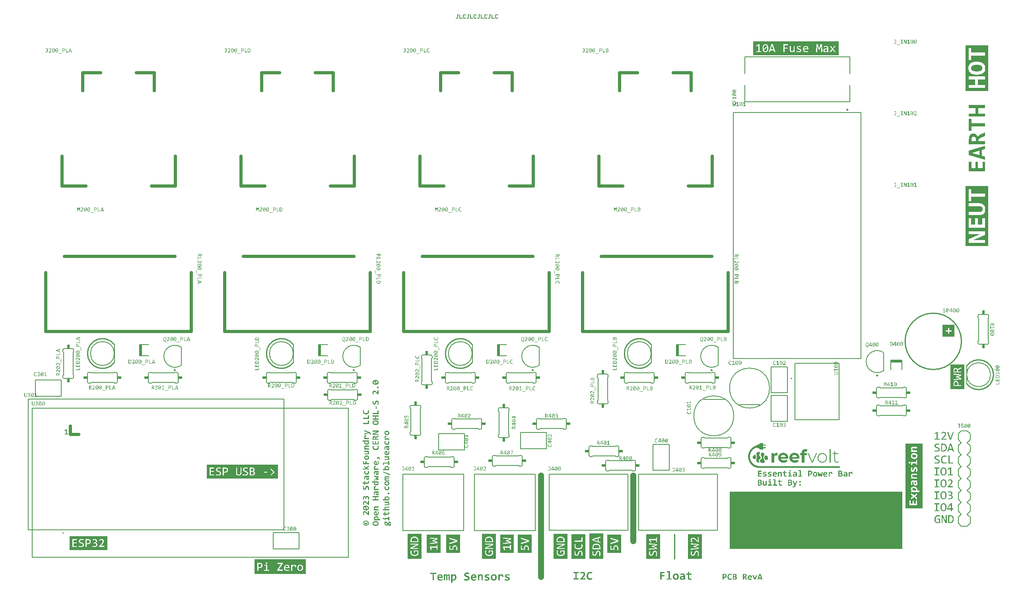
<source format=gto>
G04*
G04 #@! TF.GenerationSoftware,Altium Limited,Altium Designer,23.7.1 (13)*
G04*
G04 Layer_Color=65535*
%FSLAX44Y44*%
%MOMM*%
G71*
G04*
G04 #@! TF.SameCoordinates,780004CA-D6C6-4F34-BDD1-A59E27625C77*
G04*
G04*
G04 #@! TF.FilePolarity,Positive*
G04*
G01*
G75*
%ADD10C,0.1524*%
%ADD11C,0.2000*%
%ADD12C,0.2500*%
%ADD13C,0.2540*%
%ADD14C,0.1500*%
%ADD15C,0.2032*%
%ADD16C,0.6350*%
%ADD17C,0.1270*%
%ADD18C,1.2700*%
%ADD19R,0.8636X0.6096*%
%ADD20R,0.4998X2.3600*%
%ADD21R,36.7740X12.1920*%
%ADD22R,2.3600X0.4998*%
%ADD23R,0.6096X0.8636*%
G36*
X1578448Y317013D02*
X1578548D01*
Y316811D01*
X1578649D01*
Y313387D01*
X1583383D01*
Y313286D01*
X1583584D01*
Y313186D01*
X1583685D01*
Y313085D01*
X1583786D01*
Y312984D01*
X1583886D01*
Y312783D01*
X1583987D01*
Y312078D01*
X1583886D01*
Y311877D01*
X1583786D01*
Y311776D01*
X1583685D01*
Y311675D01*
X1583584D01*
Y311574D01*
X1583383D01*
Y311474D01*
X1578750D01*
Y311373D01*
X1578649D01*
Y307647D01*
X1583282D01*
Y307546D01*
X1583483D01*
Y307445D01*
X1583685D01*
Y307344D01*
X1583786D01*
Y307143D01*
X1583886D01*
Y307042D01*
X1583987D01*
Y306337D01*
X1583886D01*
Y306136D01*
X1583786D01*
Y306035D01*
X1583685D01*
Y305935D01*
X1583584D01*
Y305834D01*
X1583483D01*
Y305733D01*
X1578750D01*
Y305632D01*
X1578649D01*
Y302309D01*
X1578548D01*
Y302108D01*
X1578448D01*
Y302007D01*
X1577642D01*
Y302108D01*
X1577441D01*
Y302208D01*
X1577340D01*
Y302410D01*
X1577239D01*
Y302611D01*
X1577139D01*
Y302813D01*
X1572305D01*
Y302913D01*
X1572002D01*
Y303014D01*
X1571801D01*
Y303115D01*
X1571700D01*
Y303215D01*
X1571599D01*
Y303316D01*
X1571499D01*
Y303417D01*
X1571398D01*
Y303618D01*
X1571297D01*
Y303719D01*
X1571197D01*
Y303820D01*
X1571096D01*
Y304021D01*
X1570995D01*
Y304122D01*
X1570894D01*
Y304223D01*
X1570794D01*
Y304323D01*
X1570693D01*
Y304424D01*
X1570592D01*
Y304525D01*
X1570492D01*
Y304625D01*
X1570391D01*
Y304726D01*
X1570290D01*
Y304827D01*
X1570089D01*
Y304928D01*
X1569887D01*
Y305028D01*
X1569787D01*
Y305129D01*
X1569585D01*
Y305230D01*
X1569384D01*
Y305330D01*
X1569082D01*
Y305431D01*
X1568880D01*
Y305532D01*
X1568578D01*
Y305632D01*
X1568276D01*
Y305733D01*
X1567873D01*
Y305834D01*
X1567470D01*
Y305935D01*
X1567068D01*
Y306035D01*
X1566161D01*
Y306136D01*
X1565053D01*
Y306237D01*
X1564852D01*
Y306337D01*
X1564751D01*
Y306438D01*
X1564651D01*
Y306539D01*
X1564550D01*
Y306640D01*
X1564449D01*
Y306841D01*
X1564348D01*
Y307143D01*
X1563945D01*
Y307042D01*
X1563643D01*
Y306942D01*
X1563442D01*
Y306841D01*
X1563140D01*
Y306740D01*
X1562938D01*
Y306640D01*
X1562636D01*
Y306539D01*
X1562435D01*
Y306438D01*
X1562233D01*
Y306337D01*
X1562032D01*
Y306237D01*
X1561831D01*
Y306136D01*
X1561629D01*
Y306035D01*
X1561428D01*
Y305935D01*
X1561226D01*
Y305834D01*
X1561025D01*
Y305733D01*
X1560824D01*
Y305632D01*
X1560622D01*
Y305532D01*
X1560521D01*
Y305431D01*
X1560320D01*
Y305330D01*
X1560119D01*
Y305230D01*
X1560018D01*
Y305129D01*
X1559816D01*
Y305028D01*
X1559615D01*
Y304928D01*
X1559514D01*
Y304827D01*
X1559313D01*
Y304726D01*
X1559212D01*
Y304625D01*
X1559011D01*
Y304525D01*
X1558910D01*
Y304424D01*
X1558809D01*
Y304323D01*
X1558608D01*
Y304223D01*
X1558507D01*
Y304122D01*
X1558406D01*
Y304021D01*
X1558205D01*
Y303920D01*
X1558104D01*
Y303820D01*
X1558004D01*
Y303719D01*
X1557903D01*
Y303618D01*
X1557701D01*
Y303518D01*
X1557601D01*
Y303417D01*
X1557500D01*
Y303316D01*
X1557399D01*
Y303215D01*
X1557299D01*
Y303115D01*
X1557198D01*
Y303014D01*
X1557097D01*
Y302913D01*
X1556896D01*
Y302813D01*
X1556795D01*
Y302712D01*
X1556694D01*
Y302611D01*
X1556594D01*
Y302510D01*
X1556493D01*
Y302410D01*
X1556392D01*
Y302309D01*
X1556292D01*
Y302208D01*
X1556191D01*
Y302108D01*
X1556090D01*
Y302007D01*
X1555989D01*
Y301906D01*
X1555889D01*
Y301805D01*
X1555788D01*
Y301705D01*
X1555687D01*
Y301503D01*
X1555587D01*
Y301403D01*
X1555486D01*
Y301302D01*
X1555385D01*
Y301201D01*
X1555284D01*
Y301101D01*
X1555184D01*
Y301000D01*
X1555083D01*
Y300899D01*
X1554982D01*
Y300698D01*
X1554881D01*
Y300597D01*
X1554781D01*
Y300496D01*
X1554680D01*
Y300396D01*
X1554579D01*
Y300194D01*
X1554479D01*
Y300093D01*
X1554378D01*
Y299993D01*
X1554277D01*
Y299791D01*
X1554177D01*
Y299690D01*
X1554076D01*
Y299489D01*
X1553975D01*
Y299388D01*
X1553874D01*
Y299288D01*
X1553774D01*
Y299086D01*
X1553673D01*
Y298986D01*
X1553572D01*
Y298784D01*
X1553472D01*
Y298583D01*
X1553371D01*
Y298482D01*
X1553270D01*
Y298281D01*
X1553170D01*
Y298079D01*
X1553069D01*
Y297978D01*
X1552968D01*
Y297777D01*
X1552867D01*
Y297576D01*
X1552767D01*
Y297374D01*
X1552666D01*
Y297173D01*
X1552565D01*
Y296971D01*
X1552464D01*
Y296770D01*
X1552364D01*
Y296569D01*
X1552263D01*
Y296367D01*
X1552162D01*
Y296166D01*
X1552062D01*
Y295863D01*
X1551961D01*
Y295662D01*
X1551860D01*
Y295360D01*
X1551759D01*
Y295159D01*
X1551659D01*
Y294856D01*
X1551558D01*
Y294554D01*
X1551457D01*
Y294252D01*
X1551357D01*
Y293950D01*
X1551256D01*
Y293648D01*
X1551155D01*
Y293245D01*
X1551055D01*
Y292842D01*
X1550954D01*
Y292439D01*
X1550853D01*
Y292037D01*
X1550752D01*
Y291432D01*
X1550652D01*
Y290828D01*
X1550551D01*
Y290022D01*
X1550450D01*
Y288713D01*
X1550350D01*
Y287001D01*
X1550450D01*
Y285692D01*
X1550551D01*
Y284886D01*
X1550652D01*
Y284282D01*
X1550752D01*
Y283778D01*
X1550853D01*
Y283275D01*
X1550954D01*
Y282872D01*
X1551055D01*
Y282469D01*
X1551155D01*
Y282167D01*
X1551256D01*
Y281764D01*
X1551357D01*
Y281462D01*
X1551457D01*
Y281160D01*
X1551558D01*
Y280858D01*
X1551659D01*
Y280656D01*
X1551759D01*
Y280354D01*
X1551860D01*
Y280153D01*
X1551961D01*
Y279851D01*
X1552062D01*
Y279649D01*
X1552162D01*
Y279448D01*
X1552263D01*
Y279246D01*
X1552364D01*
Y278944D01*
X1552464D01*
Y278743D01*
X1552565D01*
Y278541D01*
X1552666D01*
Y278340D01*
X1552767D01*
Y278239D01*
X1552867D01*
Y278038D01*
X1552968D01*
Y277836D01*
X1553069D01*
Y277635D01*
X1553170D01*
Y277433D01*
X1553270D01*
Y277333D01*
X1553371D01*
Y277131D01*
X1553472D01*
Y277031D01*
X1553572D01*
Y276829D01*
X1553673D01*
Y276628D01*
X1553774D01*
Y276527D01*
X1553874D01*
Y276326D01*
X1553975D01*
Y276225D01*
X1554076D01*
Y276124D01*
X1554177D01*
Y275923D01*
X1554277D01*
Y275822D01*
X1554378D01*
Y275721D01*
X1554479D01*
Y275520D01*
X1554579D01*
Y275419D01*
X1554680D01*
Y275319D01*
X1554781D01*
Y275117D01*
X1554881D01*
Y275016D01*
X1554982D01*
Y274916D01*
X1555083D01*
Y274815D01*
X1555184D01*
Y274714D01*
X1555284D01*
Y274513D01*
X1555385D01*
Y274412D01*
X1555486D01*
Y274312D01*
X1555587D01*
Y274211D01*
X1555687D01*
Y274110D01*
X1555788D01*
Y274009D01*
X1555889D01*
Y273909D01*
X1555989D01*
Y273808D01*
X1556090D01*
Y273707D01*
X1556191D01*
Y273606D01*
X1556292D01*
Y273506D01*
X1556392D01*
Y273405D01*
X1556493D01*
Y273304D01*
X1556594D01*
Y273204D01*
X1556694D01*
Y273103D01*
X1556795D01*
Y273002D01*
X1556896D01*
Y272901D01*
X1556996D01*
Y272801D01*
X1557097D01*
Y272700D01*
X1557198D01*
Y272599D01*
X1557299D01*
Y272499D01*
X1557399D01*
Y272398D01*
X1557601D01*
Y272297D01*
X1557701D01*
Y272197D01*
X1557802D01*
Y272096D01*
X1557903D01*
Y271995D01*
X1558004D01*
Y271894D01*
X1558205D01*
Y271794D01*
X1558306D01*
Y271693D01*
X1558406D01*
Y271592D01*
X1558608D01*
Y271492D01*
X1558708D01*
Y271391D01*
X1558809D01*
Y271290D01*
X1559011D01*
Y271189D01*
X1559111D01*
Y271089D01*
X1559313D01*
Y270988D01*
X1559413D01*
Y270887D01*
X1559615D01*
Y270787D01*
X1559716D01*
Y270686D01*
X1559917D01*
Y270585D01*
X1560018D01*
Y270485D01*
X1560219D01*
Y270384D01*
X1560421D01*
Y270283D01*
X1560521D01*
Y270182D01*
X1560723D01*
Y270082D01*
X1560924D01*
Y269981D01*
X1561126D01*
Y269880D01*
X1561327D01*
Y269779D01*
X1561528D01*
Y269679D01*
X1561730D01*
Y269578D01*
X1561931D01*
Y269477D01*
X1562133D01*
Y269377D01*
X1562334D01*
Y269276D01*
X1562536D01*
Y269175D01*
X1562838D01*
Y269074D01*
X1563039D01*
Y268974D01*
X1563241D01*
Y268873D01*
X1563543D01*
Y268772D01*
X1563845D01*
Y268672D01*
X1564147D01*
Y268571D01*
X1564449D01*
Y268470D01*
X1564751D01*
Y268370D01*
X1565053D01*
Y268269D01*
X1565456D01*
Y268168D01*
X1565859D01*
Y268067D01*
X1566262D01*
Y267967D01*
X1566765D01*
Y267866D01*
X1567269D01*
Y267765D01*
X1567873D01*
Y267665D01*
X1568780D01*
Y267564D01*
X1741901D01*
Y263636D01*
X1568780D01*
Y263737D01*
X1567773D01*
Y263838D01*
X1567068D01*
Y263938D01*
X1566363D01*
Y264039D01*
X1565859D01*
Y264140D01*
X1565355D01*
Y264240D01*
X1564953D01*
Y264341D01*
X1564550D01*
Y264442D01*
X1564147D01*
Y264543D01*
X1563845D01*
Y264643D01*
X1563442D01*
Y264744D01*
X1563140D01*
Y264845D01*
X1562838D01*
Y264945D01*
X1562536D01*
Y265046D01*
X1562233D01*
Y265147D01*
X1562032D01*
Y265247D01*
X1561730D01*
Y265348D01*
X1561528D01*
Y265449D01*
X1561226D01*
Y265550D01*
X1561025D01*
Y265650D01*
X1560824D01*
Y265751D01*
X1560521D01*
Y265852D01*
X1560320D01*
Y265952D01*
X1560119D01*
Y266053D01*
X1559917D01*
Y266154D01*
X1559716D01*
Y266255D01*
X1559514D01*
Y266355D01*
X1559313D01*
Y266456D01*
X1559111D01*
Y266557D01*
X1558910D01*
Y266658D01*
X1558809D01*
Y266758D01*
X1558608D01*
Y266859D01*
X1558406D01*
Y266960D01*
X1558306D01*
Y267060D01*
X1558104D01*
Y267161D01*
X1557903D01*
Y267262D01*
X1557802D01*
Y267362D01*
X1557601D01*
Y267463D01*
X1557500D01*
Y267564D01*
X1557299D01*
Y267665D01*
X1557097D01*
Y267765D01*
X1556996D01*
Y267866D01*
X1556896D01*
Y267967D01*
X1556694D01*
Y268067D01*
X1556594D01*
Y268168D01*
X1556392D01*
Y268269D01*
X1556292D01*
Y268370D01*
X1556191D01*
Y268470D01*
X1555989D01*
Y268571D01*
X1555889D01*
Y268672D01*
X1555788D01*
Y268772D01*
X1555587D01*
Y268873D01*
X1555486D01*
Y268974D01*
X1555385D01*
Y269074D01*
X1555284D01*
Y269175D01*
X1555083D01*
Y269276D01*
X1554982D01*
Y269377D01*
X1554881D01*
Y269477D01*
X1554781D01*
Y269578D01*
X1554680D01*
Y269679D01*
X1554579D01*
Y269779D01*
X1554378D01*
Y269880D01*
X1554277D01*
Y269981D01*
X1554177D01*
Y270082D01*
X1554076D01*
Y270182D01*
X1553975D01*
Y270283D01*
X1553874D01*
Y270384D01*
X1553774D01*
Y270485D01*
X1553673D01*
Y270585D01*
X1553572D01*
Y270686D01*
X1553472D01*
Y270787D01*
X1553371D01*
Y270887D01*
X1553270D01*
Y270988D01*
X1553170D01*
Y271089D01*
X1553069D01*
Y271189D01*
X1552968D01*
Y271290D01*
X1552867D01*
Y271391D01*
X1552767D01*
Y271492D01*
X1552666D01*
Y271693D01*
X1552565D01*
Y271794D01*
X1552464D01*
Y271894D01*
X1552364D01*
Y271995D01*
X1552263D01*
Y272096D01*
X1552162D01*
Y272197D01*
X1552062D01*
Y272398D01*
X1551961D01*
Y272499D01*
X1551860D01*
Y272599D01*
X1551759D01*
Y272700D01*
X1551659D01*
Y272801D01*
X1551558D01*
Y273002D01*
X1551457D01*
Y273103D01*
X1551357D01*
Y273204D01*
X1551256D01*
Y273405D01*
X1551155D01*
Y273506D01*
X1551055D01*
Y273606D01*
X1550954D01*
Y273808D01*
X1550853D01*
Y273909D01*
X1550752D01*
Y274110D01*
X1550652D01*
Y274211D01*
X1550551D01*
Y274412D01*
X1550450D01*
Y274513D01*
X1550350D01*
Y274714D01*
X1550249D01*
Y274815D01*
X1550148D01*
Y275016D01*
X1550047D01*
Y275117D01*
X1549947D01*
Y275319D01*
X1549846D01*
Y275520D01*
X1549745D01*
Y275621D01*
X1549645D01*
Y275822D01*
X1549544D01*
Y276024D01*
X1549443D01*
Y276225D01*
X1549342D01*
Y276426D01*
X1549242D01*
Y276527D01*
X1549141D01*
Y276728D01*
X1549040D01*
Y276930D01*
X1548940D01*
Y277131D01*
X1548839D01*
Y277333D01*
X1548738D01*
Y277635D01*
X1548638D01*
Y277836D01*
X1548537D01*
Y278038D01*
X1548436D01*
Y278239D01*
X1548335D01*
Y278541D01*
X1548235D01*
Y278743D01*
X1548134D01*
Y279045D01*
X1548033D01*
Y279246D01*
X1547932D01*
Y279548D01*
X1547832D01*
Y279851D01*
X1547731D01*
Y280153D01*
X1547630D01*
Y280455D01*
X1547530D01*
Y280757D01*
X1547429D01*
Y281059D01*
X1547328D01*
Y281462D01*
X1547227D01*
Y281865D01*
X1547127D01*
Y282268D01*
X1547026D01*
Y282670D01*
X1546925D01*
Y283174D01*
X1546825D01*
Y283678D01*
X1546724D01*
Y284382D01*
X1546623D01*
Y285088D01*
X1546523D01*
Y286195D01*
X1546422D01*
Y289519D01*
X1546523D01*
Y290627D01*
X1546623D01*
Y291432D01*
X1546724D01*
Y292037D01*
X1546825D01*
Y292641D01*
X1546925D01*
Y293144D01*
X1547026D01*
Y293547D01*
X1547127D01*
Y293950D01*
X1547227D01*
Y294353D01*
X1547328D01*
Y294655D01*
X1547429D01*
Y295058D01*
X1547530D01*
Y295360D01*
X1547630D01*
Y295662D01*
X1547731D01*
Y295964D01*
X1547832D01*
Y296266D01*
X1547932D01*
Y296468D01*
X1548033D01*
Y296770D01*
X1548134D01*
Y296971D01*
X1548235D01*
Y297274D01*
X1548335D01*
Y297475D01*
X1548436D01*
Y297777D01*
X1548537D01*
Y297978D01*
X1548638D01*
Y298180D01*
X1548738D01*
Y298381D01*
X1548839D01*
Y298583D01*
X1548940D01*
Y298784D01*
X1549040D01*
Y298986D01*
X1549141D01*
Y299187D01*
X1549242D01*
Y299388D01*
X1549342D01*
Y299590D01*
X1549443D01*
Y299791D01*
X1549544D01*
Y299892D01*
X1549645D01*
Y300093D01*
X1549745D01*
Y300295D01*
X1549846D01*
Y300396D01*
X1549947D01*
Y300597D01*
X1550047D01*
Y300798D01*
X1550148D01*
Y300899D01*
X1550249D01*
Y301101D01*
X1550350D01*
Y301201D01*
X1550450D01*
Y301403D01*
X1550551D01*
Y301503D01*
X1550652D01*
Y301705D01*
X1550752D01*
Y301805D01*
X1550853D01*
Y302007D01*
X1550954D01*
Y302108D01*
X1551055D01*
Y302208D01*
X1551155D01*
Y302410D01*
X1551256D01*
Y302510D01*
X1551357D01*
Y302611D01*
X1551457D01*
Y302813D01*
X1551558D01*
Y302913D01*
X1551659D01*
Y303014D01*
X1551759D01*
Y303215D01*
X1551860D01*
Y303316D01*
X1551961D01*
Y303417D01*
X1552062D01*
Y303518D01*
X1552162D01*
Y303618D01*
X1552263D01*
Y303820D01*
X1552364D01*
Y303920D01*
X1552464D01*
Y304021D01*
X1552565D01*
Y304122D01*
X1552666D01*
Y304223D01*
X1552767D01*
Y304323D01*
X1552867D01*
Y304424D01*
X1552968D01*
Y304525D01*
X1553069D01*
Y304625D01*
X1553170D01*
Y304726D01*
X1553270D01*
Y304827D01*
X1553371D01*
Y305028D01*
X1553472D01*
Y305129D01*
X1553572D01*
Y305230D01*
X1553774D01*
Y305330D01*
X1553874D01*
Y305431D01*
X1553975D01*
Y305532D01*
X1554076D01*
Y305632D01*
X1554177D01*
Y305733D01*
X1554277D01*
Y305834D01*
X1554378D01*
Y305935D01*
X1554479D01*
Y306035D01*
X1554579D01*
Y306136D01*
X1554680D01*
Y306237D01*
X1554781D01*
Y306337D01*
X1554982D01*
Y306438D01*
X1555083D01*
Y306539D01*
X1555184D01*
Y306640D01*
X1555284D01*
Y306740D01*
X1555385D01*
Y306841D01*
X1555587D01*
Y306942D01*
X1555687D01*
Y307042D01*
X1555788D01*
Y307143D01*
X1555989D01*
Y307244D01*
X1556090D01*
Y307344D01*
X1556191D01*
Y307445D01*
X1556392D01*
Y307546D01*
X1556493D01*
Y307647D01*
X1556594D01*
Y307747D01*
X1556795D01*
Y307848D01*
X1556896D01*
Y307949D01*
X1557097D01*
Y308050D01*
X1557198D01*
Y308150D01*
X1557399D01*
Y308251D01*
X1557500D01*
Y308352D01*
X1557701D01*
Y308452D01*
X1557802D01*
Y308553D01*
X1558004D01*
Y308654D01*
X1558205D01*
Y308755D01*
X1558306D01*
Y308855D01*
X1558507D01*
Y308956D01*
X1558708D01*
Y309057D01*
X1558809D01*
Y309157D01*
X1559011D01*
Y309258D01*
X1559212D01*
Y309359D01*
X1559413D01*
Y309459D01*
X1559615D01*
Y309560D01*
X1559816D01*
Y309661D01*
X1560018D01*
Y309762D01*
X1560219D01*
Y309862D01*
X1560421D01*
Y309963D01*
X1560622D01*
Y310064D01*
X1560824D01*
Y310165D01*
X1561126D01*
Y310265D01*
X1561327D01*
Y310366D01*
X1561629D01*
Y310467D01*
X1561831D01*
Y310567D01*
X1562133D01*
Y310668D01*
X1562334D01*
Y310769D01*
X1562636D01*
Y310869D01*
X1562938D01*
Y310970D01*
X1563241D01*
Y311071D01*
X1563543D01*
Y311172D01*
X1563945D01*
Y311272D01*
X1564248D01*
Y311977D01*
X1564348D01*
Y312279D01*
X1564449D01*
Y312481D01*
X1564550D01*
Y312582D01*
X1564651D01*
Y312682D01*
X1564751D01*
Y312783D01*
X1564953D01*
Y312884D01*
X1565255D01*
Y312984D01*
X1566564D01*
Y313085D01*
X1567168D01*
Y313186D01*
X1567672D01*
Y313286D01*
X1568075D01*
Y313387D01*
X1568377D01*
Y313488D01*
X1568679D01*
Y313589D01*
X1568981D01*
Y313689D01*
X1569182D01*
Y313790D01*
X1569384D01*
Y313891D01*
X1569585D01*
Y313991D01*
X1569787D01*
Y314092D01*
X1569988D01*
Y314193D01*
X1570190D01*
Y314294D01*
X1570290D01*
Y314394D01*
X1570391D01*
Y314495D01*
X1570492D01*
Y314596D01*
X1570693D01*
Y314696D01*
X1570794D01*
Y314797D01*
X1570894D01*
Y314999D01*
X1570995D01*
Y315099D01*
X1571096D01*
Y315200D01*
X1571197D01*
Y315301D01*
X1571297D01*
Y315502D01*
X1571398D01*
Y315603D01*
X1571499D01*
Y315804D01*
X1571599D01*
Y315905D01*
X1571700D01*
Y316006D01*
X1571902D01*
Y316106D01*
X1572103D01*
Y316207D01*
X1573009D01*
Y316308D01*
X1577139D01*
Y316409D01*
X1577239D01*
Y316711D01*
X1577340D01*
Y316811D01*
X1577441D01*
Y316912D01*
X1577541D01*
Y317013D01*
X1577844D01*
Y317113D01*
X1578448D01*
Y317013D01*
D02*
G37*
G36*
X1669490Y303518D02*
X1670195D01*
Y303417D01*
X1670699D01*
Y303316D01*
X1671102D01*
Y303215D01*
X1671404D01*
Y303115D01*
X1671706D01*
Y303014D01*
X1671907D01*
Y302913D01*
X1672109D01*
Y302813D01*
X1672310D01*
Y302712D01*
X1672511D01*
Y302611D01*
X1672612D01*
Y302510D01*
X1672713D01*
Y302410D01*
X1672612D01*
Y302108D01*
X1672511D01*
Y301906D01*
X1672411D01*
Y301604D01*
X1672310D01*
Y301302D01*
X1672209D01*
Y301000D01*
X1672109D01*
Y300798D01*
X1672008D01*
Y300496D01*
X1671907D01*
Y300194D01*
X1671807D01*
Y299892D01*
X1671706D01*
Y299590D01*
X1671605D01*
Y299388D01*
X1671504D01*
Y299086D01*
X1671404D01*
Y298784D01*
X1671303D01*
Y298482D01*
X1671202D01*
Y298281D01*
X1671001D01*
Y298381D01*
X1670800D01*
Y298482D01*
X1670598D01*
Y298583D01*
X1670397D01*
Y298683D01*
X1670094D01*
Y298784D01*
X1669792D01*
Y298885D01*
X1668987D01*
Y298986D01*
X1668483D01*
Y298885D01*
X1667778D01*
Y298784D01*
X1667476D01*
Y298683D01*
X1667275D01*
Y298583D01*
X1667174D01*
Y298482D01*
X1666972D01*
Y298381D01*
X1666872D01*
Y298281D01*
X1666771D01*
Y298180D01*
X1666670D01*
Y298079D01*
X1666570D01*
Y297878D01*
X1666469D01*
Y297676D01*
X1666368D01*
Y297475D01*
X1666268D01*
Y297173D01*
X1666167D01*
Y296569D01*
X1666066D01*
Y295159D01*
X1671303D01*
Y290627D01*
X1666268D01*
Y275218D01*
X1660326D01*
Y290627D01*
X1657204D01*
Y295159D01*
X1660326D01*
Y297274D01*
X1660426D01*
Y297878D01*
X1660527D01*
Y298381D01*
X1660628D01*
Y298683D01*
X1660728D01*
Y299086D01*
X1660829D01*
Y299288D01*
X1660930D01*
Y299590D01*
X1661030D01*
Y299791D01*
X1661131D01*
Y299993D01*
X1661232D01*
Y300194D01*
X1661333D01*
Y300396D01*
X1661433D01*
Y300496D01*
X1661534D01*
Y300698D01*
X1661635D01*
Y300798D01*
X1661736D01*
Y300899D01*
X1661836D01*
Y301101D01*
X1661937D01*
Y301201D01*
X1662038D01*
Y301302D01*
X1662138D01*
Y301403D01*
X1662239D01*
Y301503D01*
X1662340D01*
Y301604D01*
X1662440D01*
Y301705D01*
X1662541D01*
Y301805D01*
X1662642D01*
Y301906D01*
X1662743D01*
Y302007D01*
X1662944D01*
Y302108D01*
X1663045D01*
Y302208D01*
X1663145D01*
Y302309D01*
X1663347D01*
Y302410D01*
X1663448D01*
Y302510D01*
X1663649D01*
Y302611D01*
X1663850D01*
Y302712D01*
X1664052D01*
Y302813D01*
X1664253D01*
Y302913D01*
X1664455D01*
Y303014D01*
X1664757D01*
Y303115D01*
X1665059D01*
Y303215D01*
X1665361D01*
Y303316D01*
X1665764D01*
Y303417D01*
X1666167D01*
Y303518D01*
X1666872D01*
Y303618D01*
X1669490D01*
Y303518D01*
D02*
G37*
G36*
X1608560Y290425D02*
X1605841D01*
Y290324D01*
X1605438D01*
Y290224D01*
X1605035D01*
Y290123D01*
X1604733D01*
Y290022D01*
X1604532D01*
Y289922D01*
X1604330D01*
Y289821D01*
X1604129D01*
Y289720D01*
X1603928D01*
Y289620D01*
X1603827D01*
Y289519D01*
X1603726D01*
Y289418D01*
X1603525D01*
Y289317D01*
X1603424D01*
Y289217D01*
X1603323D01*
Y289116D01*
X1603223D01*
Y289015D01*
X1603122D01*
Y288915D01*
X1603021D01*
Y288814D01*
X1602921D01*
Y288713D01*
X1602820D01*
Y288512D01*
X1602719D01*
Y288411D01*
X1602618D01*
Y288310D01*
Y288209D01*
X1602518D01*
Y288008D01*
X1602417D01*
Y287807D01*
X1602316D01*
Y287605D01*
X1602216D01*
Y287303D01*
X1602115D01*
Y287001D01*
X1602014D01*
Y286598D01*
X1601913D01*
Y286095D01*
X1601813D01*
Y275218D01*
X1595871D01*
Y295561D01*
X1601511D01*
Y293044D01*
X1601611D01*
Y293144D01*
X1601712D01*
Y293245D01*
X1601813D01*
Y293346D01*
X1601913D01*
Y293447D01*
X1602014D01*
Y293547D01*
X1602115D01*
Y293648D01*
X1602216D01*
Y293749D01*
X1602316D01*
Y293849D01*
X1602417D01*
Y293950D01*
X1602518D01*
Y294051D01*
X1602618D01*
Y294151D01*
X1602719D01*
Y294252D01*
X1602921D01*
Y294353D01*
X1603021D01*
Y294454D01*
X1603223D01*
Y294554D01*
X1603323D01*
Y294655D01*
X1603525D01*
Y294756D01*
X1603726D01*
Y294856D01*
X1603827D01*
Y294957D01*
X1604129D01*
Y295058D01*
X1604330D01*
Y295159D01*
X1604532D01*
Y295259D01*
X1604834D01*
Y295360D01*
X1605136D01*
Y295461D01*
X1605438D01*
Y295561D01*
X1605841D01*
Y295662D01*
X1606445D01*
Y295763D01*
X1607150D01*
Y295863D01*
X1608560D01*
Y290425D01*
D02*
G37*
G36*
X1561428Y292037D02*
X1561629D01*
Y291936D01*
X1561730D01*
Y291835D01*
X1561831D01*
Y291634D01*
X1561931D01*
Y291533D01*
X1562032D01*
Y291231D01*
X1562133D01*
Y291029D01*
X1562233D01*
Y290727D01*
X1562334D01*
Y290425D01*
X1562435D01*
Y290123D01*
X1562536D01*
Y289720D01*
X1562636D01*
Y289217D01*
X1562737D01*
Y288612D01*
X1562838D01*
Y287807D01*
X1562938D01*
Y285692D01*
X1562838D01*
Y284987D01*
X1562737D01*
Y284584D01*
X1562636D01*
Y284181D01*
X1562536D01*
Y283980D01*
X1562435D01*
Y283678D01*
X1562334D01*
Y283476D01*
X1562233D01*
Y283375D01*
X1562133D01*
Y283174D01*
X1562032D01*
Y283073D01*
X1561931D01*
Y282973D01*
X1561831D01*
Y282872D01*
X1561629D01*
Y282771D01*
X1561528D01*
Y282670D01*
X1561327D01*
Y282570D01*
X1559917D01*
Y282670D01*
X1559514D01*
Y282771D01*
X1559313D01*
Y282872D01*
X1559011D01*
Y282973D01*
X1558809D01*
Y283073D01*
X1558608D01*
Y283174D01*
X1558507D01*
Y283275D01*
X1558306D01*
Y283375D01*
X1558104D01*
Y283476D01*
X1558004D01*
Y283577D01*
X1557802D01*
Y283678D01*
X1557701D01*
Y283778D01*
X1557601D01*
Y283879D01*
X1557399D01*
Y283980D01*
X1557299D01*
Y284080D01*
X1557198D01*
Y284181D01*
X1557097D01*
Y284282D01*
X1556896D01*
Y284382D01*
X1556795D01*
Y284483D01*
X1556694D01*
Y284584D01*
X1556594D01*
Y284685D01*
X1556493D01*
Y284785D01*
X1556392D01*
Y284886D01*
X1556292D01*
Y284987D01*
X1556191D01*
Y285088D01*
X1556090D01*
Y285289D01*
X1555989D01*
Y285490D01*
X1555889D01*
Y285893D01*
X1555989D01*
Y286095D01*
X1556090D01*
Y286195D01*
X1556292D01*
Y286296D01*
X1556392D01*
Y286397D01*
X1556292D01*
Y286598D01*
X1556191D01*
Y286800D01*
X1556090D01*
Y287605D01*
X1556191D01*
Y287807D01*
X1556292D01*
Y288008D01*
X1556392D01*
Y288109D01*
X1556493D01*
Y288310D01*
X1556594D01*
Y288411D01*
X1556694D01*
Y288512D01*
X1556795D01*
Y288713D01*
X1556896D01*
Y288814D01*
X1556996D01*
Y288915D01*
X1557097D01*
Y289015D01*
X1557198D01*
Y289217D01*
X1557299D01*
Y289317D01*
X1557399D01*
Y289418D01*
X1557500D01*
Y289519D01*
X1557601D01*
Y289620D01*
X1557701D01*
Y289720D01*
X1557802D01*
Y289821D01*
X1557903D01*
Y289922D01*
X1558004D01*
Y290022D01*
X1558104D01*
Y290123D01*
X1558205D01*
Y290224D01*
X1558306D01*
Y290324D01*
X1558406D01*
Y290425D01*
X1558507D01*
Y290526D01*
X1558608D01*
Y290627D01*
X1558809D01*
Y290727D01*
X1558910D01*
Y290828D01*
X1559011D01*
Y290929D01*
X1559111D01*
Y291029D01*
X1559212D01*
Y291130D01*
X1559413D01*
Y291231D01*
X1559514D01*
Y291332D01*
X1559615D01*
Y291432D01*
X1559816D01*
Y291533D01*
X1559917D01*
Y291634D01*
X1560119D01*
Y291734D01*
X1560219D01*
Y291835D01*
X1560421D01*
Y291936D01*
X1560521D01*
Y292037D01*
X1560723D01*
Y292137D01*
X1561428D01*
Y292037D01*
D02*
G37*
G36*
X1584793Y290324D02*
X1585195D01*
Y290224D01*
X1585498D01*
Y290123D01*
X1585699D01*
Y290022D01*
X1585900D01*
Y289922D01*
X1586001D01*
Y289821D01*
X1586203D01*
Y289720D01*
X1586303D01*
Y289620D01*
X1586404D01*
Y289519D01*
X1586505D01*
Y289418D01*
X1586706D01*
Y289317D01*
X1586807D01*
Y289217D01*
X1586908D01*
Y289015D01*
X1587008D01*
Y288915D01*
X1587109D01*
Y288814D01*
X1587210D01*
Y288713D01*
X1587310D01*
Y288512D01*
X1587411D01*
Y288411D01*
X1587512D01*
Y288209D01*
X1587612D01*
Y288109D01*
X1587713D01*
Y287907D01*
X1587814D01*
Y287706D01*
X1587915D01*
Y287505D01*
X1588015D01*
Y287303D01*
X1588116D01*
Y287102D01*
X1588217D01*
Y286800D01*
X1588318D01*
Y286598D01*
X1588418D01*
Y286296D01*
X1588519D01*
Y285994D01*
X1588620D01*
Y285490D01*
X1588720D01*
Y284886D01*
X1588821D01*
Y283879D01*
X1588720D01*
Y283275D01*
X1588620D01*
Y282973D01*
X1588519D01*
Y282670D01*
X1588418D01*
Y282469D01*
X1588318D01*
Y282268D01*
X1588217D01*
Y282167D01*
X1588116D01*
Y281966D01*
X1588015D01*
Y281865D01*
X1587915D01*
Y281764D01*
X1587814D01*
Y281663D01*
X1587713D01*
Y281563D01*
X1587612D01*
Y281462D01*
X1587512D01*
Y281361D01*
X1587411D01*
Y281261D01*
X1587210D01*
Y281160D01*
X1587109D01*
Y281059D01*
X1586908D01*
Y280958D01*
X1586706D01*
Y280858D01*
X1586505D01*
Y280757D01*
X1586203D01*
Y280656D01*
X1585800D01*
Y280555D01*
X1584289D01*
Y280656D01*
X1583886D01*
Y280757D01*
X1583584D01*
Y280858D01*
X1583383D01*
Y280958D01*
X1583181D01*
Y281059D01*
X1582980D01*
Y281160D01*
X1582879D01*
Y281261D01*
X1582678D01*
Y281361D01*
X1582577D01*
Y281462D01*
X1582476D01*
Y281563D01*
X1582375D01*
Y281663D01*
X1582275D01*
Y281764D01*
X1582174D01*
Y281865D01*
X1582073D01*
Y282066D01*
X1581973D01*
Y282167D01*
X1581872D01*
Y282268D01*
X1581771D01*
Y282469D01*
X1581671D01*
Y282670D01*
X1581570D01*
Y282872D01*
X1581469D01*
Y283073D01*
X1581368D01*
Y283375D01*
X1581268D01*
Y283778D01*
X1581167D01*
Y284584D01*
X1581066D01*
Y285591D01*
X1581167D01*
Y286699D01*
X1581268D01*
Y287404D01*
X1581368D01*
Y287807D01*
X1581469D01*
Y288109D01*
X1581570D01*
Y288411D01*
X1581671D01*
Y288612D01*
X1581771D01*
Y288915D01*
X1581872D01*
Y289015D01*
X1581973D01*
Y289217D01*
X1582073D01*
Y289317D01*
X1582174D01*
Y289519D01*
X1582275D01*
Y289620D01*
X1582375D01*
Y289720D01*
X1582476D01*
Y289821D01*
X1582678D01*
Y289922D01*
X1582778D01*
Y290022D01*
X1582980D01*
Y290123D01*
X1583181D01*
Y290224D01*
X1583383D01*
Y290324D01*
X1583786D01*
Y290425D01*
X1584793D01*
Y290324D01*
D02*
G37*
G36*
X1692855Y294856D02*
X1692754D01*
Y294554D01*
X1692654D01*
Y294353D01*
X1692553D01*
Y294151D01*
X1692452D01*
Y293950D01*
X1692352D01*
Y293749D01*
X1692251D01*
Y293447D01*
X1692150D01*
Y293245D01*
X1692049D01*
Y293044D01*
X1691949D01*
Y292842D01*
X1691848D01*
Y292641D01*
X1691747D01*
Y292339D01*
X1691647D01*
Y292137D01*
X1691546D01*
Y291936D01*
X1691445D01*
Y291734D01*
X1691344D01*
Y291432D01*
X1691244D01*
Y291231D01*
X1691143D01*
Y291029D01*
X1691042D01*
Y290828D01*
X1690942D01*
Y290627D01*
X1690841D01*
Y290324D01*
X1690740D01*
Y290123D01*
X1690639D01*
Y289922D01*
X1690539D01*
Y289720D01*
X1690438D01*
Y289519D01*
X1690337D01*
Y289217D01*
X1690237D01*
Y289015D01*
X1690136D01*
Y288814D01*
X1690035D01*
Y288612D01*
X1689935D01*
Y288411D01*
X1689834D01*
Y288109D01*
X1689733D01*
Y287907D01*
X1689632D01*
Y287706D01*
X1689532D01*
Y287505D01*
X1689431D01*
Y287202D01*
X1689330D01*
Y287001D01*
X1689229D01*
Y286800D01*
X1689129D01*
Y286598D01*
X1689028D01*
Y286397D01*
X1688927D01*
Y286095D01*
X1688827D01*
Y285893D01*
X1688726D01*
Y285692D01*
X1688625D01*
Y285490D01*
X1688524D01*
Y285289D01*
X1688424D01*
Y284987D01*
X1688323D01*
Y284785D01*
X1688222D01*
Y284584D01*
X1688122D01*
Y284382D01*
X1688021D01*
Y284080D01*
X1687920D01*
Y283879D01*
X1687820D01*
Y283678D01*
X1687719D01*
Y283476D01*
X1687618D01*
Y283275D01*
X1687517D01*
Y282973D01*
X1687417D01*
Y282771D01*
X1687316D01*
Y282570D01*
X1687215D01*
Y282368D01*
X1687115D01*
Y282167D01*
X1687014D01*
Y281865D01*
X1686913D01*
Y281663D01*
X1686812D01*
Y281462D01*
X1686712D01*
Y281261D01*
X1686611D01*
Y281059D01*
X1686510D01*
Y280757D01*
X1686410D01*
Y280555D01*
X1686309D01*
Y280354D01*
X1686208D01*
Y280153D01*
X1686107D01*
Y279851D01*
X1686007D01*
Y279649D01*
X1685906D01*
Y279448D01*
X1685805D01*
Y279246D01*
X1685705D01*
Y279045D01*
X1685604D01*
Y278743D01*
X1685503D01*
Y278541D01*
X1685403D01*
Y278340D01*
X1685302D01*
Y278139D01*
X1685201D01*
Y277937D01*
X1685100D01*
Y277635D01*
X1685000D01*
Y277433D01*
X1684899D01*
Y277232D01*
X1684798D01*
Y277031D01*
X1684698D01*
Y276728D01*
X1684597D01*
Y276527D01*
X1684496D01*
Y276326D01*
X1684395D01*
Y276124D01*
X1684295D01*
Y275923D01*
X1684194D01*
Y275621D01*
X1684093D01*
Y275419D01*
X1683992D01*
Y275218D01*
X1681978D01*
Y275319D01*
X1681878D01*
Y275621D01*
X1681777D01*
Y275822D01*
X1681676D01*
Y276024D01*
X1681575D01*
Y276225D01*
X1681475D01*
Y276426D01*
X1681374D01*
Y276728D01*
X1681273D01*
Y276930D01*
X1681173D01*
Y277131D01*
X1681072D01*
Y277333D01*
X1680971D01*
Y277635D01*
X1680871D01*
Y277836D01*
X1680770D01*
Y278038D01*
X1680669D01*
Y278239D01*
X1680568D01*
Y278441D01*
X1680468D01*
Y278541D01*
Y278743D01*
X1680367D01*
Y278944D01*
X1680266D01*
Y279146D01*
X1680166D01*
Y279347D01*
X1680065D01*
Y279649D01*
X1679964D01*
Y279851D01*
X1679863D01*
Y280052D01*
X1679763D01*
Y280253D01*
X1679662D01*
Y280455D01*
X1679561D01*
Y280757D01*
X1679461D01*
Y280958D01*
X1679360D01*
Y281160D01*
X1679259D01*
Y281361D01*
X1679158D01*
Y281663D01*
X1679058D01*
Y281865D01*
X1678957D01*
Y282066D01*
X1678856D01*
Y282268D01*
X1678756D01*
Y282469D01*
X1678655D01*
Y282771D01*
X1678554D01*
Y282973D01*
X1678454D01*
Y283174D01*
X1678353D01*
Y283375D01*
X1678252D01*
Y283678D01*
X1678151D01*
Y283879D01*
X1678051D01*
Y284080D01*
X1677950D01*
Y284282D01*
X1677849D01*
Y284483D01*
X1677749D01*
Y284785D01*
X1677648D01*
Y284987D01*
X1677547D01*
Y285188D01*
X1677446D01*
Y285390D01*
X1677346D01*
Y285692D01*
X1677245D01*
Y285893D01*
X1677144D01*
Y286095D01*
X1677043D01*
Y286296D01*
X1676943D01*
Y286497D01*
X1676842D01*
Y286800D01*
X1676741D01*
Y287001D01*
X1676641D01*
Y287202D01*
X1676540D01*
Y287404D01*
X1676439D01*
Y287706D01*
X1676339D01*
Y287907D01*
X1676238D01*
Y288109D01*
X1676137D01*
Y288310D01*
X1676036D01*
Y288512D01*
X1675936D01*
Y288814D01*
X1675835D01*
Y289015D01*
X1675734D01*
Y289217D01*
X1675634D01*
Y289418D01*
X1675533D01*
Y289720D01*
X1675432D01*
Y289922D01*
X1675331D01*
Y290123D01*
X1675231D01*
Y290324D01*
X1675130D01*
Y290526D01*
X1675029D01*
Y290828D01*
X1674929D01*
Y291029D01*
X1674828D01*
Y291231D01*
X1674727D01*
Y291432D01*
X1674626D01*
Y291734D01*
X1674526D01*
Y291936D01*
X1674425D01*
Y292137D01*
X1674324D01*
Y292339D01*
X1674224D01*
Y292540D01*
X1674123D01*
Y292842D01*
X1674022D01*
Y293044D01*
X1673922D01*
Y293245D01*
X1673821D01*
Y293447D01*
X1673720D01*
Y293749D01*
X1673619D01*
Y293950D01*
X1673519D01*
Y294151D01*
X1673418D01*
Y294353D01*
X1673317D01*
Y294554D01*
X1673217D01*
Y294856D01*
X1673116D01*
Y294957D01*
X1675130D01*
Y294856D01*
X1675231D01*
Y294655D01*
X1675331D01*
Y294353D01*
X1675432D01*
Y294151D01*
X1675533D01*
Y293950D01*
X1675634D01*
Y293749D01*
X1675734D01*
Y293447D01*
X1675835D01*
Y293245D01*
X1675936D01*
Y293044D01*
X1676036D01*
Y292842D01*
X1676137D01*
Y292540D01*
X1676238D01*
Y292339D01*
X1676339D01*
Y292137D01*
X1676439D01*
Y291936D01*
X1676540D01*
Y291634D01*
X1676641D01*
Y291432D01*
X1676741D01*
Y291231D01*
X1676842D01*
Y291029D01*
X1676943D01*
Y290828D01*
X1677043D01*
Y290526D01*
X1677144D01*
Y290324D01*
X1677245D01*
Y290123D01*
X1677346D01*
Y289922D01*
X1677446D01*
Y289620D01*
X1677547D01*
Y289418D01*
X1677648D01*
Y289217D01*
X1677749D01*
Y289015D01*
X1677849D01*
Y288713D01*
X1677950D01*
Y288512D01*
X1678051D01*
Y288310D01*
X1678151D01*
Y288109D01*
X1678252D01*
Y287807D01*
X1678353D01*
Y287605D01*
X1678454D01*
Y287404D01*
X1678554D01*
Y287202D01*
X1678655D01*
Y286900D01*
X1678756D01*
Y286699D01*
X1678856D01*
Y286497D01*
X1678957D01*
Y286296D01*
X1679058D01*
Y285994D01*
X1679158D01*
Y285793D01*
X1679259D01*
Y285591D01*
X1679360D01*
Y285390D01*
X1679461D01*
Y285088D01*
X1679561D01*
Y284886D01*
X1679662D01*
Y284685D01*
X1679763D01*
Y284483D01*
X1679863D01*
Y284181D01*
X1679964D01*
Y283980D01*
X1680065D01*
Y283778D01*
X1680166D01*
Y283577D01*
X1680266D01*
Y283275D01*
X1680367D01*
Y283073D01*
X1680468D01*
Y282872D01*
X1680568D01*
Y282670D01*
X1680669D01*
Y282368D01*
X1680770D01*
Y282167D01*
X1680871D01*
Y281966D01*
X1680971D01*
Y281764D01*
X1681072D01*
Y281462D01*
X1681173D01*
Y281261D01*
X1681273D01*
Y281059D01*
X1681374D01*
Y280858D01*
X1681475D01*
Y280555D01*
X1681575D01*
Y280354D01*
X1681676D01*
Y280153D01*
X1681777D01*
Y279951D01*
X1681878D01*
Y279649D01*
X1681978D01*
Y279448D01*
X1682079D01*
Y279246D01*
X1682180D01*
Y279045D01*
X1682280D01*
Y278843D01*
X1682381D01*
Y278541D01*
X1682482D01*
Y278340D01*
X1682583D01*
Y278139D01*
X1682683D01*
Y277937D01*
X1682784D01*
Y277635D01*
X1682885D01*
Y277433D01*
X1683086D01*
Y277635D01*
X1683187D01*
Y277836D01*
X1683288D01*
Y278139D01*
X1683388D01*
Y278340D01*
X1683489D01*
Y278541D01*
X1683590D01*
Y278743D01*
X1683690D01*
Y279045D01*
X1683791D01*
Y279246D01*
X1683892D01*
Y279448D01*
X1683992D01*
Y279649D01*
X1684093D01*
Y279851D01*
X1684194D01*
Y280153D01*
X1684295D01*
Y280354D01*
X1684395D01*
Y280555D01*
X1684496D01*
Y280757D01*
X1684597D01*
Y281059D01*
X1684698D01*
Y281261D01*
X1684798D01*
Y281462D01*
X1684899D01*
Y281663D01*
X1685000D01*
Y281966D01*
X1685100D01*
Y282167D01*
X1685201D01*
Y282368D01*
X1685302D01*
Y282570D01*
X1685403D01*
Y282771D01*
X1685503D01*
Y283073D01*
X1685604D01*
Y283275D01*
X1685705D01*
Y283476D01*
X1685805D01*
Y283678D01*
X1685906D01*
Y283980D01*
X1686007D01*
Y284181D01*
X1686107D01*
Y284382D01*
X1686208D01*
Y284584D01*
X1686309D01*
Y284785D01*
X1686410D01*
Y285088D01*
X1686510D01*
Y285289D01*
X1686611D01*
Y285490D01*
X1686712D01*
Y285692D01*
X1686812D01*
Y285994D01*
X1686913D01*
Y286195D01*
X1687014D01*
Y286397D01*
X1687115D01*
Y286598D01*
X1687215D01*
Y286800D01*
X1687316D01*
Y287102D01*
X1687417D01*
Y287303D01*
X1687517D01*
Y287505D01*
X1687618D01*
Y287706D01*
X1687719D01*
Y288008D01*
X1687820D01*
Y288209D01*
X1687920D01*
Y288411D01*
X1688021D01*
Y288612D01*
X1688122D01*
Y288814D01*
X1688222D01*
Y289116D01*
X1688323D01*
Y289317D01*
X1688424D01*
Y289519D01*
X1688524D01*
Y289720D01*
X1688625D01*
Y290022D01*
X1688726D01*
Y290224D01*
X1688827D01*
Y290425D01*
X1688927D01*
Y290627D01*
X1689028D01*
Y290828D01*
X1689129D01*
Y291130D01*
X1689229D01*
Y291332D01*
X1689330D01*
Y291533D01*
X1689431D01*
Y291734D01*
X1689532D01*
Y292037D01*
X1689632D01*
Y292238D01*
X1689733D01*
Y292439D01*
X1689834D01*
Y292641D01*
X1689935D01*
Y292842D01*
X1690035D01*
Y293144D01*
X1690136D01*
Y293346D01*
X1690237D01*
Y293547D01*
X1690337D01*
Y293749D01*
X1690438D01*
Y294051D01*
X1690539D01*
Y294252D01*
X1690639D01*
Y294454D01*
X1690740D01*
Y294655D01*
X1690841D01*
Y294856D01*
X1690942D01*
Y294957D01*
X1692855D01*
Y294856D01*
D02*
G37*
G36*
X1721860Y275218D02*
X1719946D01*
Y299288D01*
Y299388D01*
Y303316D01*
X1721860D01*
Y275218D01*
D02*
G37*
G36*
X1731729Y294957D02*
X1737973D01*
Y293346D01*
X1731729D01*
Y288512D01*
Y288411D01*
Y279750D01*
X1731830D01*
Y279246D01*
X1731931D01*
Y278843D01*
X1732032D01*
Y278642D01*
X1732132D01*
Y278340D01*
X1732233D01*
Y278139D01*
X1732334D01*
Y278038D01*
X1732434D01*
Y277836D01*
X1732535D01*
Y277736D01*
X1732636D01*
Y277635D01*
X1732737D01*
Y277534D01*
X1732837D01*
Y277433D01*
X1732938D01*
Y277333D01*
X1733139D01*
Y277232D01*
X1733240D01*
Y277131D01*
X1733441D01*
Y277031D01*
X1733643D01*
Y276930D01*
X1733844D01*
Y276829D01*
X1734247D01*
Y276728D01*
X1734751D01*
Y276628D01*
X1735959D01*
Y276728D01*
X1736564D01*
Y276829D01*
X1736866D01*
Y276930D01*
X1737168D01*
Y277031D01*
X1737470D01*
Y277131D01*
X1737671D01*
Y277232D01*
X1737772D01*
Y277333D01*
X1737973D01*
Y277433D01*
X1738175D01*
Y277534D01*
X1738276D01*
Y277635D01*
X1738376D01*
Y277736D01*
X1738477D01*
Y277635D01*
X1738578D01*
Y277433D01*
X1738678D01*
Y277333D01*
X1738779D01*
Y277131D01*
X1738880D01*
Y276930D01*
X1738981D01*
Y276829D01*
X1739081D01*
Y276628D01*
X1739182D01*
Y276326D01*
X1739081D01*
Y276225D01*
X1738981D01*
Y276124D01*
X1738880D01*
Y276024D01*
X1738678D01*
Y275923D01*
X1738578D01*
Y275822D01*
X1738376D01*
Y275721D01*
X1738175D01*
Y275621D01*
X1737973D01*
Y275520D01*
X1737772D01*
Y275419D01*
X1737470D01*
Y275319D01*
X1737168D01*
Y275218D01*
X1736765D01*
Y275117D01*
X1736060D01*
Y275016D01*
X1734247D01*
Y275117D01*
X1733643D01*
Y275218D01*
X1733240D01*
Y275319D01*
X1732938D01*
Y275419D01*
X1732636D01*
Y275520D01*
X1732434D01*
Y275621D01*
X1732233D01*
Y275721D01*
X1732032D01*
Y275822D01*
X1731931D01*
Y275923D01*
X1731729D01*
Y276024D01*
X1731629D01*
Y276124D01*
X1731528D01*
Y276225D01*
X1731427D01*
Y276326D01*
X1731226D01*
Y276527D01*
X1731125D01*
Y276628D01*
X1731024D01*
Y276728D01*
X1730924D01*
Y276829D01*
X1730823D01*
Y277031D01*
X1730722D01*
Y277131D01*
X1730622D01*
Y277333D01*
X1730521D01*
Y277433D01*
X1730420D01*
Y277635D01*
X1730319D01*
Y277937D01*
X1730219D01*
Y278239D01*
X1730118D01*
Y278541D01*
X1730017D01*
Y278944D01*
X1729917D01*
Y279750D01*
X1729816D01*
Y293346D01*
X1726190D01*
Y294957D01*
X1729816D01*
Y299288D01*
X1731729D01*
Y294957D01*
D02*
G37*
G36*
X1705242Y295058D02*
X1706048D01*
Y294957D01*
X1706552D01*
Y294856D01*
X1706954D01*
Y294756D01*
X1707257D01*
Y294655D01*
X1707559D01*
Y294554D01*
X1707861D01*
Y294454D01*
X1708163D01*
Y294353D01*
X1708365D01*
Y294252D01*
X1708566D01*
Y294151D01*
X1708767D01*
Y294051D01*
X1708969D01*
Y293950D01*
X1709170D01*
Y293849D01*
X1709372D01*
Y293749D01*
X1709472D01*
Y293648D01*
X1709674D01*
Y293547D01*
X1709875D01*
Y293447D01*
X1709976D01*
Y293346D01*
X1710077D01*
Y293245D01*
X1710278D01*
Y293144D01*
X1710379D01*
Y293044D01*
X1710479D01*
Y292943D01*
X1710681D01*
Y292842D01*
X1710782D01*
Y292742D01*
X1710882D01*
Y292641D01*
X1710983D01*
Y292540D01*
X1711084D01*
Y292439D01*
X1711184D01*
Y292339D01*
X1711285D01*
Y292238D01*
X1711386D01*
Y292137D01*
X1711487D01*
Y292037D01*
X1711587D01*
Y291936D01*
X1711688D01*
Y291734D01*
X1711789D01*
Y291634D01*
X1711889D01*
Y291533D01*
X1711990D01*
Y291432D01*
X1712091D01*
Y291231D01*
X1712191D01*
Y291130D01*
X1712292D01*
Y290929D01*
X1712393D01*
Y290828D01*
X1712494D01*
Y290627D01*
X1712594D01*
Y290526D01*
X1712695D01*
Y290324D01*
X1712796D01*
Y290123D01*
X1712897D01*
Y289922D01*
X1712997D01*
Y289720D01*
X1713098D01*
Y289519D01*
X1713199D01*
Y289217D01*
X1713299D01*
Y289015D01*
X1713400D01*
Y288713D01*
X1713501D01*
Y288411D01*
X1713601D01*
Y288008D01*
X1713702D01*
Y287605D01*
X1713803D01*
Y287102D01*
X1713904D01*
Y286397D01*
X1714004D01*
Y283778D01*
X1713904D01*
Y283073D01*
X1713803D01*
Y282570D01*
X1713702D01*
Y282167D01*
X1713601D01*
Y281764D01*
X1713501D01*
Y281462D01*
X1713400D01*
Y281160D01*
X1713299D01*
Y280958D01*
X1713199D01*
Y280656D01*
X1713098D01*
Y280455D01*
X1712997D01*
Y280253D01*
X1712897D01*
Y280052D01*
X1712796D01*
Y279851D01*
X1712695D01*
Y279649D01*
X1712594D01*
Y279548D01*
X1712494D01*
Y279347D01*
X1712393D01*
Y279246D01*
X1712292D01*
Y279045D01*
X1712191D01*
Y278944D01*
X1712091D01*
Y278743D01*
X1711990D01*
Y278642D01*
X1711889D01*
Y278541D01*
X1711789D01*
Y278441D01*
X1711688D01*
Y278239D01*
X1711587D01*
Y278139D01*
X1711487D01*
Y278038D01*
X1711386D01*
Y277937D01*
X1711285D01*
Y277836D01*
X1711184D01*
Y277736D01*
X1711084D01*
Y277635D01*
X1710983D01*
Y277534D01*
X1710882D01*
Y277433D01*
X1710782D01*
Y277333D01*
X1710681D01*
Y277232D01*
X1710479D01*
Y277131D01*
X1710379D01*
Y277031D01*
X1710278D01*
Y276930D01*
X1710077D01*
Y276829D01*
X1709976D01*
Y276728D01*
X1709875D01*
Y276628D01*
X1709674D01*
Y276527D01*
X1709472D01*
Y276426D01*
X1709372D01*
Y276326D01*
X1709170D01*
Y276225D01*
X1708969D01*
Y276124D01*
X1708767D01*
Y276024D01*
X1708566D01*
Y275923D01*
X1708365D01*
Y275822D01*
X1708163D01*
Y275721D01*
X1707861D01*
Y275621D01*
X1707559D01*
Y275520D01*
X1707257D01*
Y275419D01*
X1706954D01*
Y275319D01*
X1706552D01*
Y275218D01*
X1706048D01*
Y275117D01*
X1705242D01*
Y275016D01*
X1703027D01*
Y275117D01*
X1702322D01*
Y275218D01*
X1701818D01*
Y275319D01*
X1701315D01*
Y275419D01*
X1701013D01*
Y275520D01*
X1700710D01*
Y275621D01*
X1700408D01*
Y275721D01*
X1700106D01*
Y275822D01*
X1699905D01*
Y275923D01*
X1699703D01*
Y276024D01*
X1699502D01*
Y276124D01*
X1699301D01*
Y276225D01*
X1699099D01*
Y276326D01*
X1698898D01*
Y276426D01*
X1698797D01*
Y276527D01*
X1698596D01*
Y276628D01*
X1698495D01*
Y276728D01*
X1698293D01*
Y276829D01*
X1698193D01*
Y276930D01*
X1698092D01*
Y277031D01*
X1697891D01*
Y277131D01*
X1697790D01*
Y277232D01*
X1697689D01*
Y277333D01*
X1697589D01*
Y277433D01*
X1697387D01*
Y277534D01*
X1697286D01*
Y277635D01*
X1697186D01*
Y277736D01*
X1697085D01*
Y277836D01*
X1696984D01*
Y277937D01*
X1696884D01*
Y278038D01*
X1696783D01*
Y278239D01*
X1696682D01*
Y278340D01*
X1696581D01*
Y278441D01*
X1696481D01*
Y278541D01*
X1696380D01*
Y278642D01*
X1696279D01*
Y278843D01*
X1696178D01*
Y278944D01*
X1696078D01*
Y279146D01*
X1695977D01*
Y279246D01*
X1695876D01*
Y279448D01*
X1695776D01*
Y279548D01*
X1695675D01*
Y279750D01*
X1695574D01*
Y279951D01*
X1695473D01*
Y280153D01*
X1695373D01*
Y280253D01*
X1695272D01*
Y280555D01*
X1695171D01*
Y280757D01*
X1695071D01*
Y280958D01*
X1694970D01*
Y281261D01*
X1694869D01*
Y281563D01*
X1694769D01*
Y281865D01*
X1694668D01*
Y282268D01*
X1694567D01*
Y282670D01*
X1694466D01*
Y283174D01*
X1694366D01*
Y283980D01*
X1694265D01*
Y286195D01*
X1694366D01*
Y287001D01*
X1694466D01*
Y287505D01*
X1694567D01*
Y287907D01*
X1694668D01*
Y288310D01*
X1694769D01*
Y288612D01*
X1694869D01*
Y288915D01*
X1694970D01*
Y289217D01*
X1695071D01*
Y289418D01*
X1695171D01*
Y289620D01*
X1695272D01*
Y289922D01*
X1695373D01*
Y290022D01*
X1695473D01*
Y290224D01*
X1695574D01*
Y290425D01*
X1695675D01*
Y290627D01*
X1695776D01*
Y290727D01*
X1695876D01*
Y290929D01*
X1695977D01*
Y291029D01*
X1696078D01*
Y291231D01*
X1696178D01*
Y291332D01*
X1696279D01*
Y291533D01*
X1696380D01*
Y291634D01*
X1696481D01*
Y291734D01*
X1696581D01*
Y291835D01*
X1696682D01*
Y291936D01*
X1696783D01*
Y292137D01*
X1696884D01*
Y292238D01*
X1696984D01*
Y292339D01*
X1697085D01*
Y292439D01*
X1697186D01*
Y292540D01*
X1697286D01*
Y292641D01*
X1697387D01*
Y292742D01*
X1697589D01*
Y292842D01*
X1697689D01*
Y292943D01*
X1697790D01*
Y293044D01*
X1697891D01*
Y293144D01*
X1698092D01*
Y293245D01*
X1698193D01*
Y293346D01*
X1698293D01*
Y293447D01*
X1698495D01*
Y293547D01*
X1698596D01*
Y293648D01*
X1698797D01*
Y293749D01*
X1698898D01*
Y293849D01*
X1699099D01*
Y293950D01*
X1699301D01*
Y294051D01*
X1699502D01*
Y294151D01*
X1699703D01*
Y294252D01*
X1699905D01*
Y294353D01*
X1700106D01*
Y294454D01*
X1700408D01*
Y294554D01*
X1700710D01*
Y294655D01*
X1701013D01*
Y294756D01*
X1701315D01*
Y294856D01*
X1701718D01*
Y294957D01*
X1702322D01*
Y295058D01*
X1703027D01*
Y295159D01*
X1705242D01*
Y295058D01*
D02*
G37*
G36*
X1646427Y295763D02*
X1647133D01*
Y295662D01*
X1647737D01*
Y295561D01*
X1648140D01*
Y295461D01*
X1648442D01*
Y295360D01*
X1648844D01*
Y295259D01*
X1649147D01*
Y295159D01*
X1649348D01*
Y295058D01*
X1649650D01*
Y294957D01*
X1649852D01*
Y294856D01*
X1650053D01*
Y294756D01*
X1650355D01*
Y294655D01*
X1650456D01*
Y294554D01*
X1650657D01*
Y294454D01*
X1650859D01*
Y294353D01*
X1651060D01*
Y294252D01*
X1651161D01*
Y294151D01*
X1651362D01*
Y294051D01*
X1651463D01*
Y293950D01*
X1651664D01*
Y293849D01*
X1651765D01*
Y293749D01*
X1651866D01*
Y293648D01*
X1652067D01*
Y293547D01*
X1652168D01*
Y293447D01*
X1652269D01*
Y293346D01*
X1652369D01*
Y293245D01*
X1652470D01*
Y293144D01*
X1652571D01*
Y293044D01*
X1652672D01*
Y292943D01*
X1652772D01*
Y292842D01*
X1652873D01*
Y292742D01*
X1652974D01*
Y292641D01*
X1653074D01*
Y292540D01*
X1653175D01*
Y292439D01*
X1653276D01*
Y292339D01*
X1653376D01*
Y292238D01*
X1653477D01*
Y292137D01*
X1653578D01*
Y291936D01*
X1653679D01*
Y291835D01*
X1653779D01*
Y291734D01*
X1653880D01*
Y291533D01*
X1653981D01*
Y291432D01*
X1654082D01*
Y291231D01*
X1654182D01*
Y291029D01*
X1654283D01*
Y290929D01*
X1654384D01*
Y290727D01*
X1654484D01*
Y290526D01*
X1654585D01*
Y290324D01*
X1654686D01*
Y290123D01*
X1654787D01*
Y289922D01*
X1654887D01*
Y289620D01*
X1654988D01*
Y289317D01*
X1655089D01*
Y289116D01*
X1655189D01*
Y288713D01*
X1655290D01*
Y288411D01*
X1655391D01*
Y288008D01*
X1655491D01*
Y287404D01*
X1655592D01*
Y286699D01*
X1655693D01*
Y284282D01*
X1655592D01*
Y283778D01*
X1640183D01*
Y283577D01*
X1640284D01*
Y283275D01*
X1640385D01*
Y282973D01*
X1640486D01*
Y282771D01*
X1640586D01*
Y282570D01*
X1640687D01*
Y282368D01*
X1640788D01*
Y282167D01*
X1640888D01*
Y281966D01*
X1640989D01*
Y281865D01*
X1641090D01*
Y281764D01*
X1641190D01*
Y281563D01*
X1641291D01*
Y281462D01*
X1641392D01*
Y281361D01*
X1641493D01*
Y281261D01*
X1641593D01*
Y281160D01*
X1641694D01*
Y281059D01*
X1641795D01*
Y280958D01*
X1641996D01*
Y280858D01*
X1642097D01*
Y280757D01*
X1642198D01*
Y280656D01*
X1642399D01*
Y280555D01*
X1642601D01*
Y280455D01*
X1642701D01*
Y280354D01*
X1642903D01*
Y280253D01*
X1643104D01*
Y280153D01*
X1643406D01*
Y280052D01*
X1643708D01*
Y279951D01*
X1644010D01*
Y279851D01*
X1644514D01*
Y279750D01*
X1645219D01*
Y279649D01*
X1646830D01*
Y279750D01*
X1647636D01*
Y279851D01*
X1648039D01*
Y279951D01*
X1648442D01*
Y280052D01*
X1648744D01*
Y280153D01*
X1648945D01*
Y280253D01*
X1649147D01*
Y280354D01*
X1649348D01*
Y280455D01*
X1649550D01*
Y280555D01*
X1649751D01*
Y280656D01*
X1649952D01*
Y280757D01*
X1650053D01*
Y280858D01*
X1650255D01*
Y280958D01*
X1650355D01*
Y281059D01*
X1650456D01*
Y281160D01*
X1650657D01*
Y281261D01*
X1650758D01*
Y281361D01*
X1650859D01*
Y281462D01*
X1650959D01*
Y281563D01*
X1651060D01*
Y281663D01*
X1651161D01*
Y281563D01*
X1651262D01*
Y281462D01*
X1651362D01*
Y281361D01*
X1651463D01*
Y281261D01*
X1651564D01*
Y281059D01*
X1651664D01*
Y280958D01*
X1651765D01*
Y280858D01*
X1651866D01*
Y280757D01*
X1651967D01*
Y280656D01*
X1652067D01*
Y280555D01*
X1652168D01*
Y280455D01*
X1652269D01*
Y280354D01*
X1652369D01*
Y280253D01*
X1652470D01*
Y280153D01*
X1652571D01*
Y280052D01*
X1652672D01*
Y279851D01*
X1652772D01*
Y279750D01*
X1652873D01*
Y279649D01*
X1652974D01*
Y279548D01*
X1653074D01*
Y279448D01*
X1653175D01*
Y279347D01*
X1653276D01*
Y279246D01*
X1653376D01*
Y279146D01*
X1653477D01*
Y279045D01*
X1653578D01*
Y278944D01*
X1653679D01*
Y278843D01*
X1653779D01*
Y278743D01*
X1653880D01*
Y278541D01*
X1653981D01*
Y278441D01*
X1654082D01*
Y278340D01*
X1654182D01*
Y278239D01*
X1654283D01*
Y278139D01*
X1654182D01*
Y278038D01*
X1654082D01*
Y277937D01*
X1653981D01*
Y277836D01*
X1653880D01*
Y277736D01*
X1653779D01*
Y277635D01*
X1653679D01*
Y277534D01*
X1653578D01*
Y277433D01*
X1653477D01*
Y277333D01*
X1653376D01*
Y277232D01*
X1653175D01*
Y277131D01*
X1653074D01*
Y277031D01*
X1652974D01*
Y276930D01*
X1652873D01*
Y276829D01*
X1652672D01*
Y276728D01*
X1652571D01*
Y276628D01*
X1652369D01*
Y276527D01*
X1652269D01*
Y276426D01*
X1652067D01*
Y276326D01*
X1651866D01*
Y276225D01*
X1651664D01*
Y276124D01*
X1651463D01*
Y276024D01*
X1651262D01*
Y275923D01*
X1651060D01*
Y275822D01*
X1650859D01*
Y275721D01*
X1650557D01*
Y275621D01*
X1650255D01*
Y275520D01*
X1649952D01*
Y275419D01*
X1649650D01*
Y275319D01*
X1649247D01*
Y275218D01*
X1648744D01*
Y275117D01*
X1648240D01*
Y275016D01*
X1647435D01*
Y274916D01*
X1644313D01*
Y275016D01*
X1643507D01*
Y275117D01*
X1642903D01*
Y275218D01*
X1642500D01*
Y275319D01*
X1642097D01*
Y275419D01*
X1641694D01*
Y275520D01*
X1641392D01*
Y275621D01*
X1641090D01*
Y275721D01*
X1640788D01*
Y275822D01*
X1640586D01*
Y275923D01*
X1640385D01*
Y276024D01*
X1640083D01*
Y276124D01*
X1639881D01*
Y276225D01*
X1639680D01*
Y276326D01*
X1639478D01*
Y276426D01*
X1639277D01*
Y276527D01*
X1639176D01*
Y276628D01*
X1638975D01*
Y276728D01*
X1638773D01*
Y276829D01*
X1638673D01*
Y276930D01*
X1638471D01*
Y277031D01*
X1638371D01*
Y277131D01*
X1638270D01*
Y277232D01*
X1638069D01*
Y277333D01*
X1637968D01*
Y277433D01*
X1637867D01*
Y277534D01*
X1637766D01*
Y277635D01*
X1637565D01*
Y277736D01*
X1637464D01*
Y277836D01*
X1637363D01*
Y277937D01*
X1637263D01*
Y278038D01*
X1637162D01*
Y278139D01*
X1637061D01*
Y278239D01*
X1636961D01*
Y278340D01*
X1636860D01*
Y278441D01*
X1636759D01*
Y278541D01*
X1636659D01*
Y278743D01*
X1636558D01*
Y278843D01*
X1636457D01*
Y278944D01*
X1636356D01*
Y279045D01*
X1636256D01*
Y279146D01*
X1636155D01*
Y279347D01*
X1636054D01*
Y279448D01*
X1635954D01*
Y279649D01*
X1635853D01*
Y279750D01*
X1635752D01*
Y279951D01*
X1635651D01*
Y280153D01*
X1635551D01*
Y280253D01*
X1635450D01*
Y280455D01*
X1635349D01*
Y280656D01*
X1635249D01*
Y280858D01*
X1635148D01*
Y281059D01*
X1635047D01*
Y281361D01*
X1634946D01*
Y281563D01*
X1634846D01*
Y281865D01*
X1634745D01*
Y282167D01*
X1634644D01*
Y282570D01*
X1634544D01*
Y282973D01*
X1634443D01*
Y283476D01*
X1634342D01*
Y284181D01*
X1634241D01*
Y286699D01*
X1634342D01*
Y287404D01*
X1634443D01*
Y287907D01*
X1634544D01*
Y288310D01*
X1634644D01*
Y288612D01*
X1634745D01*
Y288915D01*
X1634846D01*
Y289217D01*
X1634946D01*
Y289519D01*
X1635047D01*
Y289720D01*
X1635148D01*
Y289922D01*
X1635249D01*
Y290123D01*
X1635349D01*
Y290324D01*
X1635450D01*
Y290526D01*
X1635551D01*
Y290727D01*
X1635651D01*
Y290929D01*
X1635752D01*
Y291029D01*
X1635853D01*
Y291231D01*
X1635954D01*
Y291332D01*
X1636054D01*
Y291533D01*
X1636155D01*
Y291634D01*
X1636256D01*
Y291734D01*
X1636356D01*
Y291936D01*
X1636457D01*
Y292037D01*
X1636558D01*
Y292137D01*
X1636659D01*
Y292238D01*
X1636759D01*
Y292339D01*
X1636860D01*
Y292540D01*
X1636961D01*
Y292641D01*
X1637061D01*
Y292742D01*
X1637162D01*
Y292842D01*
X1637263D01*
Y292943D01*
X1637363D01*
Y293044D01*
X1637464D01*
Y293144D01*
X1637666D01*
Y293245D01*
X1637766D01*
Y293346D01*
X1637867D01*
Y293447D01*
X1637968D01*
Y293547D01*
X1638069D01*
Y293648D01*
X1638270D01*
Y293749D01*
X1638371D01*
Y293849D01*
X1638471D01*
Y293950D01*
X1638673D01*
Y294051D01*
X1638773D01*
Y294151D01*
X1638975D01*
Y294252D01*
X1639176D01*
Y294353D01*
X1639277D01*
Y294454D01*
X1639478D01*
Y294554D01*
X1639680D01*
Y294655D01*
X1639881D01*
Y294756D01*
X1640083D01*
Y294856D01*
X1640284D01*
Y294957D01*
X1640586D01*
Y295058D01*
X1640788D01*
Y295159D01*
X1641090D01*
Y295259D01*
X1641392D01*
Y295360D01*
X1641694D01*
Y295461D01*
X1642097D01*
Y295561D01*
X1642500D01*
Y295662D01*
X1643003D01*
Y295763D01*
X1643809D01*
Y295863D01*
X1646427D01*
Y295763D01*
D02*
G37*
G36*
X1622559D02*
X1623264D01*
Y295662D01*
X1623868D01*
Y295561D01*
X1624271D01*
Y295461D01*
X1624573D01*
Y295360D01*
X1624976D01*
Y295259D01*
X1625278D01*
Y295159D01*
X1625480D01*
Y295058D01*
X1625782D01*
Y294957D01*
X1625983D01*
Y294856D01*
X1626185D01*
Y294756D01*
X1626487D01*
Y294655D01*
X1626588D01*
Y294554D01*
X1626789D01*
Y294454D01*
X1626990D01*
Y294353D01*
X1627192D01*
Y294252D01*
X1627292D01*
Y294151D01*
X1627494D01*
Y294051D01*
X1627595D01*
Y293950D01*
X1627796D01*
Y293849D01*
X1627897D01*
Y293749D01*
X1627997D01*
Y293648D01*
X1628199D01*
Y293547D01*
X1628300D01*
Y293447D01*
X1628400D01*
Y293346D01*
X1628501D01*
Y293245D01*
X1628602D01*
Y293144D01*
X1628702D01*
Y293044D01*
X1628803D01*
Y292943D01*
X1628904D01*
Y292842D01*
X1629005D01*
Y292742D01*
X1629105D01*
Y292641D01*
X1629206D01*
Y292540D01*
X1629307D01*
Y292439D01*
X1629407D01*
Y292339D01*
X1629508D01*
Y292238D01*
X1629609D01*
Y292137D01*
X1629709D01*
Y291936D01*
X1629810D01*
Y291835D01*
X1629911D01*
Y291734D01*
X1630012D01*
Y291533D01*
X1630112D01*
Y291432D01*
X1630213D01*
Y291231D01*
X1630314D01*
Y291029D01*
X1630414D01*
Y290929D01*
X1630515D01*
Y290727D01*
X1630616D01*
Y290526D01*
X1630717D01*
Y290324D01*
X1630817D01*
Y290123D01*
X1630918D01*
Y289922D01*
X1631019D01*
Y289620D01*
X1631120D01*
Y289317D01*
X1631220D01*
Y289116D01*
X1631321D01*
Y288713D01*
X1631422D01*
Y288411D01*
X1631522D01*
Y288008D01*
X1631623D01*
Y287404D01*
X1631724D01*
Y286699D01*
X1631824D01*
Y284282D01*
X1631724D01*
Y283778D01*
X1616315D01*
Y283577D01*
X1616416D01*
Y283275D01*
X1616516D01*
Y282973D01*
X1616617D01*
Y282771D01*
X1616718D01*
Y282570D01*
X1616819D01*
Y282368D01*
X1616919D01*
Y282167D01*
X1617020D01*
Y281966D01*
X1617121D01*
Y281865D01*
X1617221D01*
Y281764D01*
X1617322D01*
Y281563D01*
X1617423D01*
Y281462D01*
X1617523D01*
Y281361D01*
X1617624D01*
Y281261D01*
X1617725D01*
Y281160D01*
X1617826D01*
Y281059D01*
X1617926D01*
Y280958D01*
X1618128D01*
Y280858D01*
X1618228D01*
Y280757D01*
X1618329D01*
Y280656D01*
X1618531D01*
Y280555D01*
X1618732D01*
Y280455D01*
X1618833D01*
Y280354D01*
X1619034D01*
Y280253D01*
X1619236D01*
Y280153D01*
X1619538D01*
Y280052D01*
X1619840D01*
Y279951D01*
X1620142D01*
Y279851D01*
X1620646D01*
Y279750D01*
X1621351D01*
Y279649D01*
X1622962D01*
Y279750D01*
X1623768D01*
Y279851D01*
X1624170D01*
Y279951D01*
X1624573D01*
Y280052D01*
X1624875D01*
Y280153D01*
X1625077D01*
Y280253D01*
X1625278D01*
Y280354D01*
X1625480D01*
Y280455D01*
X1625681D01*
Y280555D01*
X1625883D01*
Y280656D01*
X1626084D01*
Y280757D01*
X1626185D01*
Y280858D01*
X1626386D01*
Y280958D01*
X1626487D01*
Y281059D01*
X1626588D01*
Y281160D01*
X1626789D01*
Y281261D01*
X1626890D01*
Y281361D01*
X1626990D01*
Y281462D01*
X1627091D01*
Y281563D01*
X1627192D01*
Y281663D01*
X1627292D01*
Y281563D01*
X1627393D01*
Y281462D01*
X1627494D01*
Y281361D01*
X1627595D01*
Y281261D01*
X1627695D01*
Y281059D01*
X1627796D01*
Y280958D01*
X1627897D01*
Y280858D01*
X1627997D01*
Y280757D01*
X1628098D01*
Y280656D01*
X1628199D01*
Y280555D01*
X1628300D01*
Y280455D01*
X1628400D01*
Y280354D01*
X1628501D01*
Y280253D01*
X1628602D01*
Y280153D01*
X1628702D01*
Y280052D01*
X1628803D01*
Y279851D01*
X1628904D01*
Y279750D01*
X1629005D01*
Y279649D01*
X1629105D01*
Y279548D01*
X1629206D01*
Y279448D01*
X1629307D01*
Y279347D01*
X1629407D01*
Y279246D01*
X1629508D01*
Y279146D01*
X1629609D01*
Y279045D01*
X1629709D01*
Y278944D01*
X1629810D01*
Y278843D01*
X1629911D01*
Y278743D01*
X1630012D01*
Y278541D01*
X1630112D01*
Y278441D01*
X1630213D01*
Y278340D01*
X1630314D01*
Y278239D01*
X1630414D01*
Y278139D01*
X1630314D01*
Y278038D01*
X1630213D01*
Y277937D01*
X1630112D01*
Y277836D01*
X1630012D01*
Y277736D01*
X1629911D01*
Y277635D01*
X1629810D01*
Y277534D01*
X1629709D01*
Y277433D01*
X1629609D01*
Y277333D01*
X1629508D01*
Y277232D01*
X1629307D01*
Y277131D01*
X1629206D01*
Y277031D01*
X1629105D01*
Y276930D01*
X1629005D01*
Y276829D01*
X1628803D01*
Y276728D01*
X1628702D01*
Y276628D01*
X1628501D01*
Y276527D01*
X1628400D01*
Y276426D01*
X1628199D01*
Y276326D01*
X1627997D01*
Y276225D01*
X1627796D01*
Y276124D01*
X1627595D01*
Y276024D01*
X1627393D01*
Y275923D01*
X1627192D01*
Y275822D01*
X1626990D01*
Y275721D01*
X1626688D01*
Y275621D01*
X1626386D01*
Y275520D01*
X1626084D01*
Y275419D01*
X1625782D01*
Y275319D01*
X1625379D01*
Y275218D01*
X1624875D01*
Y275117D01*
X1624372D01*
Y275016D01*
X1623566D01*
Y274916D01*
X1620444D01*
Y275016D01*
X1619639D01*
Y275117D01*
X1619034D01*
Y275218D01*
X1618631D01*
Y275319D01*
X1618228D01*
Y275419D01*
X1617826D01*
Y275520D01*
X1617523D01*
Y275621D01*
X1617221D01*
Y275721D01*
X1616919D01*
Y275822D01*
X1616718D01*
Y275923D01*
X1616516D01*
Y276024D01*
X1616214D01*
Y276124D01*
X1616013D01*
Y276225D01*
X1615811D01*
Y276326D01*
X1615610D01*
Y276426D01*
X1615409D01*
Y276527D01*
X1615308D01*
Y276628D01*
X1615107D01*
Y276728D01*
X1614905D01*
Y276829D01*
X1614804D01*
Y276930D01*
X1614603D01*
Y277031D01*
X1614502D01*
Y277131D01*
X1614402D01*
Y277232D01*
X1614200D01*
Y277333D01*
X1614099D01*
Y277433D01*
X1613999D01*
Y277534D01*
X1613898D01*
Y277635D01*
X1613696D01*
Y277736D01*
X1613596D01*
Y277836D01*
X1613495D01*
Y277937D01*
X1613394D01*
Y278038D01*
X1613294D01*
Y278139D01*
X1613193D01*
Y278239D01*
X1613092D01*
Y278340D01*
X1612992D01*
Y278441D01*
X1612891D01*
Y278541D01*
X1612790D01*
Y278743D01*
X1612689D01*
Y278843D01*
X1612589D01*
Y278944D01*
X1612488D01*
Y279045D01*
X1612387D01*
Y279146D01*
X1612287D01*
Y279347D01*
X1612186D01*
Y279448D01*
X1612085D01*
Y279649D01*
X1611985D01*
Y279750D01*
X1611884D01*
Y279951D01*
X1611783D01*
Y280153D01*
X1611682D01*
Y280253D01*
X1611582D01*
Y280455D01*
X1611481D01*
Y280656D01*
X1611380D01*
Y280858D01*
X1611279D01*
Y281059D01*
X1611179D01*
Y281361D01*
X1611078D01*
Y281563D01*
X1610977D01*
Y281865D01*
X1610877D01*
Y282167D01*
X1610776D01*
Y282570D01*
X1610675D01*
Y282973D01*
X1610574D01*
Y283476D01*
X1610474D01*
Y284181D01*
X1610373D01*
Y286699D01*
X1610474D01*
Y287404D01*
X1610574D01*
Y287907D01*
X1610675D01*
Y288310D01*
X1610776D01*
Y288612D01*
X1610877D01*
Y288915D01*
X1610977D01*
Y289217D01*
X1611078D01*
Y289519D01*
X1611179D01*
Y289720D01*
X1611279D01*
Y289922D01*
X1611380D01*
Y290123D01*
X1611481D01*
Y290324D01*
X1611582D01*
Y290526D01*
X1611682D01*
Y290727D01*
X1611783D01*
Y290929D01*
X1611884D01*
Y291029D01*
X1611985D01*
Y291231D01*
X1612085D01*
Y291332D01*
X1612186D01*
Y291533D01*
X1612287D01*
Y291634D01*
X1612387D01*
Y291734D01*
X1612488D01*
Y291936D01*
X1612589D01*
Y292037D01*
X1612689D01*
Y292137D01*
X1612790D01*
Y292238D01*
X1612891D01*
Y292339D01*
X1612992D01*
Y292540D01*
X1613092D01*
Y292641D01*
X1613193D01*
Y292742D01*
X1613294D01*
Y292842D01*
X1613394D01*
Y292943D01*
X1613495D01*
Y293044D01*
X1613596D01*
Y293144D01*
X1613797D01*
Y293245D01*
X1613898D01*
Y293346D01*
X1613999D01*
Y293447D01*
X1614099D01*
Y293547D01*
X1614200D01*
Y293648D01*
X1614402D01*
Y293749D01*
X1614502D01*
Y293849D01*
X1614603D01*
Y293950D01*
X1614804D01*
Y294051D01*
X1614905D01*
Y294151D01*
X1615107D01*
Y294252D01*
X1615308D01*
Y294353D01*
X1615409D01*
Y294454D01*
X1615610D01*
Y294554D01*
X1615811D01*
Y294655D01*
X1616013D01*
Y294756D01*
X1616214D01*
Y294856D01*
X1616416D01*
Y294957D01*
X1616718D01*
Y295058D01*
X1616919D01*
Y295159D01*
X1617221D01*
Y295259D01*
X1617523D01*
Y295360D01*
X1617826D01*
Y295461D01*
X1618228D01*
Y295561D01*
X1618631D01*
Y295662D01*
X1619135D01*
Y295763D01*
X1619941D01*
Y295863D01*
X1622559D01*
Y295763D01*
D02*
G37*
G36*
X1570693Y297978D02*
X1570995D01*
Y297878D01*
X1571197D01*
Y297777D01*
X1571398D01*
Y297676D01*
X1571499D01*
Y297576D01*
X1571599D01*
Y297475D01*
X1571700D01*
Y297274D01*
X1571801D01*
Y297072D01*
X1571902D01*
Y296266D01*
X1571801D01*
Y295763D01*
X1571700D01*
Y295461D01*
X1571599D01*
Y295259D01*
X1571499D01*
Y294957D01*
X1571398D01*
Y294756D01*
X1571297D01*
Y294454D01*
X1571197D01*
Y294252D01*
X1571096D01*
Y293950D01*
X1570995D01*
Y293749D01*
X1570894D01*
Y293447D01*
X1570794D01*
Y293245D01*
X1570693D01*
Y292943D01*
X1570592D01*
Y292641D01*
X1570492D01*
Y292339D01*
X1570391D01*
Y292037D01*
X1570290D01*
Y291533D01*
X1570190D01*
Y290727D01*
X1570290D01*
Y290224D01*
X1570391D01*
Y289922D01*
X1570492D01*
Y289720D01*
X1570592D01*
Y289519D01*
X1570693D01*
Y289418D01*
X1570794D01*
Y289217D01*
X1570894D01*
Y289116D01*
X1570995D01*
Y289015D01*
X1571096D01*
Y288814D01*
X1571197D01*
Y288713D01*
X1571297D01*
Y288612D01*
X1571398D01*
Y288512D01*
X1571499D01*
Y288411D01*
X1571599D01*
Y288310D01*
X1571700D01*
Y288209D01*
X1571801D01*
Y288109D01*
X1571902D01*
Y288008D01*
X1572002D01*
Y287907D01*
X1572103D01*
Y287706D01*
X1572204D01*
Y287605D01*
X1572305D01*
Y287505D01*
X1572405D01*
Y287404D01*
X1572506D01*
Y287202D01*
X1572607D01*
Y287102D01*
X1572707D01*
Y287001D01*
X1572808D01*
Y286800D01*
X1572909D01*
Y286598D01*
X1573009D01*
Y286397D01*
X1573110D01*
Y285994D01*
X1573211D01*
Y285289D01*
X1573110D01*
Y284785D01*
X1573009D01*
Y284584D01*
X1572909D01*
Y284382D01*
X1572808D01*
Y284282D01*
X1572707D01*
Y284080D01*
X1572607D01*
Y283980D01*
X1572506D01*
Y283879D01*
X1572405D01*
Y283778D01*
X1572305D01*
Y283678D01*
X1572204D01*
Y283577D01*
X1572103D01*
Y283476D01*
X1572002D01*
Y283375D01*
X1571902D01*
Y283275D01*
X1571801D01*
Y283174D01*
X1571599D01*
Y283073D01*
X1571499D01*
Y282973D01*
X1571398D01*
Y282872D01*
X1571297D01*
Y282771D01*
X1571197D01*
Y282670D01*
X1570995D01*
Y282570D01*
X1570894D01*
Y282469D01*
X1570794D01*
Y282368D01*
X1570693D01*
Y282268D01*
X1570492D01*
Y282167D01*
X1570391D01*
Y282066D01*
X1570290D01*
Y281966D01*
X1570190D01*
Y281865D01*
X1570089D01*
Y281764D01*
X1569988D01*
Y281663D01*
X1569887D01*
Y281563D01*
X1569787D01*
Y281462D01*
X1569686D01*
Y281361D01*
X1569585D01*
Y281261D01*
X1569485D01*
Y281160D01*
X1569384D01*
Y281059D01*
X1569283D01*
Y280858D01*
X1569182D01*
Y280656D01*
X1569082D01*
Y280455D01*
X1568981D01*
Y280153D01*
X1568880D01*
Y279448D01*
X1568981D01*
Y279045D01*
X1569082D01*
Y278743D01*
X1569182D01*
Y278541D01*
X1569283D01*
Y278239D01*
X1569384D01*
Y278038D01*
X1569485D01*
Y277836D01*
X1569585D01*
Y277635D01*
X1569686D01*
Y277333D01*
X1569787D01*
Y277131D01*
X1569887D01*
Y276829D01*
X1569988D01*
Y276426D01*
X1570089D01*
Y275520D01*
X1569988D01*
Y275319D01*
X1569887D01*
Y275218D01*
X1569787D01*
Y275117D01*
X1569585D01*
Y275016D01*
X1569283D01*
Y274916D01*
X1568477D01*
Y275016D01*
X1567974D01*
Y275117D01*
X1567672D01*
Y275218D01*
X1567470D01*
Y275319D01*
X1567168D01*
Y275419D01*
X1566967D01*
Y275520D01*
X1566866D01*
Y275621D01*
X1566665D01*
Y275721D01*
X1566463D01*
Y275822D01*
X1566363D01*
Y275923D01*
X1566161D01*
Y276024D01*
X1566060D01*
Y276124D01*
X1565859D01*
Y276225D01*
X1565758D01*
Y276326D01*
X1565658D01*
Y276426D01*
X1565456D01*
Y276527D01*
X1565355D01*
Y276628D01*
X1565255D01*
Y276728D01*
X1565154D01*
Y276829D01*
X1565053D01*
Y276930D01*
X1564953D01*
Y277131D01*
X1564852D01*
Y277232D01*
X1564751D01*
Y277333D01*
X1564651D01*
Y277433D01*
X1564550D01*
Y277635D01*
X1564449D01*
Y277736D01*
X1564348D01*
Y277937D01*
X1564248D01*
Y278139D01*
X1564147D01*
Y278340D01*
X1564046D01*
Y278541D01*
X1563945D01*
Y278743D01*
X1563845D01*
Y279045D01*
X1563744D01*
Y279448D01*
X1563643D01*
Y279951D01*
X1563543D01*
Y281663D01*
X1563643D01*
Y282167D01*
X1563744D01*
Y282469D01*
X1563845D01*
Y282771D01*
X1563945D01*
Y282973D01*
X1564046D01*
Y283275D01*
X1564147D01*
Y283577D01*
X1564248D01*
Y283778D01*
X1564348D01*
Y283980D01*
X1564449D01*
Y284282D01*
X1564550D01*
Y284584D01*
X1564651D01*
Y284886D01*
X1564751D01*
Y285289D01*
X1564852D01*
Y285692D01*
X1564953D01*
Y286195D01*
X1565053D01*
Y286900D01*
X1565154D01*
Y288411D01*
X1565053D01*
Y289217D01*
X1564953D01*
Y289720D01*
X1564852D01*
Y290123D01*
X1564751D01*
Y290425D01*
X1564651D01*
Y290727D01*
X1564550D01*
Y290929D01*
X1564449D01*
Y291231D01*
X1564348D01*
Y291432D01*
X1564248D01*
Y291634D01*
X1564147D01*
Y291835D01*
X1564046D01*
Y292137D01*
X1563945D01*
Y292339D01*
X1563845D01*
Y292742D01*
X1563744D01*
Y293849D01*
X1563845D01*
Y294252D01*
X1563945D01*
Y294454D01*
X1564046D01*
Y294655D01*
X1564147D01*
Y294856D01*
X1564248D01*
Y295058D01*
X1564348D01*
Y295159D01*
X1564449D01*
Y295360D01*
X1564550D01*
Y295461D01*
X1564651D01*
Y295662D01*
X1564751D01*
Y295763D01*
X1564852D01*
Y295863D01*
X1564953D01*
Y295964D01*
X1565053D01*
Y296065D01*
X1565154D01*
Y296166D01*
X1565255D01*
Y296266D01*
X1565355D01*
Y296367D01*
X1565456D01*
Y296468D01*
X1565557D01*
Y296569D01*
X1565758D01*
Y296669D01*
X1565859D01*
Y296770D01*
X1565960D01*
Y296871D01*
X1566161D01*
Y296971D01*
X1566262D01*
Y297072D01*
X1566463D01*
Y297173D01*
X1566564D01*
Y297274D01*
X1566765D01*
Y297374D01*
X1566967D01*
Y297475D01*
X1567168D01*
Y297576D01*
X1567370D01*
Y297676D01*
X1567571D01*
Y297777D01*
X1567873D01*
Y297878D01*
X1568175D01*
Y297978D01*
X1568679D01*
Y298079D01*
X1570693D01*
Y297978D01*
D02*
G37*
G36*
X1577944Y296166D02*
X1578347D01*
Y296065D01*
X1578649D01*
Y295964D01*
X1578851D01*
Y295863D01*
X1579052D01*
Y295763D01*
X1579153D01*
Y295662D01*
X1579354D01*
Y295561D01*
X1579455D01*
Y295461D01*
X1579556D01*
Y295360D01*
X1579757D01*
Y295159D01*
X1579858D01*
Y295058D01*
X1579958D01*
Y294957D01*
X1580059D01*
Y294856D01*
X1580160D01*
Y294655D01*
X1580261D01*
Y294554D01*
X1580361D01*
Y294353D01*
X1580462D01*
Y294151D01*
X1580563D01*
Y293849D01*
X1580663D01*
Y292037D01*
X1580563D01*
Y291634D01*
X1580462D01*
Y291231D01*
X1580361D01*
Y290929D01*
X1580261D01*
Y290526D01*
X1580160D01*
Y290224D01*
X1580059D01*
Y289922D01*
X1579958D01*
Y289620D01*
X1579858D01*
Y289317D01*
X1579757D01*
Y288915D01*
X1579656D01*
Y288612D01*
X1579556D01*
Y288209D01*
X1579455D01*
Y287706D01*
X1579354D01*
Y287202D01*
X1579254D01*
Y286397D01*
X1579153D01*
Y284886D01*
X1579254D01*
Y284181D01*
X1579354D01*
Y283678D01*
X1579455D01*
Y283174D01*
X1579556D01*
Y282872D01*
X1579656D01*
Y282570D01*
X1579757D01*
Y282268D01*
X1579858D01*
Y281966D01*
X1579958D01*
Y281663D01*
X1580059D01*
Y281462D01*
X1580160D01*
Y281160D01*
X1580261D01*
Y280958D01*
X1580361D01*
Y280757D01*
X1580462D01*
Y280555D01*
X1580563D01*
Y280253D01*
X1580663D01*
Y280052D01*
X1580764D01*
Y279851D01*
X1580865D01*
Y279649D01*
X1580966D01*
Y279448D01*
X1581066D01*
Y279246D01*
X1581167D01*
Y279045D01*
X1581268D01*
Y278843D01*
X1581368D01*
Y278642D01*
X1581469D01*
Y278441D01*
X1581570D01*
Y278239D01*
X1581671D01*
Y277937D01*
X1581771D01*
Y277433D01*
X1581872D01*
Y276728D01*
X1581771D01*
Y276326D01*
X1581671D01*
Y276124D01*
X1581570D01*
Y275923D01*
X1581469D01*
Y275721D01*
X1581368D01*
Y275621D01*
X1581268D01*
Y275520D01*
X1581167D01*
Y275419D01*
X1581066D01*
Y275319D01*
X1580966D01*
Y275218D01*
X1580865D01*
Y275117D01*
X1580663D01*
Y275016D01*
X1580563D01*
Y274916D01*
X1580361D01*
Y274815D01*
X1580160D01*
Y274714D01*
X1579858D01*
Y274614D01*
X1579556D01*
Y274513D01*
X1579254D01*
Y274412D01*
X1578750D01*
Y274312D01*
X1577944D01*
Y274211D01*
X1576434D01*
Y274312D01*
X1575729D01*
Y274412D01*
X1575326D01*
Y274513D01*
X1575024D01*
Y274614D01*
X1574722D01*
Y274714D01*
X1574419D01*
Y274815D01*
X1574218D01*
Y274916D01*
X1574017D01*
Y275016D01*
X1573815D01*
Y275117D01*
X1573714D01*
Y275218D01*
X1573513D01*
Y275319D01*
X1573412D01*
Y275419D01*
X1573211D01*
Y275520D01*
X1573110D01*
Y275621D01*
X1573009D01*
Y275721D01*
X1572909D01*
Y275822D01*
X1572808D01*
Y275923D01*
X1572707D01*
Y276024D01*
X1572607D01*
Y276124D01*
X1572506D01*
Y276225D01*
X1572405D01*
Y276426D01*
X1572305D01*
Y276527D01*
X1572204D01*
Y276628D01*
X1572103D01*
Y276829D01*
X1572002D01*
Y277031D01*
X1571902D01*
Y277232D01*
X1571801D01*
Y277433D01*
X1571700D01*
Y277736D01*
X1571599D01*
Y278139D01*
X1571499D01*
Y279448D01*
X1571599D01*
Y279750D01*
X1571700D01*
Y280052D01*
X1571801D01*
Y280253D01*
X1571902D01*
Y280455D01*
X1572002D01*
Y280555D01*
X1572103D01*
Y280656D01*
X1572204D01*
Y280858D01*
X1572305D01*
Y280958D01*
X1572405D01*
Y281059D01*
X1572506D01*
Y281160D01*
X1572707D01*
Y281261D01*
X1572808D01*
Y281361D01*
X1572909D01*
Y281462D01*
X1573009D01*
Y281563D01*
X1573110D01*
Y281663D01*
X1573211D01*
Y281764D01*
X1573412D01*
Y281865D01*
X1573513D01*
Y281966D01*
X1573614D01*
Y282066D01*
X1573714D01*
Y282167D01*
X1573815D01*
Y282268D01*
X1573916D01*
Y282368D01*
X1574017D01*
Y282469D01*
X1574117D01*
Y282570D01*
X1574218D01*
Y282670D01*
X1574319D01*
Y282771D01*
X1574419D01*
Y282872D01*
X1574520D01*
Y282973D01*
X1574621D01*
Y283174D01*
X1574722D01*
Y283275D01*
X1574822D01*
Y283375D01*
X1574923D01*
Y283577D01*
X1575024D01*
Y283778D01*
X1575124D01*
Y283980D01*
X1575225D01*
Y284181D01*
X1575326D01*
Y284483D01*
X1575426D01*
Y284785D01*
X1575527D01*
Y286296D01*
X1575426D01*
Y286699D01*
X1575326D01*
Y287102D01*
X1575225D01*
Y287404D01*
X1575124D01*
Y287605D01*
X1575024D01*
Y287807D01*
X1574923D01*
Y288008D01*
X1574822D01*
Y288310D01*
X1574722D01*
Y288512D01*
X1574621D01*
Y288713D01*
X1574520D01*
Y288915D01*
X1574419D01*
Y289116D01*
X1574319D01*
Y289317D01*
X1574218D01*
Y289620D01*
X1574117D01*
Y289821D01*
X1574017D01*
Y290123D01*
X1573916D01*
Y290425D01*
X1573815D01*
Y290727D01*
X1573714D01*
Y291130D01*
X1573614D01*
Y291533D01*
X1573513D01*
Y293346D01*
X1573614D01*
Y293749D01*
X1573714D01*
Y293950D01*
X1573815D01*
Y294151D01*
X1573916D01*
Y294353D01*
X1574017D01*
Y294454D01*
X1574117D01*
Y294655D01*
X1574218D01*
Y294756D01*
X1574319D01*
Y294856D01*
X1574419D01*
Y294957D01*
X1574520D01*
Y295058D01*
X1574621D01*
Y295159D01*
X1574722D01*
Y295259D01*
X1574822D01*
Y295360D01*
X1574923D01*
Y295461D01*
X1575024D01*
Y295561D01*
X1575225D01*
Y295662D01*
X1575326D01*
Y295763D01*
X1575527D01*
Y295863D01*
X1575729D01*
Y295964D01*
X1575930D01*
Y296065D01*
X1576232D01*
Y296166D01*
X1576635D01*
Y296266D01*
X1577944D01*
Y296166D01*
D02*
G37*
G36*
X707387Y406711D02*
X707438D01*
X707501Y406705D01*
X707571D01*
X707647Y406698D01*
X707736Y406686D01*
X707920Y406667D01*
X708123Y406635D01*
X708346Y406590D01*
X708574Y406540D01*
X708816Y406470D01*
X709057Y406394D01*
X709298Y406292D01*
X709533Y406178D01*
X709755Y406044D01*
X709965Y405892D01*
X710155Y405714D01*
X710168Y405701D01*
X710200Y405670D01*
X710244Y405606D01*
X710308Y405524D01*
X710378Y405416D01*
X710460Y405289D01*
X710543Y405136D01*
X710638Y404958D01*
X710727Y404755D01*
X710809Y404527D01*
X710892Y404273D01*
X710962Y404000D01*
X711025Y403701D01*
X711076Y403377D01*
X711102Y403028D01*
X711114Y402654D01*
Y402647D01*
Y402628D01*
Y402596D01*
Y402552D01*
Y402501D01*
X711108Y402438D01*
Y402368D01*
X711102Y402285D01*
X711095Y402203D01*
X711089Y402114D01*
X711076Y401917D01*
X711051Y401714D01*
X711019Y401511D01*
Y401504D01*
X711013Y401485D01*
Y401460D01*
X711000Y401415D01*
X710994Y401371D01*
X710981Y401314D01*
X710968Y401250D01*
X710949Y401180D01*
X710905Y401021D01*
X710854Y400850D01*
X710797Y400672D01*
X710721Y400494D01*
Y400488D01*
X710714Y400475D01*
X710702Y400450D01*
X710683Y400418D01*
X710663Y400374D01*
X710638Y400323D01*
X710581Y400209D01*
X710505Y400082D01*
X710416Y399936D01*
X710308Y399783D01*
X710193Y399637D01*
X710187Y399631D01*
X710181Y399618D01*
X710162Y399599D01*
X710136Y399574D01*
X710105Y399542D01*
X710067Y399504D01*
X709971Y399415D01*
X709857Y399313D01*
X709724Y399199D01*
X709571Y399091D01*
X709400Y398983D01*
X709393D01*
X709381Y398970D01*
X709355Y398958D01*
X709317Y398939D01*
X709273Y398913D01*
X709216Y398888D01*
X709158Y398862D01*
X709089Y398831D01*
X709012Y398793D01*
X708930Y398761D01*
X708835Y398723D01*
X708739Y398691D01*
X708536Y398621D01*
X708308Y398558D01*
X708301D01*
X708282Y398551D01*
X708244Y398545D01*
X708200Y398532D01*
X708136Y398526D01*
X708066Y398513D01*
X707990Y398501D01*
X707895Y398488D01*
X707800Y398469D01*
X707692Y398456D01*
X707571Y398443D01*
X707450Y398437D01*
X707317Y398424D01*
X707184Y398418D01*
X706891Y398412D01*
X705114D01*
Y406717D01*
X707336D01*
X707387Y406711D01*
D02*
G37*
G36*
X699894Y399377D02*
X703520D01*
Y398412D01*
X698745D01*
Y406717D01*
X699894D01*
Y399377D01*
D02*
G37*
G36*
X693607Y406711D02*
X693671D01*
X693747Y406705D01*
X693830Y406698D01*
X693912Y406692D01*
X694007Y406686D01*
X694204Y406660D01*
X694414Y406622D01*
X694630Y406578D01*
X694636D01*
X694655Y406571D01*
X694687Y406565D01*
X694725Y406552D01*
X694776Y406540D01*
X694833Y406521D01*
X694896Y406495D01*
X694966Y406476D01*
X695119Y406413D01*
X695284Y406337D01*
X695455Y406248D01*
X695620Y406140D01*
X695627Y406133D01*
X695639Y406127D01*
X695665Y406108D01*
X695690Y406082D01*
X695728Y406057D01*
X695773Y406019D01*
X695868Y405930D01*
X695976Y405816D01*
X696090Y405676D01*
X696205Y405524D01*
X696306Y405352D01*
Y405346D01*
X696319Y405333D01*
X696331Y405302D01*
X696344Y405263D01*
X696370Y405219D01*
X696389Y405162D01*
X696414Y405098D01*
X696439Y405022D01*
X696459Y404939D01*
X696484Y404851D01*
X696509Y404755D01*
X696528Y404654D01*
X696541Y404539D01*
X696554Y404425D01*
X696566Y404171D01*
Y404165D01*
Y404146D01*
Y404120D01*
Y404082D01*
X696560Y404038D01*
X696554Y403987D01*
X696547Y403923D01*
X696541Y403854D01*
X696516Y403701D01*
X696484Y403530D01*
X696433Y403352D01*
X696370Y403162D01*
Y403155D01*
X696363Y403142D01*
X696350Y403111D01*
X696331Y403079D01*
X696312Y403035D01*
X696287Y402984D01*
X696262Y402926D01*
X696224Y402863D01*
X696141Y402730D01*
X696039Y402577D01*
X695919Y402425D01*
X695779Y402272D01*
X695773Y402266D01*
X695760Y402253D01*
X695741Y402234D01*
X695709Y402209D01*
X695665Y402171D01*
X695620Y402133D01*
X695563Y402095D01*
X695500Y402044D01*
X695430Y401993D01*
X695354Y401942D01*
X695271Y401892D01*
X695182Y401834D01*
X694979Y401733D01*
X694757Y401631D01*
X694750D01*
X694731Y401618D01*
X694693Y401612D01*
X694649Y401593D01*
X694585Y401574D01*
X694515Y401555D01*
X694433Y401536D01*
X694338Y401511D01*
X694236Y401485D01*
X694122Y401466D01*
X694001Y401447D01*
X693868Y401428D01*
X693728Y401415D01*
X693582Y401403D01*
X693429Y401390D01*
X692242D01*
Y398412D01*
X691112D01*
Y406717D01*
X693557D01*
X693607Y406711D01*
D02*
G37*
G36*
X679409Y406825D02*
X679466D01*
X679529Y406819D01*
X679599Y406813D01*
X679758Y406794D01*
X679923Y406762D01*
X680101Y406724D01*
X680272Y406667D01*
X680279D01*
X680291Y406660D01*
X680317Y406648D01*
X680349Y406635D01*
X680387Y406622D01*
X680437Y406597D01*
X680545Y406546D01*
X680666Y406476D01*
X680799Y406394D01*
X680933Y406298D01*
X681060Y406190D01*
X681066Y406184D01*
X681072Y406178D01*
X681092Y406159D01*
X681117Y406133D01*
X681174Y406070D01*
X681250Y405981D01*
X681326Y405867D01*
X681415Y405740D01*
X681498Y405593D01*
X681568Y405428D01*
Y405422D01*
X681574Y405409D01*
X681587Y405384D01*
X681600Y405352D01*
X681612Y405308D01*
X681625Y405257D01*
X681644Y405200D01*
X681663Y405130D01*
X681676Y405060D01*
X681695Y404984D01*
X681727Y404806D01*
X681746Y404616D01*
X681752Y404406D01*
Y404400D01*
Y404387D01*
Y404362D01*
Y404324D01*
X681746Y404285D01*
Y404235D01*
X681739Y404178D01*
Y404120D01*
X681720Y403981D01*
X681701Y403835D01*
X681669Y403676D01*
X681625Y403523D01*
Y403517D01*
X681618Y403504D01*
X681612Y403485D01*
X681600Y403454D01*
X681587Y403415D01*
X681574Y403371D01*
X681530Y403270D01*
X681472Y403149D01*
X681409Y403009D01*
X681326Y402863D01*
X681237Y402711D01*
Y402704D01*
X681225Y402692D01*
X681212Y402673D01*
X681193Y402641D01*
X681168Y402603D01*
X681136Y402565D01*
X681060Y402457D01*
X680971Y402330D01*
X680856Y402190D01*
X680730Y402038D01*
X680590Y401879D01*
X680583Y401872D01*
X680571Y401860D01*
X680552Y401834D01*
X680520Y401803D01*
X680482Y401764D01*
X680437Y401714D01*
X680387Y401663D01*
X680330Y401599D01*
X680196Y401460D01*
X680037Y401295D01*
X679860Y401123D01*
X679669Y400933D01*
X678164Y399466D01*
X682196D01*
Y398412D01*
X676729D01*
Y399402D01*
X678875Y401536D01*
X678882Y401542D01*
X678901Y401561D01*
X678926Y401587D01*
X678964Y401625D01*
X679009Y401669D01*
X679060Y401720D01*
X679117Y401777D01*
X679180Y401847D01*
X679314Y401987D01*
X679460Y402139D01*
X679599Y402291D01*
X679733Y402438D01*
X679739Y402444D01*
X679745Y402457D01*
X679764Y402476D01*
X679790Y402501D01*
X679847Y402577D01*
X679923Y402666D01*
X680006Y402774D01*
X680088Y402888D01*
X680171Y403009D01*
X680247Y403130D01*
Y403136D01*
X680253Y403142D01*
X680266Y403162D01*
X680279Y403187D01*
X680310Y403244D01*
X680349Y403327D01*
X680387Y403415D01*
X680431Y403517D01*
X680463Y403619D01*
X680495Y403727D01*
Y403733D01*
Y403739D01*
X680507Y403778D01*
X680514Y403835D01*
X680526Y403904D01*
X680539Y404000D01*
X680545Y404101D01*
X680558Y404209D01*
Y404330D01*
Y404336D01*
Y404343D01*
Y404381D01*
X680552Y404444D01*
X680545Y404520D01*
X680539Y404609D01*
X680526Y404705D01*
X680501Y404806D01*
X680475Y404914D01*
Y404921D01*
X680469Y404927D01*
X680463Y404958D01*
X680437Y405016D01*
X680412Y405079D01*
X680380Y405155D01*
X680336Y405238D01*
X680285Y405321D01*
X680221Y405403D01*
X680215Y405409D01*
X680190Y405435D01*
X680152Y405473D01*
X680101Y405524D01*
X680037Y405574D01*
X679961Y405632D01*
X679872Y405682D01*
X679777Y405733D01*
X679764Y405740D01*
X679726Y405752D01*
X679669Y405771D01*
X679593Y405797D01*
X679498Y405816D01*
X679383Y405835D01*
X679263Y405848D01*
X679123Y405854D01*
X679072D01*
X679034Y405848D01*
X678990D01*
X678932Y405841D01*
X678875Y405835D01*
X678805Y405822D01*
X678659Y405797D01*
X678494Y405752D01*
X678329Y405695D01*
X678164Y405619D01*
X678158D01*
X678145Y405606D01*
X678120Y405593D01*
X678094Y405574D01*
X678056Y405555D01*
X678012Y405524D01*
X677904Y405454D01*
X677783Y405365D01*
X677650Y405263D01*
X677510Y405143D01*
X677370Y405009D01*
X676761Y405740D01*
X676767Y405746D01*
X676780Y405759D01*
X676805Y405790D01*
X676843Y405822D01*
X676888Y405867D01*
X676945Y405911D01*
X677002Y405968D01*
X677072Y406025D01*
X677148Y406089D01*
X677231Y406152D01*
X677415Y406286D01*
X677618Y406413D01*
X677840Y406533D01*
X677847Y406540D01*
X677866Y406546D01*
X677904Y406559D01*
X677948Y406578D01*
X678005Y406603D01*
X678075Y406629D01*
X678158Y406654D01*
X678253Y406686D01*
X678348Y406711D01*
X678463Y406736D01*
X678577Y406762D01*
X678704Y406787D01*
X678837Y406806D01*
X678977Y406819D01*
X679117Y406832D01*
X679364D01*
X679409Y406825D01*
D02*
G37*
G36*
X665096D02*
X665153D01*
X665217Y406819D01*
X665286Y406813D01*
X665445Y406794D01*
X665610Y406762D01*
X665788Y406724D01*
X665959Y406667D01*
X665966D01*
X665978Y406660D01*
X666004Y406648D01*
X666036Y406635D01*
X666074Y406622D01*
X666124Y406597D01*
X666233Y406546D01*
X666353Y406476D01*
X666487Y406394D01*
X666620Y406298D01*
X666747Y406190D01*
X666753Y406184D01*
X666759Y406178D01*
X666779Y406159D01*
X666804Y406133D01*
X666861Y406070D01*
X666937Y405981D01*
X667013Y405867D01*
X667102Y405740D01*
X667185Y405593D01*
X667255Y405428D01*
Y405422D01*
X667261Y405409D01*
X667274Y405384D01*
X667287Y405352D01*
X667299Y405308D01*
X667312Y405257D01*
X667331Y405200D01*
X667350Y405130D01*
X667363Y405060D01*
X667382Y404984D01*
X667414Y404806D01*
X667433Y404616D01*
X667439Y404406D01*
Y404400D01*
Y404387D01*
Y404362D01*
Y404324D01*
X667433Y404285D01*
Y404235D01*
X667426Y404178D01*
Y404120D01*
X667407Y403981D01*
X667388Y403835D01*
X667356Y403676D01*
X667312Y403523D01*
Y403517D01*
X667306Y403504D01*
X667299Y403485D01*
X667287Y403454D01*
X667274Y403415D01*
X667261Y403371D01*
X667217Y403270D01*
X667160Y403149D01*
X667096Y403009D01*
X667013Y402863D01*
X666925Y402711D01*
Y402704D01*
X666912Y402692D01*
X666899Y402673D01*
X666880Y402641D01*
X666855Y402603D01*
X666823Y402565D01*
X666747Y402457D01*
X666658Y402330D01*
X666544Y402190D01*
X666417Y402038D01*
X666277Y401879D01*
X666271Y401872D01*
X666258Y401860D01*
X666239Y401834D01*
X666207Y401803D01*
X666169Y401764D01*
X666124Y401714D01*
X666074Y401663D01*
X666017Y401599D01*
X665883Y401460D01*
X665724Y401295D01*
X665547Y401123D01*
X665356Y400933D01*
X663851Y399466D01*
X667884D01*
Y398412D01*
X662416D01*
Y399402D01*
X664562Y401536D01*
X664569Y401542D01*
X664588Y401561D01*
X664613Y401587D01*
X664651Y401625D01*
X664696Y401669D01*
X664747Y401720D01*
X664804Y401777D01*
X664867Y401847D01*
X665001Y401987D01*
X665147Y402139D01*
X665286Y402291D01*
X665420Y402438D01*
X665426Y402444D01*
X665432Y402457D01*
X665451Y402476D01*
X665477Y402501D01*
X665534Y402577D01*
X665610Y402666D01*
X665693Y402774D01*
X665775Y402888D01*
X665858Y403009D01*
X665934Y403130D01*
Y403136D01*
X665940Y403142D01*
X665953Y403162D01*
X665966Y403187D01*
X665997Y403244D01*
X666036Y403327D01*
X666074Y403415D01*
X666118Y403517D01*
X666150Y403619D01*
X666182Y403727D01*
Y403733D01*
Y403739D01*
X666194Y403778D01*
X666201Y403835D01*
X666213Y403904D01*
X666226Y404000D01*
X666233Y404101D01*
X666245Y404209D01*
Y404330D01*
Y404336D01*
Y404343D01*
Y404381D01*
X666239Y404444D01*
X666233Y404520D01*
X666226Y404609D01*
X666213Y404705D01*
X666188Y404806D01*
X666163Y404914D01*
Y404921D01*
X666156Y404927D01*
X666150Y404958D01*
X666124Y405016D01*
X666099Y405079D01*
X666067Y405155D01*
X666023Y405238D01*
X665972Y405321D01*
X665909Y405403D01*
X665902Y405409D01*
X665877Y405435D01*
X665839Y405473D01*
X665788Y405524D01*
X665724Y405574D01*
X665648Y405632D01*
X665559Y405682D01*
X665464Y405733D01*
X665451Y405740D01*
X665413Y405752D01*
X665356Y405771D01*
X665280Y405797D01*
X665185Y405816D01*
X665070Y405835D01*
X664950Y405848D01*
X664810Y405854D01*
X664759D01*
X664721Y405848D01*
X664677D01*
X664620Y405841D01*
X664562Y405835D01*
X664493Y405822D01*
X664346Y405797D01*
X664181Y405752D01*
X664016Y405695D01*
X663851Y405619D01*
X663845D01*
X663832Y405606D01*
X663807Y405593D01*
X663781Y405574D01*
X663743Y405555D01*
X663699Y405524D01*
X663591Y405454D01*
X663470Y405365D01*
X663337Y405263D01*
X663197Y405143D01*
X663057Y405009D01*
X662448Y405740D01*
X662454Y405746D01*
X662467Y405759D01*
X662492Y405790D01*
X662530Y405822D01*
X662575Y405867D01*
X662632Y405911D01*
X662689Y405968D01*
X662759Y406025D01*
X662835Y406089D01*
X662918Y406152D01*
X663102Y406286D01*
X663305Y406413D01*
X663527Y406533D01*
X663534Y406540D01*
X663553Y406546D01*
X663591Y406559D01*
X663635Y406578D01*
X663692Y406603D01*
X663762Y406629D01*
X663845Y406654D01*
X663940Y406686D01*
X664035Y406711D01*
X664150Y406736D01*
X664264Y406762D01*
X664391Y406787D01*
X664524Y406806D01*
X664664Y406819D01*
X664804Y406832D01*
X665051D01*
X665096Y406825D01*
D02*
G37*
G36*
X657812Y406711D02*
X657882D01*
X657965Y406705D01*
X658054Y406698D01*
X658251Y406679D01*
X658460Y406648D01*
X658670Y406610D01*
X658873Y406559D01*
X658879D01*
X658898Y406552D01*
X658924Y406540D01*
X658962Y406527D01*
X659006Y406514D01*
X659057Y406495D01*
X659178Y406445D01*
X659311Y406381D01*
X659451Y406305D01*
X659590Y406216D01*
X659724Y406114D01*
X659730D01*
X659736Y406101D01*
X659755Y406082D01*
X659781Y406063D01*
X659838Y406000D01*
X659914Y405924D01*
X659990Y405822D01*
X660073Y405701D01*
X660149Y405568D01*
X660213Y405422D01*
Y405416D01*
X660219Y405403D01*
X660225Y405384D01*
X660238Y405352D01*
X660251Y405314D01*
X660264Y405270D01*
X660276Y405219D01*
X660295Y405162D01*
X660321Y405028D01*
X660346Y404876D01*
X660365Y404705D01*
X660371Y404527D01*
Y404520D01*
Y404508D01*
Y404489D01*
Y404463D01*
X660365Y404425D01*
Y404387D01*
X660359Y404292D01*
X660346Y404178D01*
X660321Y404050D01*
X660295Y403923D01*
X660257Y403790D01*
Y403784D01*
X660251Y403778D01*
X660244Y403758D01*
X660238Y403733D01*
X660206Y403670D01*
X660175Y403581D01*
X660124Y403485D01*
X660067Y403377D01*
X659997Y403270D01*
X659914Y403162D01*
X659902Y403149D01*
X659876Y403117D01*
X659825Y403060D01*
X659762Y402996D01*
X659679Y402920D01*
X659584Y402838D01*
X659476Y402755D01*
X659355Y402673D01*
X659349D01*
X659343Y402666D01*
X659324Y402654D01*
X659298Y402641D01*
X659267Y402622D01*
X659228Y402603D01*
X659139Y402558D01*
X659025Y402508D01*
X658892Y402457D01*
X658752Y402412D01*
X658593Y402368D01*
X658600D01*
X658606Y402361D01*
X658625Y402355D01*
X658651Y402342D01*
X658714Y402311D01*
X658797Y402272D01*
X658892Y402209D01*
X658987Y402139D01*
X659089Y402050D01*
X659184Y401942D01*
Y401936D01*
X659197Y401930D01*
X659209Y401911D01*
X659228Y401885D01*
X659248Y401860D01*
X659273Y401822D01*
X659343Y401733D01*
X659413Y401618D01*
X659501Y401479D01*
X659590Y401320D01*
X659686Y401142D01*
X661006Y398412D01*
X659724D01*
X658485Y401066D01*
Y401072D01*
X658479Y401079D01*
X658460Y401117D01*
X658435Y401174D01*
X658397Y401244D01*
X658352Y401320D01*
X658308Y401409D01*
X658257Y401492D01*
X658200Y401568D01*
X658193Y401574D01*
X658174Y401599D01*
X658143Y401637D01*
X658104Y401682D01*
X658060Y401733D01*
X658003Y401790D01*
X657946Y401841D01*
X657882Y401885D01*
X657876Y401892D01*
X657850Y401904D01*
X657819Y401923D01*
X657774Y401955D01*
X657717Y401980D01*
X657660Y402006D01*
X657590Y402038D01*
X657514Y402057D01*
X657508D01*
X657482Y402063D01*
X657438Y402076D01*
X657387Y402082D01*
X657317Y402095D01*
X657241Y402101D01*
X657158Y402107D01*
X656536D01*
Y398412D01*
X655406D01*
Y406717D01*
X657749D01*
X657812Y406711D01*
D02*
G37*
G36*
X672392Y406825D02*
X672449D01*
X672519Y406819D01*
X672595Y406813D01*
X672678Y406800D01*
X672773Y406787D01*
X672868Y406768D01*
X673071Y406724D01*
X673281Y406660D01*
X673491Y406578D01*
X673497D01*
X673516Y406565D01*
X673541Y406552D01*
X673579Y406533D01*
X673630Y406502D01*
X673681Y406470D01*
X673745Y406432D01*
X673814Y406387D01*
X673960Y406279D01*
X674037Y406216D01*
X674113Y406146D01*
X674195Y406070D01*
X674272Y405987D01*
X674348Y405898D01*
X674424Y405803D01*
X674430Y405797D01*
X674443Y405778D01*
X674462Y405752D01*
X674488Y405708D01*
X674519Y405657D01*
X674557Y405593D01*
X674602Y405524D01*
X674646Y405441D01*
X674691Y405352D01*
X674742Y405251D01*
X674792Y405136D01*
X674837Y405022D01*
X674887Y404895D01*
X674938Y404762D01*
X674983Y404616D01*
X675021Y404470D01*
Y404463D01*
X675027Y404431D01*
X675040Y404387D01*
X675053Y404324D01*
X675072Y404247D01*
X675091Y404159D01*
X675110Y404050D01*
X675129Y403930D01*
X675148Y403797D01*
X675167Y403651D01*
X675186Y403492D01*
X675205Y403320D01*
X675218Y403142D01*
X675230Y402958D01*
X675237Y402761D01*
Y402558D01*
Y402546D01*
Y402514D01*
Y402463D01*
Y402399D01*
X675230Y402311D01*
X675224Y402215D01*
X675218Y402107D01*
X675211Y401987D01*
X675205Y401853D01*
X675186Y401714D01*
X675154Y401422D01*
X675103Y401117D01*
X675040Y400818D01*
Y400812D01*
X675034Y400787D01*
X675021Y400742D01*
X675002Y400685D01*
X674983Y400621D01*
X674957Y400539D01*
X674932Y400456D01*
X674894Y400355D01*
X674856Y400253D01*
X674818Y400145D01*
X674716Y399923D01*
X674595Y399694D01*
X674462Y399472D01*
X674456Y399466D01*
X674443Y399447D01*
X674424Y399421D01*
X674392Y399383D01*
X674354Y399332D01*
X674310Y399282D01*
X674259Y399218D01*
X674195Y399155D01*
X674132Y399085D01*
X674056Y399015D01*
X673891Y398869D01*
X673706Y398729D01*
X673497Y398602D01*
X673491Y398596D01*
X673472Y398590D01*
X673440Y398577D01*
X673395Y398558D01*
X673338Y398532D01*
X673275Y398507D01*
X673198Y398481D01*
X673116Y398450D01*
X673021Y398424D01*
X672919Y398393D01*
X672805Y398367D01*
X672690Y398348D01*
X672563Y398323D01*
X672430Y398310D01*
X672297Y398304D01*
X672151Y398297D01*
X672087D01*
X672036Y398304D01*
X671979D01*
X671909Y398310D01*
X671833Y398316D01*
X671751Y398329D01*
X671655Y398342D01*
X671560Y398361D01*
X671357Y398399D01*
X671147Y398462D01*
X670938Y398545D01*
X670931Y398551D01*
X670912Y398558D01*
X670887Y398570D01*
X670849Y398596D01*
X670798Y398621D01*
X670747Y398653D01*
X670684Y398691D01*
X670614Y398736D01*
X670468Y398843D01*
X670315Y398977D01*
X670157Y399136D01*
X670004Y399320D01*
X669998Y399326D01*
X669985Y399345D01*
X669966Y399371D01*
X669941Y399415D01*
X669909Y399466D01*
X669871Y399529D01*
X669827Y399599D01*
X669782Y399682D01*
X669738Y399771D01*
X669687Y399872D01*
X669636Y399980D01*
X669592Y400101D01*
X669541Y400228D01*
X669496Y400361D01*
X669452Y400501D01*
X669408Y400647D01*
Y400660D01*
X669401Y400685D01*
X669388Y400729D01*
X669376Y400793D01*
X669357Y400869D01*
X669344Y400958D01*
X669325Y401066D01*
X669306Y401187D01*
X669280Y401320D01*
X669261Y401466D01*
X669249Y401625D01*
X669230Y401796D01*
X669217Y401974D01*
X669204Y402158D01*
X669198Y402355D01*
Y402558D01*
Y402571D01*
Y402603D01*
Y402654D01*
X669204Y402717D01*
Y402806D01*
X669211Y402901D01*
X669217Y403009D01*
X669223Y403136D01*
X669230Y403263D01*
X669242Y403403D01*
X669280Y403695D01*
X669325Y404000D01*
X669388Y404298D01*
Y404305D01*
X669395Y404336D01*
X669408Y404374D01*
X669426Y404431D01*
X669446Y404501D01*
X669471Y404577D01*
X669503Y404666D01*
X669535Y404768D01*
X669573Y404870D01*
X669617Y404978D01*
X669719Y405206D01*
X669833Y405435D01*
X669966Y405651D01*
X669973Y405657D01*
X669985Y405676D01*
X670004Y405708D01*
X670036Y405746D01*
X670074Y405790D01*
X670119Y405848D01*
X670170Y405905D01*
X670233Y405975D01*
X670296Y406038D01*
X670373Y406114D01*
X670538Y406254D01*
X670722Y406394D01*
X670931Y406521D01*
X670938Y406527D01*
X670957Y406533D01*
X670989Y406552D01*
X671033Y406571D01*
X671090Y406590D01*
X671154Y406622D01*
X671230Y406648D01*
X671319Y406679D01*
X671414Y406705D01*
X671516Y406736D01*
X671624Y406762D01*
X671744Y406781D01*
X671871Y406806D01*
X671998Y406819D01*
X672138Y406825D01*
X672278Y406832D01*
X672341D01*
X672392Y406825D01*
D02*
G37*
G36*
X690108Y395808D02*
X682952D01*
Y396723D01*
X690108D01*
Y395808D01*
D02*
G37*
G36*
X706371Y443541D02*
X706422D01*
X706485Y443535D01*
X706555D01*
X706631Y443528D01*
X706720Y443516D01*
X706904Y443497D01*
X707108Y443465D01*
X707330Y443420D01*
X707558Y443370D01*
X707800Y443300D01*
X708041Y443224D01*
X708282Y443122D01*
X708517Y443008D01*
X708739Y442874D01*
X708949Y442722D01*
X709140Y442544D01*
X709152Y442532D01*
X709184Y442500D01*
X709229Y442436D01*
X709292Y442354D01*
X709362Y442246D01*
X709444Y442119D01*
X709527Y441966D01*
X709622Y441788D01*
X709711Y441585D01*
X709794Y441357D01*
X709876Y441103D01*
X709946Y440830D01*
X710010Y440531D01*
X710060Y440207D01*
X710086Y439858D01*
X710098Y439483D01*
Y439477D01*
Y439458D01*
Y439426D01*
Y439382D01*
Y439331D01*
X710092Y439268D01*
Y439198D01*
X710086Y439115D01*
X710079Y439033D01*
X710073Y438944D01*
X710060Y438747D01*
X710035Y438544D01*
X710003Y438340D01*
Y438334D01*
X709997Y438315D01*
Y438290D01*
X709984Y438245D01*
X709978Y438201D01*
X709965Y438144D01*
X709952Y438080D01*
X709933Y438010D01*
X709889Y437851D01*
X709838Y437680D01*
X709781Y437502D01*
X709705Y437324D01*
Y437318D01*
X709698Y437305D01*
X709686Y437280D01*
X709667Y437248D01*
X709648Y437204D01*
X709622Y437153D01*
X709565Y437039D01*
X709489Y436912D01*
X709400Y436766D01*
X709292Y436613D01*
X709178Y436467D01*
X709171Y436461D01*
X709165Y436448D01*
X709146Y436429D01*
X709120Y436404D01*
X709089Y436372D01*
X709051Y436334D01*
X708955Y436245D01*
X708841Y436143D01*
X708708Y436029D01*
X708555Y435921D01*
X708384Y435813D01*
X708378D01*
X708365Y435801D01*
X708339Y435788D01*
X708301Y435769D01*
X708257Y435743D01*
X708200Y435718D01*
X708143Y435692D01*
X708073Y435661D01*
X707997Y435623D01*
X707914Y435591D01*
X707819Y435553D01*
X707723Y435521D01*
X707520Y435451D01*
X707292Y435388D01*
X707285D01*
X707266Y435381D01*
X707228Y435375D01*
X707184Y435362D01*
X707120Y435356D01*
X707050Y435343D01*
X706974Y435331D01*
X706879Y435318D01*
X706784Y435299D01*
X706676Y435286D01*
X706555Y435273D01*
X706434Y435267D01*
X706301Y435254D01*
X706168Y435248D01*
X705876Y435242D01*
X704098D01*
Y443548D01*
X706320D01*
X706371Y443541D01*
D02*
G37*
G36*
X698878Y436207D02*
X702504D01*
Y435242D01*
X697729D01*
Y443548D01*
X698878D01*
Y436207D01*
D02*
G37*
G36*
X692591Y443541D02*
X692655D01*
X692731Y443535D01*
X692814Y443528D01*
X692896Y443522D01*
X692991Y443516D01*
X693188Y443490D01*
X693398Y443452D01*
X693614Y443408D01*
X693620D01*
X693639Y443401D01*
X693671Y443395D01*
X693709Y443382D01*
X693760Y443370D01*
X693817Y443351D01*
X693880Y443325D01*
X693950Y443306D01*
X694103Y443243D01*
X694268Y443167D01*
X694439Y443078D01*
X694604Y442970D01*
X694611Y442963D01*
X694623Y442957D01*
X694649Y442938D01*
X694674Y442912D01*
X694712Y442887D01*
X694757Y442849D01*
X694852Y442760D01*
X694960Y442646D01*
X695074Y442506D01*
X695189Y442354D01*
X695290Y442182D01*
Y442176D01*
X695303Y442163D01*
X695316Y442131D01*
X695328Y442093D01*
X695354Y442049D01*
X695373Y441992D01*
X695398Y441928D01*
X695424Y441852D01*
X695443Y441769D01*
X695468Y441681D01*
X695493Y441585D01*
X695512Y441484D01*
X695525Y441369D01*
X695538Y441255D01*
X695551Y441001D01*
Y440995D01*
Y440976D01*
Y440950D01*
Y440912D01*
X695544Y440868D01*
X695538Y440817D01*
X695531Y440754D01*
X695525Y440684D01*
X695500Y440531D01*
X695468Y440360D01*
X695417Y440182D01*
X695354Y439991D01*
Y439985D01*
X695347Y439972D01*
X695335Y439941D01*
X695316Y439909D01*
X695297Y439865D01*
X695271Y439814D01*
X695246Y439757D01*
X695208Y439693D01*
X695125Y439560D01*
X695023Y439407D01*
X694903Y439255D01*
X694763Y439103D01*
X694757Y439096D01*
X694744Y439083D01*
X694725Y439064D01*
X694693Y439039D01*
X694649Y439001D01*
X694604Y438963D01*
X694547Y438925D01*
X694484Y438874D01*
X694414Y438823D01*
X694338Y438772D01*
X694255Y438722D01*
X694166Y438664D01*
X693963Y438563D01*
X693741Y438461D01*
X693735D01*
X693715Y438448D01*
X693677Y438442D01*
X693633Y438423D01*
X693569Y438404D01*
X693500Y438385D01*
X693417Y438366D01*
X693322Y438340D01*
X693220Y438315D01*
X693106Y438296D01*
X692985Y438277D01*
X692852Y438258D01*
X692712Y438245D01*
X692566Y438232D01*
X692414Y438220D01*
X691226D01*
Y435242D01*
X690096D01*
Y443548D01*
X692541D01*
X692591Y443541D01*
D02*
G37*
G36*
X679257Y436270D02*
X681111D01*
Y435242D01*
X675897D01*
Y436270D01*
X678031D01*
Y442335D01*
X676043Y441249D01*
X675637Y442195D01*
X678279Y443586D01*
X679257D01*
Y436270D01*
D02*
G37*
G36*
X664080Y443655D02*
X664137D01*
X664201Y443649D01*
X664270Y443643D01*
X664429Y443624D01*
X664594Y443592D01*
X664772Y443554D01*
X664944Y443497D01*
X664950D01*
X664963Y443490D01*
X664988Y443478D01*
X665020Y443465D01*
X665058Y443452D01*
X665109Y443427D01*
X665217Y443376D01*
X665337Y443306D01*
X665471Y443224D01*
X665604Y443128D01*
X665731Y443020D01*
X665737Y443014D01*
X665744Y443008D01*
X665763Y442989D01*
X665788Y442963D01*
X665845Y442900D01*
X665921Y442811D01*
X665998Y442697D01*
X666087Y442570D01*
X666169Y442424D01*
X666239Y442258D01*
Y442252D01*
X666245Y442239D01*
X666258Y442214D01*
X666271Y442182D01*
X666283Y442138D01*
X666296Y442087D01*
X666315Y442030D01*
X666334Y441960D01*
X666347Y441890D01*
X666366Y441814D01*
X666398Y441636D01*
X666417Y441446D01*
X666423Y441236D01*
Y441230D01*
Y441217D01*
Y441192D01*
Y441154D01*
X666417Y441115D01*
Y441065D01*
X666410Y441007D01*
Y440950D01*
X666391Y440811D01*
X666372Y440665D01*
X666341Y440506D01*
X666296Y440353D01*
Y440347D01*
X666290Y440334D01*
X666283Y440315D01*
X666271Y440284D01*
X666258Y440246D01*
X666245Y440201D01*
X666201Y440099D01*
X666144Y439979D01*
X666080Y439839D01*
X665998Y439693D01*
X665909Y439541D01*
Y439534D01*
X665896Y439522D01*
X665883Y439502D01*
X665864Y439471D01*
X665839Y439433D01*
X665807Y439395D01*
X665731Y439287D01*
X665642Y439160D01*
X665528Y439020D01*
X665401Y438868D01*
X665261Y438709D01*
X665255Y438702D01*
X665242Y438690D01*
X665223Y438664D01*
X665191Y438633D01*
X665153Y438595D01*
X665109Y438544D01*
X665058Y438493D01*
X665001Y438429D01*
X664867Y438290D01*
X664709Y438125D01*
X664531Y437953D01*
X664340Y437763D01*
X662835Y436296D01*
X666868D01*
Y435242D01*
X661400D01*
Y436232D01*
X663547Y438366D01*
X663553Y438372D01*
X663572Y438391D01*
X663597Y438417D01*
X663635Y438455D01*
X663680Y438499D01*
X663731Y438550D01*
X663788Y438607D01*
X663851Y438677D01*
X663985Y438817D01*
X664131Y438969D01*
X664270Y439122D01*
X664404Y439268D01*
X664410Y439274D01*
X664417Y439287D01*
X664436Y439306D01*
X664461Y439331D01*
X664518Y439407D01*
X664594Y439496D01*
X664677Y439604D01*
X664759Y439718D01*
X664842Y439839D01*
X664918Y439960D01*
Y439966D01*
X664924Y439972D01*
X664937Y439991D01*
X664950Y440017D01*
X664982Y440074D01*
X665020Y440157D01*
X665058Y440246D01*
X665102Y440347D01*
X665134Y440449D01*
X665166Y440557D01*
Y440563D01*
Y440569D01*
X665179Y440607D01*
X665185Y440665D01*
X665198Y440734D01*
X665210Y440830D01*
X665217Y440931D01*
X665229Y441039D01*
Y441160D01*
Y441166D01*
Y441173D01*
Y441211D01*
X665223Y441274D01*
X665217Y441350D01*
X665210Y441439D01*
X665198Y441535D01*
X665172Y441636D01*
X665147Y441744D01*
Y441750D01*
X665140Y441757D01*
X665134Y441788D01*
X665109Y441846D01*
X665083Y441909D01*
X665051Y441985D01*
X665007Y442068D01*
X664956Y442150D01*
X664893Y442233D01*
X664886Y442239D01*
X664861Y442265D01*
X664823Y442303D01*
X664772Y442354D01*
X664709Y442405D01*
X664632Y442462D01*
X664544Y442512D01*
X664448Y442563D01*
X664436Y442570D01*
X664398Y442582D01*
X664340Y442601D01*
X664264Y442627D01*
X664169Y442646D01*
X664055Y442665D01*
X663934Y442678D01*
X663794Y442684D01*
X663743D01*
X663705Y442678D01*
X663661D01*
X663604Y442671D01*
X663547Y442665D01*
X663477Y442652D01*
X663331Y442627D01*
X663166Y442582D01*
X663000Y442525D01*
X662835Y442449D01*
X662829D01*
X662816Y442436D01*
X662791Y442424D01*
X662766Y442405D01*
X662727Y442385D01*
X662683Y442354D01*
X662575Y442284D01*
X662454Y442195D01*
X662321Y442093D01*
X662181Y441973D01*
X662042Y441839D01*
X661432Y442570D01*
X661438Y442576D01*
X661451Y442589D01*
X661477Y442620D01*
X661515Y442652D01*
X661559Y442697D01*
X661616Y442741D01*
X661673Y442798D01*
X661743Y442855D01*
X661819Y442919D01*
X661902Y442982D01*
X662086Y443116D01*
X662289Y443243D01*
X662512Y443363D01*
X662518Y443370D01*
X662537Y443376D01*
X662575Y443389D01*
X662619Y443408D01*
X662677Y443433D01*
X662747Y443459D01*
X662829Y443484D01*
X662924Y443516D01*
X663019Y443541D01*
X663134Y443567D01*
X663248Y443592D01*
X663375Y443617D01*
X663509Y443636D01*
X663648Y443649D01*
X663788Y443662D01*
X664035D01*
X664080Y443655D01*
D02*
G37*
G36*
X656796Y443541D02*
X656866D01*
X656949Y443535D01*
X657038Y443528D01*
X657235Y443509D01*
X657444Y443478D01*
X657654Y443440D01*
X657857Y443389D01*
X657863D01*
X657882Y443382D01*
X657908Y443370D01*
X657946Y443357D01*
X657990Y443344D01*
X658041Y443325D01*
X658162Y443274D01*
X658295Y443211D01*
X658435Y443135D01*
X658575Y443046D01*
X658708Y442944D01*
X658714D01*
X658721Y442932D01*
X658740Y442912D01*
X658765Y442893D01*
X658822Y442830D01*
X658898Y442754D01*
X658975Y442652D01*
X659057Y442532D01*
X659133Y442398D01*
X659197Y442252D01*
Y442246D01*
X659203Y442233D01*
X659210Y442214D01*
X659222Y442182D01*
X659235Y442144D01*
X659248Y442100D01*
X659260Y442049D01*
X659279Y441992D01*
X659305Y441858D01*
X659330Y441706D01*
X659349Y441535D01*
X659356Y441357D01*
Y441350D01*
Y441338D01*
Y441319D01*
Y441293D01*
X659349Y441255D01*
Y441217D01*
X659343Y441122D01*
X659330Y441007D01*
X659305Y440881D01*
X659279Y440754D01*
X659241Y440620D01*
Y440614D01*
X659235Y440607D01*
X659229Y440588D01*
X659222Y440563D01*
X659191Y440499D01*
X659159Y440411D01*
X659108Y440315D01*
X659051Y440207D01*
X658981Y440099D01*
X658898Y439991D01*
X658886Y439979D01*
X658860Y439947D01*
X658810Y439890D01*
X658746Y439826D01*
X658663Y439750D01*
X658568Y439668D01*
X658460Y439585D01*
X658340Y439502D01*
X658333D01*
X658327Y439496D01*
X658308Y439483D01*
X658282Y439471D01*
X658251Y439452D01*
X658213Y439433D01*
X658124Y439388D01*
X658009Y439337D01*
X657876Y439287D01*
X657736Y439242D01*
X657578Y439198D01*
X657584D01*
X657590Y439191D01*
X657609Y439185D01*
X657635Y439172D01*
X657698Y439141D01*
X657781Y439103D01*
X657876Y439039D01*
X657971Y438969D01*
X658073Y438880D01*
X658168Y438772D01*
Y438766D01*
X658181Y438760D01*
X658194Y438741D01*
X658213Y438715D01*
X658232Y438690D01*
X658257Y438652D01*
X658327Y438563D01*
X658397Y438448D01*
X658486Y438309D01*
X658575Y438150D01*
X658670Y437972D01*
X659991Y435242D01*
X658708D01*
X657470Y437896D01*
Y437902D01*
X657463Y437909D01*
X657444Y437947D01*
X657419Y438004D01*
X657381Y438074D01*
X657336Y438150D01*
X657292Y438239D01*
X657241Y438321D01*
X657184Y438398D01*
X657178Y438404D01*
X657159Y438429D01*
X657127Y438467D01*
X657089Y438512D01*
X657044Y438563D01*
X656987Y438620D01*
X656930Y438671D01*
X656866Y438715D01*
X656860Y438722D01*
X656835Y438734D01*
X656803Y438753D01*
X656758Y438785D01*
X656701Y438810D01*
X656644Y438836D01*
X656574Y438868D01*
X656498Y438887D01*
X656492D01*
X656466Y438893D01*
X656422Y438906D01*
X656371Y438912D01*
X656301Y438925D01*
X656225Y438931D01*
X656143Y438937D01*
X655520D01*
Y435242D01*
X654390D01*
Y443548D01*
X656733D01*
X656796Y443541D01*
D02*
G37*
G36*
X671376Y443655D02*
X671433D01*
X671503Y443649D01*
X671579Y443643D01*
X671662Y443630D01*
X671757Y443617D01*
X671852Y443598D01*
X672056Y443554D01*
X672265Y443490D01*
X672475Y443408D01*
X672481D01*
X672500Y443395D01*
X672525Y443382D01*
X672564Y443363D01*
X672614Y443332D01*
X672665Y443300D01*
X672729Y443262D01*
X672798Y443217D01*
X672945Y443109D01*
X673021Y443046D01*
X673097Y442976D01*
X673179Y442900D01*
X673256Y442817D01*
X673332Y442728D01*
X673408Y442633D01*
X673415Y442627D01*
X673427Y442608D01*
X673446Y442582D01*
X673472Y442538D01*
X673503Y442487D01*
X673541Y442424D01*
X673586Y442354D01*
X673630Y442271D01*
X673675Y442182D01*
X673726Y442081D01*
X673776Y441966D01*
X673821Y441852D01*
X673872Y441725D01*
X673923Y441592D01*
X673967Y441446D01*
X674005Y441300D01*
Y441293D01*
X674011Y441261D01*
X674024Y441217D01*
X674037Y441154D01*
X674056Y441077D01*
X674075Y440988D01*
X674094Y440881D01*
X674113Y440760D01*
X674132Y440626D01*
X674151Y440480D01*
X674170Y440322D01*
X674189Y440150D01*
X674202Y439972D01*
X674215Y439788D01*
X674221Y439591D01*
Y439388D01*
Y439375D01*
Y439344D01*
Y439293D01*
Y439230D01*
X674215Y439141D01*
X674208Y439045D01*
X674202Y438937D01*
X674195Y438817D01*
X674189Y438683D01*
X674170Y438544D01*
X674138Y438252D01*
X674088Y437947D01*
X674024Y437648D01*
Y437642D01*
X674018Y437617D01*
X674005Y437572D01*
X673986Y437515D01*
X673967Y437452D01*
X673941Y437369D01*
X673916Y437286D01*
X673878Y437185D01*
X673840Y437083D01*
X673802Y436975D01*
X673700Y436753D01*
X673580Y436524D01*
X673446Y436302D01*
X673440Y436296D01*
X673427Y436277D01*
X673408Y436251D01*
X673376Y436213D01*
X673338Y436162D01*
X673294Y436112D01*
X673243Y436048D01*
X673179Y435985D01*
X673116Y435915D01*
X673040Y435845D01*
X672875Y435699D01*
X672691Y435559D01*
X672481Y435432D01*
X672475Y435426D01*
X672456Y435420D01*
X672424Y435407D01*
X672379Y435388D01*
X672322Y435362D01*
X672259Y435337D01*
X672183Y435312D01*
X672100Y435280D01*
X672005Y435254D01*
X671903Y435223D01*
X671789Y435197D01*
X671675Y435178D01*
X671548Y435153D01*
X671414Y435140D01*
X671281Y435134D01*
X671135Y435127D01*
X671071D01*
X671021Y435134D01*
X670963D01*
X670893Y435140D01*
X670817Y435146D01*
X670735Y435159D01*
X670639Y435172D01*
X670544Y435191D01*
X670341Y435229D01*
X670132Y435293D01*
X669922Y435375D01*
X669916Y435381D01*
X669897Y435388D01*
X669871Y435400D01*
X669833Y435426D01*
X669782Y435451D01*
X669732Y435483D01*
X669668Y435521D01*
X669598Y435565D01*
X669452Y435673D01*
X669300Y435807D01*
X669141Y435966D01*
X668988Y436150D01*
X668982Y436156D01*
X668969Y436175D01*
X668950Y436201D01*
X668925Y436245D01*
X668893Y436296D01*
X668855Y436359D01*
X668811Y436429D01*
X668766Y436512D01*
X668722Y436601D01*
X668671Y436702D01*
X668620Y436810D01*
X668576Y436931D01*
X668525Y437058D01*
X668481Y437191D01*
X668436Y437331D01*
X668392Y437477D01*
Y437490D01*
X668385Y437515D01*
X668373Y437559D01*
X668360Y437623D01*
X668341Y437699D01*
X668328Y437788D01*
X668309Y437896D01*
X668290Y438017D01*
X668265Y438150D01*
X668246Y438296D01*
X668233Y438455D01*
X668214Y438626D01*
X668201Y438804D01*
X668188Y438988D01*
X668182Y439185D01*
Y439388D01*
Y439401D01*
Y439433D01*
Y439483D01*
X668188Y439547D01*
Y439636D01*
X668195Y439731D01*
X668201Y439839D01*
X668207Y439966D01*
X668214Y440093D01*
X668226Y440233D01*
X668265Y440525D01*
X668309Y440830D01*
X668373Y441128D01*
Y441134D01*
X668379Y441166D01*
X668392Y441204D01*
X668411Y441261D01*
X668430Y441331D01*
X668455Y441408D01*
X668487Y441496D01*
X668519Y441598D01*
X668557Y441700D01*
X668601Y441808D01*
X668703Y442036D01*
X668817Y442265D01*
X668950Y442481D01*
X668957Y442487D01*
X668969Y442506D01*
X668988Y442538D01*
X669020Y442576D01*
X669058Y442620D01*
X669103Y442678D01*
X669154Y442735D01*
X669217Y442804D01*
X669281Y442868D01*
X669357Y442944D01*
X669522Y443084D01*
X669706Y443224D01*
X669916Y443351D01*
X669922Y443357D01*
X669941Y443363D01*
X669973Y443382D01*
X670017Y443401D01*
X670074Y443420D01*
X670138Y443452D01*
X670214Y443478D01*
X670303Y443509D01*
X670398Y443535D01*
X670500Y443567D01*
X670608Y443592D01*
X670728Y443611D01*
X670855Y443636D01*
X670982Y443649D01*
X671122Y443655D01*
X671262Y443662D01*
X671325D01*
X671376Y443655D01*
D02*
G37*
G36*
X689093Y432638D02*
X681936D01*
Y433553D01*
X689093D01*
Y432638D01*
D02*
G37*
G36*
X576577Y443541D02*
X576628D01*
X576691Y443535D01*
X576761D01*
X576837Y443528D01*
X576926Y443516D01*
X577110Y443497D01*
X577313Y443465D01*
X577536Y443420D01*
X577764Y443370D01*
X578006Y443300D01*
X578247Y443224D01*
X578488Y443122D01*
X578723Y443008D01*
X578945Y442874D01*
X579155Y442722D01*
X579345Y442544D01*
X579358Y442532D01*
X579390Y442500D01*
X579434Y442436D01*
X579498Y442354D01*
X579568Y442246D01*
X579650Y442119D01*
X579733Y441966D01*
X579828Y441788D01*
X579917Y441585D01*
X580000Y441357D01*
X580082Y441103D01*
X580152Y440830D01*
X580215Y440531D01*
X580266Y440207D01*
X580292Y439858D01*
X580304Y439483D01*
Y439477D01*
Y439458D01*
Y439426D01*
Y439382D01*
Y439331D01*
X580298Y439268D01*
Y439198D01*
X580292Y439115D01*
X580285Y439033D01*
X580279Y438944D01*
X580266Y438747D01*
X580241Y438544D01*
X580209Y438340D01*
Y438334D01*
X580203Y438315D01*
Y438290D01*
X580190Y438245D01*
X580184Y438201D01*
X580171Y438144D01*
X580158Y438080D01*
X580139Y438010D01*
X580095Y437851D01*
X580044Y437680D01*
X579987Y437502D01*
X579911Y437324D01*
Y437318D01*
X579904Y437305D01*
X579892Y437280D01*
X579873Y437248D01*
X579853Y437204D01*
X579828Y437153D01*
X579771Y437039D01*
X579695Y436912D01*
X579606Y436766D01*
X579498Y436613D01*
X579384Y436467D01*
X579377Y436461D01*
X579371Y436448D01*
X579352Y436429D01*
X579326Y436404D01*
X579295Y436372D01*
X579257Y436334D01*
X579161Y436245D01*
X579047Y436143D01*
X578914Y436029D01*
X578761Y435921D01*
X578590Y435813D01*
X578583D01*
X578571Y435801D01*
X578545Y435788D01*
X578507Y435769D01*
X578463Y435743D01*
X578406Y435718D01*
X578349Y435692D01*
X578279Y435661D01*
X578202Y435623D01*
X578120Y435591D01*
X578025Y435553D01*
X577929Y435521D01*
X577726Y435451D01*
X577498Y435388D01*
X577491D01*
X577472Y435381D01*
X577434Y435375D01*
X577390Y435362D01*
X577326Y435356D01*
X577256Y435343D01*
X577180Y435331D01*
X577085Y435318D01*
X576990Y435299D01*
X576882Y435286D01*
X576761Y435273D01*
X576640Y435267D01*
X576507Y435254D01*
X576374Y435248D01*
X576082Y435242D01*
X574304D01*
Y443548D01*
X576526D01*
X576577Y443541D01*
D02*
G37*
G36*
X569084Y436207D02*
X572710D01*
Y435242D01*
X567934D01*
Y443548D01*
X569084D01*
Y436207D01*
D02*
G37*
G36*
X562797Y443541D02*
X562861D01*
X562937Y443535D01*
X563020Y443528D01*
X563102Y443522D01*
X563197Y443516D01*
X563394Y443490D01*
X563604Y443452D01*
X563820Y443408D01*
X563826D01*
X563845Y443401D01*
X563877Y443395D01*
X563915Y443382D01*
X563966Y443370D01*
X564023Y443351D01*
X564086Y443325D01*
X564156Y443306D01*
X564309Y443243D01*
X564474Y443167D01*
X564645Y443078D01*
X564810Y442970D01*
X564817Y442963D01*
X564829Y442957D01*
X564855Y442938D01*
X564880Y442912D01*
X564918Y442887D01*
X564963Y442849D01*
X565058Y442760D01*
X565166Y442646D01*
X565280Y442506D01*
X565395Y442354D01*
X565496Y442182D01*
Y442176D01*
X565509Y442163D01*
X565522Y442131D01*
X565534Y442093D01*
X565560Y442049D01*
X565579Y441992D01*
X565604Y441928D01*
X565629Y441852D01*
X565648Y441769D01*
X565674Y441681D01*
X565699Y441585D01*
X565718Y441484D01*
X565731Y441369D01*
X565744Y441255D01*
X565756Y441001D01*
Y440995D01*
Y440976D01*
Y440950D01*
Y440912D01*
X565750Y440868D01*
X565744Y440817D01*
X565737Y440754D01*
X565731Y440684D01*
X565706Y440531D01*
X565674Y440360D01*
X565623Y440182D01*
X565560Y439991D01*
Y439985D01*
X565553Y439972D01*
X565541Y439941D01*
X565522Y439909D01*
X565502Y439865D01*
X565477Y439814D01*
X565452Y439757D01*
X565414Y439693D01*
X565331Y439560D01*
X565229Y439407D01*
X565109Y439255D01*
X564969Y439103D01*
X564963Y439096D01*
X564950Y439083D01*
X564931Y439064D01*
X564899Y439039D01*
X564855Y439001D01*
X564810Y438963D01*
X564753Y438925D01*
X564690Y438874D01*
X564620Y438823D01*
X564544Y438772D01*
X564461Y438722D01*
X564372Y438664D01*
X564169Y438563D01*
X563947Y438461D01*
X563940D01*
X563921Y438448D01*
X563883Y438442D01*
X563839Y438423D01*
X563775Y438404D01*
X563705Y438385D01*
X563623Y438366D01*
X563528Y438340D01*
X563426Y438315D01*
X563312Y438296D01*
X563191Y438277D01*
X563058Y438258D01*
X562918Y438245D01*
X562772Y438232D01*
X562620Y438220D01*
X561432D01*
Y435242D01*
X560302D01*
Y443548D01*
X562747D01*
X562797Y443541D01*
D02*
G37*
G36*
X534286Y443655D02*
X534343D01*
X534407Y443649D01*
X534476Y443643D01*
X534635Y443624D01*
X534800Y443592D01*
X534978Y443554D01*
X535149Y443497D01*
X535156D01*
X535168Y443490D01*
X535194Y443478D01*
X535226Y443465D01*
X535264Y443452D01*
X535314Y443427D01*
X535423Y443376D01*
X535543Y443306D01*
X535676Y443224D01*
X535810Y443128D01*
X535937Y443020D01*
X535943Y443014D01*
X535950Y443008D01*
X535969Y442989D01*
X535994Y442963D01*
X536051Y442900D01*
X536127Y442811D01*
X536203Y442697D01*
X536292Y442570D01*
X536375Y442424D01*
X536445Y442258D01*
Y442252D01*
X536451Y442239D01*
X536464Y442214D01*
X536477Y442182D01*
X536489Y442138D01*
X536502Y442087D01*
X536521Y442030D01*
X536540Y441960D01*
X536553Y441890D01*
X536572Y441814D01*
X536604Y441636D01*
X536623Y441446D01*
X536629Y441236D01*
Y441230D01*
Y441217D01*
Y441192D01*
Y441154D01*
X536623Y441115D01*
Y441065D01*
X536616Y441007D01*
Y440950D01*
X536597Y440811D01*
X536578Y440665D01*
X536546Y440506D01*
X536502Y440353D01*
Y440347D01*
X536496Y440334D01*
X536489Y440315D01*
X536477Y440284D01*
X536464Y440246D01*
X536451Y440201D01*
X536407Y440099D01*
X536350Y439979D01*
X536286Y439839D01*
X536203Y439693D01*
X536115Y439541D01*
Y439534D01*
X536102Y439522D01*
X536089Y439502D01*
X536070Y439471D01*
X536045Y439433D01*
X536013Y439395D01*
X535937Y439287D01*
X535848Y439160D01*
X535734Y439020D01*
X535607Y438868D01*
X535467Y438709D01*
X535461Y438702D01*
X535448Y438690D01*
X535429Y438664D01*
X535397Y438633D01*
X535359Y438595D01*
X535314Y438544D01*
X535264Y438493D01*
X535207Y438429D01*
X535073Y438290D01*
X534915Y438125D01*
X534737Y437953D01*
X534546Y437763D01*
X533041Y436296D01*
X537074D01*
Y435242D01*
X531606D01*
Y436232D01*
X533752Y438366D01*
X533759Y438372D01*
X533778Y438391D01*
X533803Y438417D01*
X533841Y438455D01*
X533886Y438499D01*
X533937Y438550D01*
X533994Y438607D01*
X534057Y438677D01*
X534191Y438817D01*
X534337Y438969D01*
X534476Y439122D01*
X534610Y439268D01*
X534616Y439274D01*
X534622Y439287D01*
X534641Y439306D01*
X534667Y439331D01*
X534724Y439407D01*
X534800Y439496D01*
X534883Y439604D01*
X534965Y439718D01*
X535048Y439839D01*
X535124Y439960D01*
Y439966D01*
X535130Y439972D01*
X535143Y439991D01*
X535156Y440017D01*
X535187Y440074D01*
X535226Y440157D01*
X535264Y440246D01*
X535308Y440347D01*
X535340Y440449D01*
X535372Y440557D01*
Y440563D01*
Y440569D01*
X535384Y440607D01*
X535391Y440665D01*
X535403Y440734D01*
X535416Y440830D01*
X535423Y440931D01*
X535435Y441039D01*
Y441160D01*
Y441166D01*
Y441173D01*
Y441211D01*
X535429Y441274D01*
X535423Y441350D01*
X535416Y441439D01*
X535403Y441535D01*
X535378Y441636D01*
X535353Y441744D01*
Y441750D01*
X535346Y441757D01*
X535340Y441788D01*
X535314Y441846D01*
X535289Y441909D01*
X535257Y441985D01*
X535213Y442068D01*
X535162Y442150D01*
X535099Y442233D01*
X535092Y442239D01*
X535067Y442265D01*
X535029Y442303D01*
X534978Y442354D01*
X534915Y442405D01*
X534838Y442462D01*
X534749Y442512D01*
X534654Y442563D01*
X534641Y442570D01*
X534603Y442582D01*
X534546Y442601D01*
X534470Y442627D01*
X534375Y442646D01*
X534260Y442665D01*
X534140Y442678D01*
X534000Y442684D01*
X533949D01*
X533911Y442678D01*
X533867D01*
X533810Y442671D01*
X533752Y442665D01*
X533683Y442652D01*
X533536Y442627D01*
X533371Y442582D01*
X533206Y442525D01*
X533041Y442449D01*
X533035D01*
X533022Y442436D01*
X532997Y442424D01*
X532971Y442405D01*
X532933Y442385D01*
X532889Y442354D01*
X532781Y442284D01*
X532660Y442195D01*
X532527Y442093D01*
X532387Y441973D01*
X532248Y441839D01*
X531638Y442570D01*
X531644Y442576D01*
X531657Y442589D01*
X531682Y442620D01*
X531720Y442652D01*
X531765Y442697D01*
X531822Y442741D01*
X531879Y442798D01*
X531949Y442855D01*
X532025Y442919D01*
X532108Y442982D01*
X532292Y443116D01*
X532495Y443243D01*
X532717Y443363D01*
X532724Y443370D01*
X532743Y443376D01*
X532781Y443389D01*
X532825Y443408D01*
X532882Y443433D01*
X532952Y443459D01*
X533035Y443484D01*
X533130Y443516D01*
X533225Y443541D01*
X533340Y443567D01*
X533454Y443592D01*
X533581Y443617D01*
X533714Y443636D01*
X533854Y443649D01*
X533994Y443662D01*
X534241D01*
X534286Y443655D01*
D02*
G37*
G36*
X527002Y443541D02*
X527072D01*
X527155Y443535D01*
X527244Y443528D01*
X527440Y443509D01*
X527650Y443478D01*
X527860Y443440D01*
X528063Y443389D01*
X528069D01*
X528088Y443382D01*
X528114Y443370D01*
X528152Y443357D01*
X528196Y443344D01*
X528247Y443325D01*
X528368Y443274D01*
X528501Y443211D01*
X528641Y443135D01*
X528780Y443046D01*
X528914Y442944D01*
X528920D01*
X528926Y442932D01*
X528946Y442912D01*
X528971Y442893D01*
X529028Y442830D01*
X529104Y442754D01*
X529180Y442652D01*
X529263Y442532D01*
X529339Y442398D01*
X529403Y442252D01*
Y442246D01*
X529409Y442233D01*
X529415Y442214D01*
X529428Y442182D01*
X529441Y442144D01*
X529454Y442100D01*
X529466Y442049D01*
X529485Y441992D01*
X529511Y441858D01*
X529536Y441706D01*
X529555Y441535D01*
X529561Y441357D01*
Y441350D01*
Y441338D01*
Y441319D01*
Y441293D01*
X529555Y441255D01*
Y441217D01*
X529549Y441122D01*
X529536Y441007D01*
X529511Y440881D01*
X529485Y440754D01*
X529447Y440620D01*
Y440614D01*
X529441Y440607D01*
X529434Y440588D01*
X529428Y440563D01*
X529396Y440499D01*
X529365Y440411D01*
X529314Y440315D01*
X529257Y440207D01*
X529187Y440099D01*
X529104Y439991D01*
X529091Y439979D01*
X529066Y439947D01*
X529015Y439890D01*
X528952Y439826D01*
X528869Y439750D01*
X528774Y439668D01*
X528666Y439585D01*
X528545Y439502D01*
X528539D01*
X528533Y439496D01*
X528514Y439483D01*
X528488Y439471D01*
X528456Y439452D01*
X528418Y439433D01*
X528330Y439388D01*
X528215Y439337D01*
X528082Y439287D01*
X527942Y439242D01*
X527783Y439198D01*
X527790D01*
X527796Y439191D01*
X527815Y439185D01*
X527841Y439172D01*
X527904Y439141D01*
X527987Y439103D01*
X528082Y439039D01*
X528177Y438969D01*
X528279Y438880D01*
X528374Y438772D01*
Y438766D01*
X528387Y438760D01*
X528399Y438741D01*
X528418Y438715D01*
X528438Y438690D01*
X528463Y438652D01*
X528533Y438563D01*
X528603Y438448D01*
X528691Y438309D01*
X528780Y438150D01*
X528876Y437972D01*
X530196Y435242D01*
X528914D01*
X527676Y437896D01*
Y437902D01*
X527669Y437909D01*
X527650Y437947D01*
X527625Y438004D01*
X527587Y438074D01*
X527542Y438150D01*
X527498Y438239D01*
X527447Y438321D01*
X527390Y438398D01*
X527383Y438404D01*
X527364Y438429D01*
X527333Y438467D01*
X527295Y438512D01*
X527250Y438563D01*
X527193Y438620D01*
X527136Y438671D01*
X527072Y438715D01*
X527066Y438722D01*
X527040Y438734D01*
X527009Y438753D01*
X526964Y438785D01*
X526907Y438810D01*
X526850Y438836D01*
X526780Y438868D01*
X526704Y438887D01*
X526698D01*
X526672Y438893D01*
X526628Y438906D01*
X526577Y438912D01*
X526507Y438925D01*
X526431Y438931D01*
X526348Y438937D01*
X525726D01*
Y435242D01*
X524596D01*
Y443548D01*
X526939D01*
X527002Y443541D01*
D02*
G37*
G36*
X548738Y443655D02*
X548796D01*
X548865Y443649D01*
X548942Y443643D01*
X549024Y443630D01*
X549119Y443617D01*
X549215Y443598D01*
X549418Y443554D01*
X549627Y443490D01*
X549837Y443408D01*
X549843D01*
X549862Y443395D01*
X549888Y443382D01*
X549926Y443363D01*
X549977Y443332D01*
X550028Y443300D01*
X550091Y443262D01*
X550161Y443217D01*
X550307Y443109D01*
X550383Y443046D01*
X550459Y442976D01*
X550542Y442900D01*
X550618Y442817D01*
X550694Y442728D01*
X550770Y442633D01*
X550777Y442627D01*
X550789Y442608D01*
X550808Y442582D01*
X550834Y442538D01*
X550866Y442487D01*
X550904Y442424D01*
X550948Y442354D01*
X550993Y442271D01*
X551037Y442182D01*
X551088Y442081D01*
X551139Y441966D01*
X551183Y441852D01*
X551234Y441725D01*
X551285Y441592D01*
X551329Y441446D01*
X551367Y441300D01*
Y441293D01*
X551374Y441261D01*
X551386Y441217D01*
X551399Y441154D01*
X551418Y441077D01*
X551437Y440988D01*
X551456Y440881D01*
X551475Y440760D01*
X551494Y440626D01*
X551513Y440480D01*
X551532Y440322D01*
X551552Y440150D01*
X551564Y439972D01*
X551577Y439788D01*
X551583Y439591D01*
Y439388D01*
Y439375D01*
Y439344D01*
Y439293D01*
Y439230D01*
X551577Y439141D01*
X551571Y439045D01*
X551564Y438937D01*
X551558Y438817D01*
X551552Y438683D01*
X551532Y438544D01*
X551501Y438252D01*
X551450Y437947D01*
X551386Y437648D01*
Y437642D01*
X551380Y437617D01*
X551367Y437572D01*
X551348Y437515D01*
X551329Y437452D01*
X551304Y437369D01*
X551278Y437286D01*
X551240Y437185D01*
X551202Y437083D01*
X551164Y436975D01*
X551063Y436753D01*
X550942Y436524D01*
X550808Y436302D01*
X550802Y436296D01*
X550789Y436277D01*
X550770Y436251D01*
X550739Y436213D01*
X550701Y436162D01*
X550656Y436112D01*
X550605Y436048D01*
X550542Y435985D01*
X550478Y435915D01*
X550402Y435845D01*
X550237Y435699D01*
X550053Y435559D01*
X549843Y435432D01*
X549837Y435426D01*
X549818Y435420D01*
X549786Y435407D01*
X549742Y435388D01*
X549685Y435362D01*
X549621Y435337D01*
X549545Y435312D01*
X549462Y435280D01*
X549367Y435254D01*
X549266Y435223D01*
X549151Y435197D01*
X549037Y435178D01*
X548910Y435153D01*
X548777Y435140D01*
X548643Y435134D01*
X548497Y435127D01*
X548434D01*
X548383Y435134D01*
X548326D01*
X548256Y435140D01*
X548180Y435146D01*
X548097Y435159D01*
X548002Y435172D01*
X547907Y435191D01*
X547703Y435229D01*
X547494Y435293D01*
X547284Y435375D01*
X547278Y435381D01*
X547259Y435388D01*
X547234Y435400D01*
X547195Y435426D01*
X547145Y435451D01*
X547094Y435483D01*
X547030Y435521D01*
X546960Y435565D01*
X546814Y435673D01*
X546662Y435807D01*
X546503Y435966D01*
X546351Y436150D01*
X546344Y436156D01*
X546332Y436175D01*
X546313Y436201D01*
X546287Y436245D01*
X546256Y436296D01*
X546217Y436359D01*
X546173Y436429D01*
X546129Y436512D01*
X546084Y436601D01*
X546033Y436702D01*
X545983Y436810D01*
X545938Y436931D01*
X545887Y437058D01*
X545843Y437191D01*
X545798Y437331D01*
X545754Y437477D01*
Y437490D01*
X545748Y437515D01*
X545735Y437559D01*
X545722Y437623D01*
X545703Y437699D01*
X545690Y437788D01*
X545671Y437896D01*
X545652Y438017D01*
X545627Y438150D01*
X545608Y438296D01*
X545595Y438455D01*
X545576Y438626D01*
X545563Y438804D01*
X545551Y438988D01*
X545544Y439185D01*
Y439388D01*
Y439401D01*
Y439433D01*
Y439483D01*
X545551Y439547D01*
Y439636D01*
X545557Y439731D01*
X545563Y439839D01*
X545570Y439966D01*
X545576Y440093D01*
X545589Y440233D01*
X545627Y440525D01*
X545671Y440830D01*
X545735Y441128D01*
Y441134D01*
X545741Y441166D01*
X545754Y441204D01*
X545773Y441261D01*
X545792Y441331D01*
X545817Y441408D01*
X545849Y441496D01*
X545881Y441598D01*
X545919Y441700D01*
X545964Y441808D01*
X546065Y442036D01*
X546179Y442265D01*
X546313Y442481D01*
X546319Y442487D01*
X546332Y442506D01*
X546351Y442538D01*
X546383Y442576D01*
X546421Y442620D01*
X546465Y442678D01*
X546516Y442735D01*
X546579Y442804D01*
X546643Y442868D01*
X546719Y442944D01*
X546884Y443084D01*
X547068Y443224D01*
X547278Y443351D01*
X547284Y443357D01*
X547303Y443363D01*
X547335Y443382D01*
X547379Y443401D01*
X547437Y443420D01*
X547500Y443452D01*
X547576Y443478D01*
X547665Y443509D01*
X547761Y443535D01*
X547862Y443567D01*
X547970Y443592D01*
X548091Y443611D01*
X548218Y443636D01*
X548345Y443649D01*
X548484Y443655D01*
X548624Y443662D01*
X548688D01*
X548738Y443655D01*
D02*
G37*
G36*
X541582D02*
X541639D01*
X541709Y443649D01*
X541785Y443643D01*
X541868Y443630D01*
X541963Y443617D01*
X542058Y443598D01*
X542261Y443554D01*
X542471Y443490D01*
X542681Y443408D01*
X542687D01*
X542706Y443395D01*
X542731Y443382D01*
X542769Y443363D01*
X542820Y443332D01*
X542871Y443300D01*
X542934Y443262D01*
X543004Y443217D01*
X543150Y443109D01*
X543227Y443046D01*
X543303Y442976D01*
X543385Y442900D01*
X543462Y442817D01*
X543538Y442728D01*
X543614Y442633D01*
X543620Y442627D01*
X543633Y442608D01*
X543652Y442582D01*
X543677Y442538D01*
X543709Y442487D01*
X543747Y442424D01*
X543792Y442354D01*
X543836Y442271D01*
X543881Y442182D01*
X543932Y442081D01*
X543982Y441966D01*
X544027Y441852D01*
X544077Y441725D01*
X544128Y441592D01*
X544173Y441446D01*
X544211Y441300D01*
Y441293D01*
X544217Y441261D01*
X544230Y441217D01*
X544243Y441154D01*
X544262Y441077D01*
X544281Y440988D01*
X544300Y440881D01*
X544319Y440760D01*
X544338Y440626D01*
X544357Y440480D01*
X544376Y440322D01*
X544395Y440150D01*
X544408Y439972D01*
X544420Y439788D01*
X544427Y439591D01*
Y439388D01*
Y439375D01*
Y439344D01*
Y439293D01*
Y439230D01*
X544420Y439141D01*
X544414Y439045D01*
X544408Y438937D01*
X544401Y438817D01*
X544395Y438683D01*
X544376Y438544D01*
X544344Y438252D01*
X544293Y437947D01*
X544230Y437648D01*
Y437642D01*
X544224Y437617D01*
X544211Y437572D01*
X544192Y437515D01*
X544173Y437452D01*
X544147Y437369D01*
X544122Y437286D01*
X544084Y437185D01*
X544046Y437083D01*
X544008Y436975D01*
X543906Y436753D01*
X543785Y436524D01*
X543652Y436302D01*
X543646Y436296D01*
X543633Y436277D01*
X543614Y436251D01*
X543582Y436213D01*
X543544Y436162D01*
X543500Y436112D01*
X543449Y436048D01*
X543385Y435985D01*
X543322Y435915D01*
X543246Y435845D01*
X543081Y435699D01*
X542896Y435559D01*
X542687Y435432D01*
X542681Y435426D01*
X542662Y435420D01*
X542630Y435407D01*
X542585Y435388D01*
X542528Y435362D01*
X542465Y435337D01*
X542388Y435312D01*
X542306Y435280D01*
X542211Y435254D01*
X542109Y435223D01*
X541995Y435197D01*
X541880Y435178D01*
X541753Y435153D01*
X541620Y435140D01*
X541487Y435134D01*
X541341Y435127D01*
X541277D01*
X541226Y435134D01*
X541169D01*
X541099Y435140D01*
X541023Y435146D01*
X540941Y435159D01*
X540845Y435172D01*
X540750Y435191D01*
X540547Y435229D01*
X540337Y435293D01*
X540128Y435375D01*
X540121Y435381D01*
X540102Y435388D01*
X540077Y435400D01*
X540039Y435426D01*
X539988Y435451D01*
X539937Y435483D01*
X539874Y435521D01*
X539804Y435565D01*
X539658Y435673D01*
X539506Y435807D01*
X539347Y435966D01*
X539194Y436150D01*
X539188Y436156D01*
X539175Y436175D01*
X539156Y436201D01*
X539131Y436245D01*
X539099Y436296D01*
X539061Y436359D01*
X539017Y436429D01*
X538972Y436512D01*
X538928Y436601D01*
X538877Y436702D01*
X538826Y436810D01*
X538782Y436931D01*
X538731Y437058D01*
X538686Y437191D01*
X538642Y437331D01*
X538597Y437477D01*
Y437490D01*
X538591Y437515D01*
X538578Y437559D01*
X538566Y437623D01*
X538547Y437699D01*
X538534Y437788D01*
X538515Y437896D01*
X538496Y438017D01*
X538470Y438150D01*
X538451Y438296D01*
X538439Y438455D01*
X538420Y438626D01*
X538407Y438804D01*
X538394Y438988D01*
X538388Y439185D01*
Y439388D01*
Y439401D01*
Y439433D01*
Y439483D01*
X538394Y439547D01*
Y439636D01*
X538401Y439731D01*
X538407Y439839D01*
X538413Y439966D01*
X538420Y440093D01*
X538432Y440233D01*
X538470Y440525D01*
X538515Y440830D01*
X538578Y441128D01*
Y441134D01*
X538585Y441166D01*
X538597Y441204D01*
X538616Y441261D01*
X538636Y441331D01*
X538661Y441408D01*
X538693Y441496D01*
X538725Y441598D01*
X538763Y441700D01*
X538807Y441808D01*
X538909Y442036D01*
X539023Y442265D01*
X539156Y442481D01*
X539163Y442487D01*
X539175Y442506D01*
X539194Y442538D01*
X539226Y442576D01*
X539264Y442620D01*
X539309Y442678D01*
X539360Y442735D01*
X539423Y442804D01*
X539487Y442868D01*
X539563Y442944D01*
X539728Y443084D01*
X539912Y443224D01*
X540121Y443351D01*
X540128Y443357D01*
X540147Y443363D01*
X540179Y443382D01*
X540223Y443401D01*
X540280Y443420D01*
X540344Y443452D01*
X540420Y443478D01*
X540509Y443509D01*
X540604Y443535D01*
X540706Y443567D01*
X540814Y443592D01*
X540934Y443611D01*
X541061Y443636D01*
X541188Y443649D01*
X541328Y443655D01*
X541468Y443662D01*
X541531D01*
X541582Y443655D01*
D02*
G37*
G36*
X559299Y432638D02*
X552142D01*
Y433553D01*
X559299D01*
Y432638D01*
D02*
G37*
G36*
X734943Y542410D02*
X734994D01*
X735057Y542403D01*
X735127D01*
X735203Y542397D01*
X735292Y542384D01*
X735476Y542365D01*
X735679Y542333D01*
X735902Y542289D01*
X736130Y542238D01*
X736372Y542168D01*
X736613Y542092D01*
X736854Y541991D01*
X737089Y541876D01*
X737311Y541743D01*
X737521Y541590D01*
X737711Y541413D01*
X737724Y541400D01*
X737756Y541368D01*
X737800Y541305D01*
X737864Y541222D01*
X737934Y541114D01*
X738016Y540987D01*
X738099Y540835D01*
X738194Y540657D01*
X738283Y540454D01*
X738365Y540225D01*
X738448Y539971D01*
X738518Y539698D01*
X738581Y539400D01*
X738632Y539076D01*
X738658Y538727D01*
X738670Y538352D01*
Y538346D01*
Y538326D01*
Y538295D01*
Y538250D01*
Y538200D01*
X738664Y538136D01*
Y538066D01*
X738658Y537984D01*
X738651Y537901D01*
X738645Y537812D01*
X738632Y537615D01*
X738607Y537412D01*
X738575Y537209D01*
Y537203D01*
X738569Y537183D01*
Y537158D01*
X738556Y537114D01*
X738550Y537069D01*
X738537Y537012D01*
X738524Y536949D01*
X738505Y536879D01*
X738461Y536720D01*
X738410Y536549D01*
X738353Y536371D01*
X738277Y536193D01*
Y536187D01*
X738270Y536174D01*
X738258Y536148D01*
X738238Y536117D01*
X738219Y536072D01*
X738194Y536021D01*
X738137Y535907D01*
X738061Y535780D01*
X737972Y535634D01*
X737864Y535482D01*
X737749Y535336D01*
X737743Y535329D01*
X737737Y535317D01*
X737718Y535298D01*
X737692Y535272D01*
X737661Y535240D01*
X737623Y535202D01*
X737527Y535113D01*
X737413Y535012D01*
X737280Y534897D01*
X737127Y534790D01*
X736956Y534682D01*
X736949D01*
X736937Y534669D01*
X736911Y534656D01*
X736873Y534637D01*
X736829Y534612D01*
X736772Y534586D01*
X736714Y534561D01*
X736645Y534529D01*
X736568Y534491D01*
X736486Y534459D01*
X736391Y534421D01*
X736295Y534389D01*
X736092Y534320D01*
X735863Y534256D01*
X735857D01*
X735838Y534250D01*
X735800Y534244D01*
X735756Y534231D01*
X735692Y534224D01*
X735622Y534212D01*
X735546Y534199D01*
X735451Y534186D01*
X735356Y534167D01*
X735248Y534155D01*
X735127Y534142D01*
X735006Y534136D01*
X734873Y534123D01*
X734740Y534117D01*
X734447Y534110D01*
X732670D01*
Y542416D01*
X734892D01*
X734943Y542410D01*
D02*
G37*
G36*
X727450Y535075D02*
X731076D01*
Y534110D01*
X726300D01*
Y542416D01*
X727450D01*
Y535075D01*
D02*
G37*
G36*
X721163Y542410D02*
X721227D01*
X721303Y542403D01*
X721385Y542397D01*
X721468Y542391D01*
X721563Y542384D01*
X721760Y542359D01*
X721970Y542321D01*
X722186Y542276D01*
X722192D01*
X722211Y542270D01*
X722243Y542263D01*
X722281Y542251D01*
X722332Y542238D01*
X722389Y542219D01*
X722452Y542194D01*
X722522Y542175D01*
X722675Y542111D01*
X722840Y542035D01*
X723011Y541946D01*
X723176Y541838D01*
X723183Y541832D01*
X723195Y541825D01*
X723221Y541806D01*
X723246Y541781D01*
X723284Y541755D01*
X723329Y541717D01*
X723424Y541628D01*
X723532Y541514D01*
X723646Y541375D01*
X723760Y541222D01*
X723862Y541051D01*
Y541044D01*
X723875Y541032D01*
X723887Y541000D01*
X723900Y540962D01*
X723925Y540917D01*
X723945Y540860D01*
X723970Y540797D01*
X723995Y540720D01*
X724014Y540638D01*
X724040Y540549D01*
X724065Y540454D01*
X724084Y540352D01*
X724097Y540238D01*
X724110Y540124D01*
X724122Y539870D01*
Y539863D01*
Y539844D01*
Y539819D01*
Y539781D01*
X724116Y539736D01*
X724110Y539685D01*
X724103Y539622D01*
X724097Y539552D01*
X724072Y539400D01*
X724040Y539228D01*
X723989Y539050D01*
X723925Y538860D01*
Y538854D01*
X723919Y538841D01*
X723906Y538809D01*
X723887Y538777D01*
X723868Y538733D01*
X723843Y538682D01*
X723818Y538625D01*
X723780Y538562D01*
X723697Y538428D01*
X723595Y538276D01*
X723475Y538123D01*
X723335Y537971D01*
X723329Y537965D01*
X723316Y537952D01*
X723297Y537933D01*
X723265Y537907D01*
X723221Y537869D01*
X723176Y537831D01*
X723119Y537793D01*
X723056Y537742D01*
X722986Y537691D01*
X722909Y537641D01*
X722827Y537590D01*
X722738Y537533D01*
X722535Y537431D01*
X722313Y537330D01*
X722306D01*
X722287Y537317D01*
X722249Y537310D01*
X722205Y537291D01*
X722141Y537272D01*
X722071Y537253D01*
X721989Y537234D01*
X721893Y537209D01*
X721792Y537183D01*
X721678Y537164D01*
X721557Y537145D01*
X721424Y537126D01*
X721284Y537114D01*
X721138Y537101D01*
X720985Y537088D01*
X719798D01*
Y534110D01*
X718668D01*
Y542416D01*
X721113D01*
X721163Y542410D01*
D02*
G37*
G36*
X692652Y542524D02*
X692709D01*
X692772Y542518D01*
X692842Y542511D01*
X693001Y542492D01*
X693166Y542460D01*
X693344Y542422D01*
X693515Y542365D01*
X693522D01*
X693534Y542359D01*
X693560Y542346D01*
X693592Y542333D01*
X693630Y542321D01*
X693680Y542295D01*
X693788Y542244D01*
X693909Y542175D01*
X694042Y542092D01*
X694176Y541997D01*
X694303Y541889D01*
X694309Y541883D01*
X694315Y541876D01*
X694334Y541857D01*
X694360Y541832D01*
X694417Y541768D01*
X694493Y541679D01*
X694569Y541565D01*
X694658Y541438D01*
X694741Y541292D01*
X694811Y541127D01*
Y541120D01*
X694817Y541108D01*
X694830Y541082D01*
X694843Y541051D01*
X694855Y541006D01*
X694868Y540955D01*
X694887Y540898D01*
X694906Y540828D01*
X694919Y540759D01*
X694938Y540682D01*
X694969Y540505D01*
X694989Y540314D01*
X694995Y540104D01*
Y540098D01*
Y540085D01*
Y540060D01*
Y540022D01*
X694989Y539984D01*
Y539933D01*
X694982Y539876D01*
Y539819D01*
X694963Y539679D01*
X694944Y539533D01*
X694912Y539374D01*
X694868Y539222D01*
Y539216D01*
X694862Y539203D01*
X694855Y539184D01*
X694843Y539152D01*
X694830Y539114D01*
X694817Y539070D01*
X694773Y538968D01*
X694715Y538847D01*
X694652Y538708D01*
X694569Y538562D01*
X694481Y538409D01*
Y538403D01*
X694468Y538390D01*
X694455Y538371D01*
X694436Y538339D01*
X694411Y538301D01*
X694379Y538263D01*
X694303Y538155D01*
X694214Y538028D01*
X694100Y537888D01*
X693973Y537736D01*
X693833Y537577D01*
X693827Y537571D01*
X693814Y537558D01*
X693795Y537533D01*
X693763Y537501D01*
X693725Y537463D01*
X693680Y537412D01*
X693630Y537361D01*
X693572Y537298D01*
X693439Y537158D01*
X693280Y536993D01*
X693103Y536822D01*
X692912Y536631D01*
X691407Y535164D01*
X695439D01*
Y534110D01*
X689972D01*
Y535101D01*
X692118Y537234D01*
X692125Y537241D01*
X692144Y537260D01*
X692169Y537285D01*
X692207Y537323D01*
X692252Y537368D01*
X692302Y537419D01*
X692360Y537476D01*
X692423Y537546D01*
X692557Y537685D01*
X692703Y537838D01*
X692842Y537990D01*
X692976Y538136D01*
X692982Y538142D01*
X692988Y538155D01*
X693007Y538174D01*
X693033Y538200D01*
X693090Y538276D01*
X693166Y538365D01*
X693249Y538473D01*
X693331Y538587D01*
X693414Y538708D01*
X693490Y538828D01*
Y538834D01*
X693496Y538841D01*
X693509Y538860D01*
X693522Y538885D01*
X693553Y538942D01*
X693592Y539025D01*
X693630Y539114D01*
X693674Y539216D01*
X693706Y539317D01*
X693738Y539425D01*
Y539431D01*
Y539438D01*
X693750Y539476D01*
X693757Y539533D01*
X693769Y539603D01*
X693782Y539698D01*
X693788Y539800D01*
X693801Y539908D01*
Y540028D01*
Y540035D01*
Y540041D01*
Y540079D01*
X693795Y540143D01*
X693788Y540219D01*
X693782Y540308D01*
X693769Y540403D01*
X693744Y540505D01*
X693719Y540612D01*
Y540619D01*
X693712Y540625D01*
X693706Y540657D01*
X693680Y540714D01*
X693655Y540778D01*
X693623Y540854D01*
X693579Y540936D01*
X693528Y541019D01*
X693465Y541101D01*
X693458Y541108D01*
X693433Y541133D01*
X693395Y541171D01*
X693344Y541222D01*
X693280Y541273D01*
X693204Y541330D01*
X693115Y541381D01*
X693020Y541432D01*
X693007Y541438D01*
X692969Y541451D01*
X692912Y541470D01*
X692836Y541495D01*
X692741Y541514D01*
X692626Y541533D01*
X692506Y541546D01*
X692366Y541552D01*
X692315D01*
X692277Y541546D01*
X692233D01*
X692176Y541540D01*
X692118Y541533D01*
X692048Y541521D01*
X691902Y541495D01*
X691737Y541451D01*
X691572Y541394D01*
X691407Y541317D01*
X691401D01*
X691388Y541305D01*
X691363Y541292D01*
X691337Y541273D01*
X691299Y541254D01*
X691255Y541222D01*
X691147Y541152D01*
X691026Y541063D01*
X690893Y540962D01*
X690753Y540841D01*
X690613Y540708D01*
X690004Y541438D01*
X690010Y541444D01*
X690023Y541457D01*
X690048Y541489D01*
X690086Y541521D01*
X690131Y541565D01*
X690188Y541609D01*
X690245Y541667D01*
X690315Y541724D01*
X690391Y541787D01*
X690474Y541851D01*
X690658Y541984D01*
X690861Y542111D01*
X691083Y542232D01*
X691090Y542238D01*
X691109Y542244D01*
X691147Y542257D01*
X691191Y542276D01*
X691248Y542302D01*
X691318Y542327D01*
X691401Y542352D01*
X691496Y542384D01*
X691591Y542410D01*
X691706Y542435D01*
X691820Y542460D01*
X691947Y542486D01*
X692080Y542505D01*
X692220Y542518D01*
X692360Y542530D01*
X692607D01*
X692652Y542524D01*
D02*
G37*
G36*
X707104D02*
X707161D01*
X707231Y542518D01*
X707308Y542511D01*
X707390Y542499D01*
X707485Y542486D01*
X707581Y542467D01*
X707784Y542422D01*
X707993Y542359D01*
X708203Y542276D01*
X708209D01*
X708228Y542263D01*
X708254Y542251D01*
X708292Y542232D01*
X708343Y542200D01*
X708393Y542168D01*
X708457Y542130D01*
X708527Y542086D01*
X708673Y541978D01*
X708749Y541914D01*
X708825Y541844D01*
X708908Y541768D01*
X708984Y541686D01*
X709060Y541597D01*
X709136Y541502D01*
X709143Y541495D01*
X709155Y541476D01*
X709174Y541451D01*
X709200Y541406D01*
X709232Y541356D01*
X709270Y541292D01*
X709314Y541222D01*
X709359Y541140D01*
X709403Y541051D01*
X709454Y540949D01*
X709505Y540835D01*
X709549Y540720D01*
X709600Y540593D01*
X709651Y540460D01*
X709695Y540314D01*
X709733Y540168D01*
Y540162D01*
X709740Y540130D01*
X709752Y540085D01*
X709765Y540022D01*
X709784Y539946D01*
X709803Y539857D01*
X709822Y539749D01*
X709841Y539628D01*
X709860Y539495D01*
X709879Y539349D01*
X709898Y539190D01*
X709917Y539019D01*
X709930Y538841D01*
X709943Y538657D01*
X709949Y538460D01*
Y538257D01*
Y538244D01*
Y538212D01*
Y538161D01*
Y538098D01*
X709943Y538009D01*
X709937Y537914D01*
X709930Y537806D01*
X709924Y537685D01*
X709917Y537552D01*
X709898Y537412D01*
X709867Y537120D01*
X709816Y536815D01*
X709752Y536517D01*
Y536510D01*
X709746Y536485D01*
X709733Y536441D01*
X709714Y536383D01*
X709695Y536320D01*
X709670Y536237D01*
X709644Y536155D01*
X709606Y536053D01*
X709568Y535952D01*
X709530Y535844D01*
X709428Y535621D01*
X709308Y535393D01*
X709174Y535171D01*
X709168Y535164D01*
X709155Y535145D01*
X709136Y535120D01*
X709105Y535082D01*
X709066Y535031D01*
X709022Y534980D01*
X708971Y534917D01*
X708908Y534853D01*
X708844Y534783D01*
X708768Y534713D01*
X708603Y534567D01*
X708419Y534428D01*
X708209Y534301D01*
X708203Y534294D01*
X708184Y534288D01*
X708152Y534275D01*
X708108Y534256D01*
X708051Y534231D01*
X707987Y534205D01*
X707911Y534180D01*
X707828Y534148D01*
X707733Y534123D01*
X707631Y534091D01*
X707517Y534066D01*
X707403Y534047D01*
X707276Y534021D01*
X707142Y534008D01*
X707009Y534002D01*
X706863Y533996D01*
X706800D01*
X706749Y534002D01*
X706692D01*
X706622Y534008D01*
X706546Y534015D01*
X706463Y534028D01*
X706368Y534040D01*
X706273Y534059D01*
X706069Y534097D01*
X705860Y534161D01*
X705650Y534244D01*
X705644Y534250D01*
X705625Y534256D01*
X705599Y534269D01*
X705561Y534294D01*
X705510Y534320D01*
X705460Y534351D01*
X705396Y534389D01*
X705326Y534434D01*
X705180Y534542D01*
X705028Y534675D01*
X704869Y534834D01*
X704717Y535018D01*
X704710Y535024D01*
X704698Y535044D01*
X704679Y535069D01*
X704653Y535113D01*
X704622Y535164D01*
X704583Y535228D01*
X704539Y535298D01*
X704494Y535380D01*
X704450Y535469D01*
X704399Y535571D01*
X704349Y535679D01*
X704304Y535799D01*
X704253Y535926D01*
X704209Y536060D01*
X704164Y536199D01*
X704120Y536345D01*
Y536358D01*
X704113Y536383D01*
X704101Y536428D01*
X704088Y536491D01*
X704069Y536568D01*
X704056Y536656D01*
X704037Y536764D01*
X704018Y536885D01*
X703993Y537018D01*
X703974Y537164D01*
X703961Y537323D01*
X703942Y537495D01*
X703929Y537673D01*
X703917Y537857D01*
X703910Y538054D01*
Y538257D01*
Y538269D01*
Y538301D01*
Y538352D01*
X703917Y538415D01*
Y538504D01*
X703923Y538600D01*
X703929Y538708D01*
X703936Y538834D01*
X703942Y538961D01*
X703955Y539101D01*
X703993Y539393D01*
X704037Y539698D01*
X704101Y539997D01*
Y540003D01*
X704107Y540035D01*
X704120Y540073D01*
X704139Y540130D01*
X704158Y540200D01*
X704183Y540276D01*
X704215Y540365D01*
X704247Y540466D01*
X704285Y540568D01*
X704329Y540676D01*
X704431Y540905D01*
X704545Y541133D01*
X704679Y541349D01*
X704685Y541356D01*
X704698Y541375D01*
X704717Y541406D01*
X704749Y541444D01*
X704787Y541489D01*
X704831Y541546D01*
X704882Y541603D01*
X704945Y541673D01*
X705009Y541736D01*
X705085Y541813D01*
X705250Y541952D01*
X705434Y542092D01*
X705644Y542219D01*
X705650Y542225D01*
X705669Y542232D01*
X705701Y542251D01*
X705745Y542270D01*
X705803Y542289D01*
X705866Y542321D01*
X705942Y542346D01*
X706031Y542378D01*
X706126Y542403D01*
X706228Y542435D01*
X706336Y542460D01*
X706457Y542479D01*
X706584Y542505D01*
X706711Y542518D01*
X706850Y542524D01*
X706990Y542530D01*
X707054D01*
X707104Y542524D01*
D02*
G37*
G36*
X699948D02*
X700005D01*
X700075Y542518D01*
X700151Y542511D01*
X700234Y542499D01*
X700329Y542486D01*
X700424Y542467D01*
X700627Y542422D01*
X700837Y542359D01*
X701047Y542276D01*
X701053D01*
X701072Y542263D01*
X701097Y542251D01*
X701135Y542232D01*
X701186Y542200D01*
X701237Y542168D01*
X701301Y542130D01*
X701370Y542086D01*
X701516Y541978D01*
X701593Y541914D01*
X701669Y541844D01*
X701751Y541768D01*
X701827Y541686D01*
X701904Y541597D01*
X701980Y541502D01*
X701986Y541495D01*
X701999Y541476D01*
X702018Y541451D01*
X702043Y541406D01*
X702075Y541356D01*
X702113Y541292D01*
X702158Y541222D01*
X702202Y541140D01*
X702247Y541051D01*
X702297Y540949D01*
X702348Y540835D01*
X702393Y540720D01*
X702443Y540593D01*
X702494Y540460D01*
X702539Y540314D01*
X702577Y540168D01*
Y540162D01*
X702583Y540130D01*
X702596Y540085D01*
X702609Y540022D01*
X702628Y539946D01*
X702647Y539857D01*
X702666Y539749D01*
X702685Y539628D01*
X702704Y539495D01*
X702723Y539349D01*
X702742Y539190D01*
X702761Y539019D01*
X702774Y538841D01*
X702786Y538657D01*
X702793Y538460D01*
Y538257D01*
Y538244D01*
Y538212D01*
Y538161D01*
Y538098D01*
X702786Y538009D01*
X702780Y537914D01*
X702774Y537806D01*
X702767Y537685D01*
X702761Y537552D01*
X702742Y537412D01*
X702710Y537120D01*
X702659Y536815D01*
X702596Y536517D01*
Y536510D01*
X702589Y536485D01*
X702577Y536441D01*
X702558Y536383D01*
X702539Y536320D01*
X702513Y536237D01*
X702488Y536155D01*
X702450Y536053D01*
X702412Y535952D01*
X702374Y535844D01*
X702272Y535621D01*
X702151Y535393D01*
X702018Y535171D01*
X702012Y535164D01*
X701999Y535145D01*
X701980Y535120D01*
X701948Y535082D01*
X701910Y535031D01*
X701866Y534980D01*
X701815Y534917D01*
X701751Y534853D01*
X701688Y534783D01*
X701612Y534713D01*
X701447Y534567D01*
X701262Y534428D01*
X701053Y534301D01*
X701047Y534294D01*
X701027Y534288D01*
X700996Y534275D01*
X700951Y534256D01*
X700894Y534231D01*
X700831Y534205D01*
X700754Y534180D01*
X700672Y534148D01*
X700577Y534123D01*
X700475Y534091D01*
X700361Y534066D01*
X700246Y534047D01*
X700119Y534021D01*
X699986Y534008D01*
X699853Y534002D01*
X699707Y533996D01*
X699643D01*
X699592Y534002D01*
X699535D01*
X699465Y534008D01*
X699389Y534015D01*
X699307Y534028D01*
X699211Y534040D01*
X699116Y534059D01*
X698913Y534097D01*
X698703Y534161D01*
X698494Y534244D01*
X698487Y534250D01*
X698468Y534256D01*
X698443Y534269D01*
X698405Y534294D01*
X698354Y534320D01*
X698303Y534351D01*
X698240Y534389D01*
X698170Y534434D01*
X698024Y534542D01*
X697871Y534675D01*
X697713Y534834D01*
X697560Y535018D01*
X697554Y535024D01*
X697541Y535044D01*
X697522Y535069D01*
X697497Y535113D01*
X697465Y535164D01*
X697427Y535228D01*
X697383Y535298D01*
X697338Y535380D01*
X697294Y535469D01*
X697243Y535571D01*
X697192Y535679D01*
X697148Y535799D01*
X697097Y535926D01*
X697052Y536060D01*
X697008Y536199D01*
X696963Y536345D01*
Y536358D01*
X696957Y536383D01*
X696944Y536428D01*
X696932Y536491D01*
X696913Y536568D01*
X696900Y536656D01*
X696881Y536764D01*
X696862Y536885D01*
X696836Y537018D01*
X696817Y537164D01*
X696805Y537323D01*
X696786Y537495D01*
X696773Y537673D01*
X696760Y537857D01*
X696754Y538054D01*
Y538257D01*
Y538269D01*
Y538301D01*
Y538352D01*
X696760Y538415D01*
Y538504D01*
X696767Y538600D01*
X696773Y538708D01*
X696779Y538834D01*
X696786Y538961D01*
X696798Y539101D01*
X696836Y539393D01*
X696881Y539698D01*
X696944Y539997D01*
Y540003D01*
X696951Y540035D01*
X696963Y540073D01*
X696982Y540130D01*
X697001Y540200D01*
X697027Y540276D01*
X697059Y540365D01*
X697090Y540466D01*
X697129Y540568D01*
X697173Y540676D01*
X697275Y540905D01*
X697389Y541133D01*
X697522Y541349D01*
X697529Y541356D01*
X697541Y541375D01*
X697560Y541406D01*
X697592Y541444D01*
X697630Y541489D01*
X697675Y541546D01*
X697725Y541603D01*
X697789Y541673D01*
X697852Y541736D01*
X697929Y541813D01*
X698094Y541952D01*
X698278Y542092D01*
X698487Y542219D01*
X698494Y542225D01*
X698513Y542232D01*
X698545Y542251D01*
X698589Y542270D01*
X698646Y542289D01*
X698710Y542321D01*
X698786Y542346D01*
X698875Y542378D01*
X698970Y542403D01*
X699072Y542435D01*
X699180Y542460D01*
X699300Y542479D01*
X699427Y542505D01*
X699554Y542518D01*
X699694Y542524D01*
X699834Y542530D01*
X699897D01*
X699948Y542524D01*
D02*
G37*
G36*
X685654D02*
X685724D01*
X685807Y542518D01*
X685895Y542505D01*
X685997Y542492D01*
X686099Y542479D01*
X686213Y542460D01*
X686448Y542410D01*
X686683Y542333D01*
X686797Y542289D01*
X686911Y542238D01*
X686918D01*
X686937Y542225D01*
X686969Y542206D01*
X687013Y542187D01*
X687064Y542156D01*
X687121Y542118D01*
X687184Y542079D01*
X687261Y542029D01*
X687337Y541971D01*
X687413Y541908D01*
X687585Y541768D01*
X687750Y541597D01*
X687902Y541406D01*
X687908Y541400D01*
X687921Y541381D01*
X687940Y541349D01*
X687965Y541311D01*
X687997Y541260D01*
X688035Y541197D01*
X688080Y541120D01*
X688124Y541038D01*
X688169Y540949D01*
X688220Y540848D01*
X688270Y540740D01*
X688315Y540625D01*
X688365Y540498D01*
X688410Y540371D01*
X688454Y540232D01*
X688493Y540092D01*
Y540085D01*
X688499Y540054D01*
X688512Y540016D01*
X688524Y539958D01*
X688537Y539882D01*
X688556Y539793D01*
X688575Y539698D01*
X688594Y539584D01*
X688607Y539463D01*
X688626Y539330D01*
X688645Y539184D01*
X688658Y539031D01*
X688670Y538873D01*
X688683Y538701D01*
X688689Y538352D01*
Y538339D01*
Y538307D01*
Y538250D01*
X688683Y538181D01*
Y538092D01*
X688677Y537990D01*
X688670Y537876D01*
X688664Y537749D01*
X688651Y537615D01*
X688632Y537469D01*
X688594Y537171D01*
X688543Y536866D01*
X688467Y536568D01*
Y536561D01*
X688454Y536536D01*
X688448Y536491D01*
X688429Y536441D01*
X688404Y536377D01*
X688378Y536301D01*
X688346Y536212D01*
X688315Y536123D01*
X688226Y535914D01*
X688124Y535698D01*
X688010Y535482D01*
X687877Y535272D01*
X687870Y535266D01*
X687858Y535247D01*
X687839Y535221D01*
X687813Y535183D01*
X687775Y535139D01*
X687730Y535088D01*
X687680Y535031D01*
X687629Y534967D01*
X687496Y534834D01*
X687349Y534694D01*
X687178Y534555D01*
X686994Y534434D01*
X686988Y534428D01*
X686969Y534421D01*
X686943Y534409D01*
X686905Y534383D01*
X686861Y534358D01*
X686803Y534332D01*
X686740Y534301D01*
X686670Y534269D01*
X686588Y534237D01*
X686505Y534205D01*
X686321Y534136D01*
X686118Y534078D01*
X685902Y534034D01*
Y534028D01*
X685908Y534008D01*
X685914Y533983D01*
X685921Y533939D01*
X685934Y533894D01*
X685953Y533837D01*
X685991Y533710D01*
X686054Y533570D01*
X686130Y533418D01*
X686226Y533272D01*
X686346Y533139D01*
X686353Y533132D01*
X686365Y533126D01*
X686384Y533107D01*
X686410Y533088D01*
X686448Y533062D01*
X686492Y533031D01*
X686543Y532999D01*
X686600Y532967D01*
X686664Y532935D01*
X686740Y532904D01*
X686823Y532878D01*
X686911Y532846D01*
X687007Y532827D01*
X687108Y532808D01*
X687216Y532802D01*
X687330Y532796D01*
X687381D01*
X687445Y532802D01*
X687521Y532808D01*
X687610Y532821D01*
X687711Y532840D01*
X687819Y532865D01*
X687927Y532897D01*
X687934D01*
X687940Y532904D01*
X687978Y532916D01*
X688035Y532942D01*
X688118Y532980D01*
X688207Y533024D01*
X688308Y533088D01*
X688423Y533158D01*
X688537Y533240D01*
X689039Y532459D01*
X689032Y532453D01*
X689020Y532446D01*
X688994Y532427D01*
X688969Y532402D01*
X688931Y532377D01*
X688880Y532345D01*
X688829Y532307D01*
X688772Y532269D01*
X688645Y532192D01*
X688493Y532110D01*
X688334Y532034D01*
X688169Y531970D01*
X688162D01*
X688150Y531964D01*
X688124Y531958D01*
X688092Y531945D01*
X688054Y531938D01*
X688004Y531926D01*
X687946Y531913D01*
X687889Y531900D01*
X687750Y531869D01*
X687597Y531850D01*
X687426Y531830D01*
X687254Y531824D01*
X687165D01*
X687121Y531830D01*
X687070D01*
X687013Y531837D01*
X686949Y531843D01*
X686803Y531856D01*
X686645Y531881D01*
X686486Y531919D01*
X686321Y531964D01*
X686314D01*
X686302Y531970D01*
X686283Y531977D01*
X686251Y531989D01*
X686213Y532002D01*
X686168Y532021D01*
X686067Y532072D01*
X685953Y532129D01*
X685826Y532199D01*
X685698Y532288D01*
X685578Y532383D01*
X685572Y532389D01*
X685565Y532396D01*
X685527Y532434D01*
X685470Y532491D01*
X685400Y532573D01*
X685318Y532675D01*
X685235Y532789D01*
X685152Y532923D01*
X685076Y533075D01*
Y533081D01*
X685070Y533094D01*
X685057Y533120D01*
X685044Y533151D01*
X685032Y533189D01*
X685013Y533234D01*
X684994Y533291D01*
X684975Y533348D01*
X684956Y533418D01*
X684937Y533488D01*
X684898Y533653D01*
X684867Y533837D01*
X684848Y534034D01*
X684841D01*
X684816Y534040D01*
X684784Y534047D01*
X684740Y534053D01*
X684682Y534066D01*
X684613Y534078D01*
X684537Y534097D01*
X684454Y534123D01*
X684276Y534180D01*
X684086Y534250D01*
X683889Y534345D01*
X683698Y534453D01*
X683692Y534459D01*
X683679Y534466D01*
X683654Y534485D01*
X683616Y534510D01*
X683578Y534542D01*
X683527Y534586D01*
X683470Y534631D01*
X683412Y534682D01*
X683286Y534802D01*
X683152Y534948D01*
X683012Y535113D01*
X682886Y535304D01*
X682879Y535310D01*
X682873Y535329D01*
X682854Y535361D01*
X682835Y535399D01*
X682803Y535450D01*
X682777Y535513D01*
X682739Y535583D01*
X682701Y535659D01*
X682663Y535748D01*
X682625Y535844D01*
X682587Y535945D01*
X682543Y536060D01*
X682505Y536174D01*
X682466Y536295D01*
X682403Y536555D01*
Y536561D01*
X682396Y536587D01*
X682390Y536625D01*
X682377Y536682D01*
X682365Y536752D01*
X682352Y536828D01*
X682339Y536923D01*
X682327Y537025D01*
X682308Y537139D01*
X682295Y537266D01*
X682282Y537393D01*
X682270Y537533D01*
X682257Y537685D01*
X682251Y537838D01*
X682244Y538155D01*
Y538161D01*
Y538168D01*
Y538206D01*
Y538263D01*
X682251Y538346D01*
Y538441D01*
X682257Y538555D01*
X682263Y538682D01*
X682276Y538822D01*
X682289Y538974D01*
X682308Y539127D01*
X682352Y539457D01*
X682416Y539787D01*
X682460Y539952D01*
X682505Y540111D01*
X682511Y540124D01*
X682517Y540149D01*
X682530Y540193D01*
X682555Y540251D01*
X682581Y540320D01*
X682612Y540403D01*
X682651Y540492D01*
X682689Y540593D01*
X682790Y540809D01*
X682911Y541038D01*
X683051Y541267D01*
X683127Y541375D01*
X683209Y541476D01*
X683216Y541483D01*
X683228Y541502D01*
X683254Y541527D01*
X683292Y541565D01*
X683330Y541609D01*
X683381Y541660D01*
X683444Y541717D01*
X683508Y541781D01*
X683584Y541844D01*
X683667Y541908D01*
X683844Y542041D01*
X684041Y542162D01*
X684149Y542219D01*
X684257Y542270D01*
X684263D01*
X684283Y542283D01*
X684314Y542295D01*
X684359Y542308D01*
X684416Y542333D01*
X684479Y542352D01*
X684556Y542378D01*
X684638Y542403D01*
X684727Y542422D01*
X684829Y542448D01*
X685044Y542492D01*
X685273Y542518D01*
X685521Y542530D01*
X685597D01*
X685654Y542524D01*
D02*
G37*
G36*
X717664Y531507D02*
X710508D01*
Y532421D01*
X717664D01*
Y531507D01*
D02*
G37*
G36*
X500693Y542045D02*
X500762D01*
X500845Y542038D01*
X500928Y542032D01*
X501017Y542025D01*
X501213Y542013D01*
X501417Y541987D01*
X501620Y541956D01*
X501626D01*
X501645Y541949D01*
X501670D01*
X501715Y541937D01*
X501759Y541930D01*
X501817Y541918D01*
X501880Y541905D01*
X501950Y541886D01*
X502109Y541841D01*
X502280Y541791D01*
X502458Y541733D01*
X502636Y541657D01*
X502642D01*
X502655Y541651D01*
X502680Y541638D01*
X502712Y541619D01*
X502756Y541600D01*
X502807Y541575D01*
X502921Y541517D01*
X503049Y541441D01*
X503195Y541352D01*
X503347Y541245D01*
X503493Y541130D01*
X503499Y541124D01*
X503512Y541118D01*
X503531Y541098D01*
X503557Y541073D01*
X503588Y541041D01*
X503626Y541003D01*
X503715Y540908D01*
X503817Y540794D01*
X503931Y540660D01*
X504039Y540508D01*
X504147Y540336D01*
Y540330D01*
X504160Y540317D01*
X504172Y540292D01*
X504192Y540254D01*
X504217Y540209D01*
X504242Y540152D01*
X504268Y540095D01*
X504299Y540025D01*
X504338Y539949D01*
X504369Y539866D01*
X504407Y539771D01*
X504439Y539676D01*
X504509Y539473D01*
X504572Y539244D01*
Y539238D01*
X504579Y539219D01*
X504585Y539181D01*
X504598Y539136D01*
X504604Y539073D01*
X504617Y539003D01*
X504630Y538927D01*
X504642Y538831D01*
X504661Y538736D01*
X504674Y538628D01*
X504687Y538508D01*
X504693Y538387D01*
X504706Y538254D01*
X504712Y538120D01*
X504719Y537828D01*
Y536050D01*
X496413D01*
Y538273D01*
X496419Y538324D01*
Y538374D01*
X496425Y538438D01*
Y538508D01*
X496432Y538584D01*
X496445Y538673D01*
X496464Y538857D01*
X496495Y539060D01*
X496540Y539282D01*
X496590Y539511D01*
X496660Y539752D01*
X496737Y539994D01*
X496838Y540235D01*
X496953Y540470D01*
X497086Y540692D01*
X497238Y540902D01*
X497416Y541092D01*
X497429Y541105D01*
X497461Y541137D01*
X497524Y541181D01*
X497607Y541245D01*
X497715Y541314D01*
X497841Y541397D01*
X497994Y541479D01*
X498172Y541575D01*
X498375Y541664D01*
X498604Y541746D01*
X498857Y541829D01*
X499131Y541898D01*
X499429Y541962D01*
X499753Y542013D01*
X500102Y542038D01*
X500477Y542051D01*
X500483D01*
X500502D01*
X500534D01*
X500578D01*
X500629D01*
X500693Y542045D01*
D02*
G37*
G36*
X504719Y529681D02*
X496413D01*
Y530830D01*
X503753D01*
Y534456D01*
X504719D01*
Y529681D01*
D02*
G37*
G36*
X499092Y527497D02*
X499143Y527490D01*
X499207Y527484D01*
X499277Y527478D01*
X499429Y527452D01*
X499600Y527421D01*
X499778Y527370D01*
X499969Y527306D01*
X499975D01*
X499988Y527300D01*
X500019Y527287D01*
X500051Y527268D01*
X500096Y527249D01*
X500146Y527224D01*
X500204Y527198D01*
X500267Y527160D01*
X500401Y527078D01*
X500553Y526976D01*
X500705Y526855D01*
X500858Y526716D01*
X500864Y526709D01*
X500877Y526697D01*
X500896Y526678D01*
X500921Y526646D01*
X500959Y526601D01*
X500997Y526557D01*
X501035Y526500D01*
X501086Y526436D01*
X501137Y526366D01*
X501188Y526290D01*
X501239Y526208D01*
X501296Y526119D01*
X501398Y525916D01*
X501499Y525693D01*
Y525687D01*
X501512Y525668D01*
X501518Y525630D01*
X501537Y525585D01*
X501556Y525522D01*
X501575Y525452D01*
X501594Y525369D01*
X501620Y525274D01*
X501645Y525173D01*
X501664Y525058D01*
X501683Y524938D01*
X501702Y524804D01*
X501715Y524665D01*
X501728Y524519D01*
X501740Y524366D01*
Y523179D01*
X504719D01*
Y522048D01*
X496413D01*
Y524493D01*
X496419Y524544D01*
Y524608D01*
X496425Y524684D01*
X496432Y524766D01*
X496438Y524849D01*
X496445Y524944D01*
X496470Y525141D01*
X496508Y525350D01*
X496552Y525566D01*
Y525573D01*
X496559Y525592D01*
X496565Y525624D01*
X496578Y525662D01*
X496590Y525712D01*
X496610Y525770D01*
X496635Y525833D01*
X496654Y525903D01*
X496717Y526055D01*
X496794Y526220D01*
X496883Y526392D01*
X496991Y526557D01*
X496997Y526563D01*
X497003Y526576D01*
X497022Y526601D01*
X497048Y526627D01*
X497073Y526665D01*
X497111Y526709D01*
X497200Y526805D01*
X497314Y526912D01*
X497454Y527027D01*
X497607Y527141D01*
X497778Y527243D01*
X497784D01*
X497797Y527255D01*
X497829Y527268D01*
X497867Y527281D01*
X497911Y527306D01*
X497968Y527325D01*
X498032Y527351D01*
X498108Y527376D01*
X498191Y527395D01*
X498280Y527421D01*
X498375Y527446D01*
X498476Y527465D01*
X498591Y527478D01*
X498705Y527490D01*
X498959Y527503D01*
X498965D01*
X498984D01*
X499010D01*
X499048D01*
X499092Y527497D01*
D02*
G37*
G36*
X507322Y513889D02*
X506408D01*
Y521045D01*
X507322D01*
Y513889D01*
D02*
G37*
G36*
X500820Y513324D02*
X500915Y513317D01*
X501023Y513311D01*
X501143Y513304D01*
X501277Y513298D01*
X501417Y513279D01*
X501709Y513247D01*
X502013Y513196D01*
X502312Y513133D01*
X502318D01*
X502344Y513127D01*
X502388Y513114D01*
X502445Y513095D01*
X502509Y513076D01*
X502591Y513050D01*
X502674Y513025D01*
X502775Y512987D01*
X502877Y512949D01*
X502985Y512911D01*
X503207Y512809D01*
X503436Y512688D01*
X503658Y512555D01*
X503664Y512549D01*
X503684Y512536D01*
X503709Y512517D01*
X503747Y512485D01*
X503798Y512447D01*
X503849Y512403D01*
X503912Y512352D01*
X503976Y512289D01*
X504045Y512225D01*
X504115Y512149D01*
X504261Y511984D01*
X504401Y511800D01*
X504528Y511590D01*
X504534Y511584D01*
X504541Y511565D01*
X504553Y511533D01*
X504572Y511488D01*
X504598Y511431D01*
X504623Y511368D01*
X504649Y511292D01*
X504680Y511209D01*
X504706Y511114D01*
X504738Y511012D01*
X504763Y510898D01*
X504782Y510784D01*
X504807Y510657D01*
X504820Y510523D01*
X504827Y510390D01*
X504833Y510244D01*
Y510180D01*
X504827Y510130D01*
Y510072D01*
X504820Y510003D01*
X504814Y509926D01*
X504801Y509844D01*
X504788Y509748D01*
X504769Y509653D01*
X504731Y509450D01*
X504668Y509240D01*
X504585Y509031D01*
X504579Y509025D01*
X504572Y509006D01*
X504560Y508980D01*
X504534Y508942D01*
X504509Y508891D01*
X504477Y508840D01*
X504439Y508777D01*
X504395Y508707D01*
X504287Y508561D01*
X504153Y508409D01*
X503995Y508250D01*
X503811Y508097D01*
X503804Y508091D01*
X503785Y508078D01*
X503760Y508059D01*
X503715Y508034D01*
X503664Y508002D01*
X503601Y507964D01*
X503531Y507920D01*
X503448Y507875D01*
X503360Y507831D01*
X503258Y507780D01*
X503150Y507729D01*
X503029Y507685D01*
X502902Y507634D01*
X502769Y507589D01*
X502629Y507545D01*
X502483Y507501D01*
X502471D01*
X502445Y507494D01*
X502401Y507481D01*
X502337Y507469D01*
X502261Y507450D01*
X502172Y507437D01*
X502064Y507418D01*
X501944Y507399D01*
X501810Y507374D01*
X501664Y507355D01*
X501505Y507342D01*
X501334Y507323D01*
X501156Y507310D01*
X500972Y507297D01*
X500775Y507291D01*
X500572D01*
X500559D01*
X500527D01*
X500477D01*
X500413Y507297D01*
X500324D01*
X500229Y507304D01*
X500121Y507310D01*
X499994Y507316D01*
X499867Y507323D01*
X499727Y507336D01*
X499435Y507374D01*
X499131Y507418D01*
X498832Y507481D01*
X498826D01*
X498794Y507488D01*
X498756Y507501D01*
X498699Y507520D01*
X498629Y507539D01*
X498553Y507564D01*
X498464Y507596D01*
X498362Y507628D01*
X498261Y507666D01*
X498153Y507710D01*
X497924Y507812D01*
X497695Y507926D01*
X497480Y508059D01*
X497473Y508066D01*
X497454Y508078D01*
X497422Y508097D01*
X497384Y508129D01*
X497340Y508167D01*
X497283Y508212D01*
X497225Y508263D01*
X497156Y508326D01*
X497092Y508390D01*
X497016Y508466D01*
X496876Y508631D01*
X496737Y508815D01*
X496610Y509025D01*
X496603Y509031D01*
X496597Y509050D01*
X496578Y509082D01*
X496559Y509126D01*
X496540Y509183D01*
X496508Y509247D01*
X496483Y509323D01*
X496451Y509412D01*
X496425Y509507D01*
X496394Y509609D01*
X496368Y509717D01*
X496349Y509837D01*
X496324Y509964D01*
X496311Y510091D01*
X496305Y510231D01*
X496298Y510371D01*
Y510434D01*
X496305Y510485D01*
Y510542D01*
X496311Y510612D01*
X496317Y510688D01*
X496330Y510771D01*
X496343Y510866D01*
X496362Y510961D01*
X496406Y511165D01*
X496470Y511374D01*
X496552Y511584D01*
Y511590D01*
X496565Y511609D01*
X496578Y511634D01*
X496597Y511673D01*
X496629Y511723D01*
X496660Y511774D01*
X496698Y511838D01*
X496743Y511908D01*
X496851Y512053D01*
X496914Y512130D01*
X496984Y512206D01*
X497060Y512289D01*
X497143Y512365D01*
X497232Y512441D01*
X497327Y512517D01*
X497333Y512523D01*
X497352Y512536D01*
X497378Y512555D01*
X497422Y512581D01*
X497473Y512612D01*
X497537Y512650D01*
X497607Y512695D01*
X497689Y512739D01*
X497778Y512784D01*
X497880Y512835D01*
X497994Y512885D01*
X498108Y512930D01*
X498235Y512981D01*
X498368Y513031D01*
X498515Y513076D01*
X498661Y513114D01*
X498667D01*
X498699Y513120D01*
X498743Y513133D01*
X498807Y513146D01*
X498883Y513165D01*
X498972Y513184D01*
X499080Y513203D01*
X499200Y513222D01*
X499334Y513241D01*
X499480Y513260D01*
X499638Y513279D01*
X499810Y513298D01*
X499988Y513311D01*
X500172Y513324D01*
X500369Y513330D01*
X500572D01*
X500585D01*
X500616D01*
X500667D01*
X500731D01*
X500820Y513324D01*
D02*
G37*
G36*
Y506167D02*
X500915Y506161D01*
X501023Y506154D01*
X501143Y506148D01*
X501277Y506142D01*
X501417Y506123D01*
X501709Y506091D01*
X502013Y506040D01*
X502312Y505977D01*
X502318D01*
X502344Y505970D01*
X502388Y505957D01*
X502445Y505938D01*
X502509Y505919D01*
X502591Y505894D01*
X502674Y505869D01*
X502775Y505830D01*
X502877Y505792D01*
X502985Y505754D01*
X503207Y505653D01*
X503436Y505532D01*
X503658Y505399D01*
X503664Y505392D01*
X503684Y505380D01*
X503709Y505361D01*
X503747Y505329D01*
X503798Y505291D01*
X503849Y505246D01*
X503912Y505196D01*
X503976Y505132D01*
X504045Y505069D01*
X504115Y504992D01*
X504261Y504827D01*
X504401Y504643D01*
X504528Y504434D01*
X504534Y504427D01*
X504541Y504408D01*
X504553Y504376D01*
X504572Y504332D01*
X504598Y504275D01*
X504623Y504211D01*
X504649Y504135D01*
X504680Y504053D01*
X504706Y503957D01*
X504738Y503856D01*
X504763Y503741D01*
X504782Y503627D01*
X504807Y503500D01*
X504820Y503367D01*
X504827Y503233D01*
X504833Y503087D01*
Y503024D01*
X504827Y502973D01*
Y502916D01*
X504820Y502846D01*
X504814Y502770D01*
X504801Y502687D01*
X504788Y502592D01*
X504769Y502497D01*
X504731Y502294D01*
X504668Y502084D01*
X504585Y501875D01*
X504579Y501868D01*
X504572Y501849D01*
X504560Y501824D01*
X504534Y501786D01*
X504509Y501735D01*
X504477Y501684D01*
X504439Y501620D01*
X504395Y501551D01*
X504287Y501405D01*
X504153Y501252D01*
X503995Y501093D01*
X503811Y500941D01*
X503804Y500935D01*
X503785Y500922D01*
X503760Y500903D01*
X503715Y500877D01*
X503664Y500846D01*
X503601Y500808D01*
X503531Y500763D01*
X503448Y500719D01*
X503360Y500674D01*
X503258Y500624D01*
X503150Y500573D01*
X503029Y500528D01*
X502902Y500477D01*
X502769Y500433D01*
X502629Y500389D01*
X502483Y500344D01*
X502471D01*
X502445Y500338D01*
X502401Y500325D01*
X502337Y500312D01*
X502261Y500293D01*
X502172Y500281D01*
X502064Y500262D01*
X501944Y500243D01*
X501810Y500217D01*
X501664Y500198D01*
X501505Y500185D01*
X501334Y500166D01*
X501156Y500154D01*
X500972Y500141D01*
X500775Y500135D01*
X500572D01*
X500559D01*
X500527D01*
X500477D01*
X500413Y500141D01*
X500324D01*
X500229Y500147D01*
X500121Y500154D01*
X499994Y500160D01*
X499867Y500166D01*
X499727Y500179D01*
X499435Y500217D01*
X499131Y500262D01*
X498832Y500325D01*
X498826D01*
X498794Y500331D01*
X498756Y500344D01*
X498699Y500363D01*
X498629Y500382D01*
X498553Y500408D01*
X498464Y500439D01*
X498362Y500471D01*
X498261Y500509D01*
X498153Y500554D01*
X497924Y500655D01*
X497695Y500770D01*
X497480Y500903D01*
X497473Y500909D01*
X497454Y500922D01*
X497422Y500941D01*
X497384Y500973D01*
X497340Y501011D01*
X497283Y501055D01*
X497225Y501106D01*
X497156Y501170D01*
X497092Y501233D01*
X497016Y501309D01*
X496876Y501474D01*
X496737Y501659D01*
X496610Y501868D01*
X496603Y501875D01*
X496597Y501894D01*
X496578Y501925D01*
X496559Y501970D01*
X496540Y502027D01*
X496508Y502090D01*
X496483Y502167D01*
X496451Y502256D01*
X496425Y502351D01*
X496394Y502452D01*
X496368Y502560D01*
X496349Y502681D01*
X496324Y502808D01*
X496311Y502935D01*
X496305Y503075D01*
X496298Y503214D01*
Y503278D01*
X496305Y503329D01*
Y503386D01*
X496311Y503456D01*
X496317Y503532D01*
X496330Y503614D01*
X496343Y503710D01*
X496362Y503805D01*
X496406Y504008D01*
X496470Y504218D01*
X496552Y504427D01*
Y504434D01*
X496565Y504453D01*
X496578Y504478D01*
X496597Y504516D01*
X496629Y504567D01*
X496660Y504618D01*
X496698Y504681D01*
X496743Y504751D01*
X496851Y504897D01*
X496914Y504973D01*
X496984Y505050D01*
X497060Y505132D01*
X497143Y505208D01*
X497232Y505284D01*
X497327Y505361D01*
X497333Y505367D01*
X497352Y505380D01*
X497378Y505399D01*
X497422Y505424D01*
X497473Y505456D01*
X497537Y505494D01*
X497607Y505538D01*
X497689Y505583D01*
X497778Y505627D01*
X497880Y505678D01*
X497994Y505729D01*
X498108Y505773D01*
X498235Y505824D01*
X498368Y505875D01*
X498515Y505919D01*
X498661Y505957D01*
X498667D01*
X498699Y505964D01*
X498743Y505977D01*
X498807Y505989D01*
X498883Y506008D01*
X498972Y506027D01*
X499080Y506046D01*
X499200Y506065D01*
X499334Y506085D01*
X499480Y506104D01*
X499638Y506123D01*
X499810Y506142D01*
X499988Y506154D01*
X500172Y506167D01*
X500369Y506173D01*
X500572D01*
X500585D01*
X500616D01*
X500667D01*
X500731D01*
X500820Y506167D01*
D02*
G37*
G36*
X504719Y493353D02*
X503728D01*
X501594Y495499D01*
X501588Y495505D01*
X501569Y495524D01*
X501544Y495550D01*
X501505Y495588D01*
X501461Y495632D01*
X501410Y495683D01*
X501353Y495740D01*
X501283Y495804D01*
X501143Y495937D01*
X500991Y496083D01*
X500839Y496223D01*
X500693Y496356D01*
X500686Y496363D01*
X500674Y496369D01*
X500654Y496388D01*
X500629Y496413D01*
X500553Y496471D01*
X500464Y496547D01*
X500356Y496629D01*
X500242Y496712D01*
X500121Y496795D01*
X500000Y496871D01*
X499994D01*
X499988Y496877D01*
X499969Y496890D01*
X499943Y496902D01*
X499886Y496934D01*
X499804Y496972D01*
X499715Y497010D01*
X499613Y497055D01*
X499511Y497087D01*
X499404Y497118D01*
X499397D01*
X499391D01*
X499353Y497131D01*
X499296Y497137D01*
X499226Y497150D01*
X499131Y497163D01*
X499029Y497169D01*
X498921Y497182D01*
X498800D01*
X498794D01*
X498788D01*
X498750D01*
X498686Y497175D01*
X498610Y497169D01*
X498521Y497163D01*
X498426Y497150D01*
X498324Y497125D01*
X498216Y497099D01*
X498210D01*
X498203Y497093D01*
X498172Y497087D01*
X498115Y497061D01*
X498051Y497036D01*
X497975Y497004D01*
X497892Y496960D01*
X497810Y496909D01*
X497727Y496845D01*
X497721Y496839D01*
X497695Y496814D01*
X497657Y496775D01*
X497607Y496725D01*
X497556Y496661D01*
X497499Y496585D01*
X497448Y496496D01*
X497397Y496401D01*
X497391Y496388D01*
X497378Y496350D01*
X497359Y496293D01*
X497333Y496217D01*
X497314Y496121D01*
X497295Y496007D01*
X497283Y495886D01*
X497276Y495747D01*
Y495696D01*
X497283Y495658D01*
Y495613D01*
X497289Y495556D01*
X497295Y495499D01*
X497308Y495429D01*
X497333Y495283D01*
X497378Y495118D01*
X497435Y494953D01*
X497511Y494788D01*
Y494781D01*
X497524Y494769D01*
X497537Y494743D01*
X497556Y494718D01*
X497575Y494680D01*
X497607Y494636D01*
X497676Y494528D01*
X497765Y494407D01*
X497867Y494273D01*
X497988Y494134D01*
X498121Y493994D01*
X497391Y493385D01*
X497384Y493391D01*
X497372Y493404D01*
X497340Y493429D01*
X497308Y493467D01*
X497264Y493512D01*
X497219Y493569D01*
X497162Y493626D01*
X497105Y493696D01*
X497041Y493772D01*
X496978Y493854D01*
X496844Y494039D01*
X496717Y494242D01*
X496597Y494464D01*
X496590Y494470D01*
X496584Y494489D01*
X496572Y494528D01*
X496552Y494572D01*
X496527Y494629D01*
X496502Y494699D01*
X496476Y494781D01*
X496445Y494877D01*
X496419Y494972D01*
X496394Y495086D01*
X496368Y495201D01*
X496343Y495328D01*
X496324Y495461D01*
X496311Y495601D01*
X496298Y495740D01*
Y495988D01*
X496305Y496032D01*
Y496090D01*
X496311Y496153D01*
X496317Y496223D01*
X496337Y496382D01*
X496368Y496547D01*
X496406Y496725D01*
X496464Y496896D01*
Y496902D01*
X496470Y496915D01*
X496483Y496940D01*
X496495Y496972D01*
X496508Y497010D01*
X496533Y497061D01*
X496584Y497169D01*
X496654Y497290D01*
X496737Y497423D01*
X496832Y497556D01*
X496940Y497683D01*
X496946Y497690D01*
X496953Y497696D01*
X496972Y497715D01*
X496997Y497741D01*
X497060Y497798D01*
X497149Y497874D01*
X497264Y497950D01*
X497391Y498039D01*
X497537Y498122D01*
X497702Y498191D01*
X497708D01*
X497721Y498198D01*
X497746Y498210D01*
X497778Y498223D01*
X497822Y498236D01*
X497873Y498249D01*
X497930Y498268D01*
X498000Y498287D01*
X498070Y498299D01*
X498146Y498318D01*
X498324Y498350D01*
X498515Y498369D01*
X498724Y498376D01*
X498731D01*
X498743D01*
X498769D01*
X498807D01*
X498845Y498369D01*
X498896D01*
X498953Y498363D01*
X499010D01*
X499150Y498344D01*
X499296Y498325D01*
X499454Y498293D01*
X499607Y498249D01*
X499613D01*
X499626Y498242D01*
X499645Y498236D01*
X499677Y498223D01*
X499715Y498210D01*
X499759Y498198D01*
X499861Y498153D01*
X499981Y498096D01*
X500121Y498033D01*
X500267Y497950D01*
X500420Y497861D01*
X500426D01*
X500439Y497849D01*
X500458Y497836D01*
X500489Y497817D01*
X500527Y497791D01*
X500566Y497760D01*
X500674Y497683D01*
X500801Y497595D01*
X500940Y497480D01*
X501093Y497353D01*
X501251Y497214D01*
X501258Y497207D01*
X501270Y497195D01*
X501296Y497175D01*
X501328Y497144D01*
X501366Y497106D01*
X501417Y497061D01*
X501467Y497010D01*
X501531Y496953D01*
X501670Y496820D01*
X501836Y496661D01*
X502007Y496483D01*
X502198Y496293D01*
X503664Y494788D01*
Y498820D01*
X504719D01*
Y493353D01*
D02*
G37*
G36*
X500693Y491949D02*
X500762D01*
X500845Y491943D01*
X500928Y491937D01*
X501017Y491930D01*
X501213Y491918D01*
X501417Y491892D01*
X501620Y491861D01*
X501626D01*
X501645Y491854D01*
X501670D01*
X501715Y491842D01*
X501759Y491835D01*
X501817Y491822D01*
X501880Y491810D01*
X501950Y491791D01*
X502109Y491746D01*
X502280Y491695D01*
X502458Y491638D01*
X502636Y491562D01*
X502642D01*
X502655Y491556D01*
X502680Y491543D01*
X502712Y491524D01*
X502756Y491505D01*
X502807Y491479D01*
X502921Y491422D01*
X503049Y491346D01*
X503195Y491257D01*
X503347Y491149D01*
X503493Y491035D01*
X503499Y491029D01*
X503512Y491022D01*
X503531Y491003D01*
X503557Y490978D01*
X503588Y490946D01*
X503626Y490908D01*
X503715Y490813D01*
X503817Y490699D01*
X503931Y490565D01*
X504039Y490413D01*
X504147Y490241D01*
Y490235D01*
X504160Y490222D01*
X504172Y490197D01*
X504192Y490159D01*
X504217Y490114D01*
X504242Y490057D01*
X504268Y490000D01*
X504299Y489930D01*
X504338Y489854D01*
X504369Y489771D01*
X504407Y489676D01*
X504439Y489581D01*
X504509Y489378D01*
X504572Y489149D01*
Y489143D01*
X504579Y489124D01*
X504585Y489086D01*
X504598Y489041D01*
X504604Y488978D01*
X504617Y488908D01*
X504630Y488832D01*
X504642Y488736D01*
X504661Y488641D01*
X504674Y488533D01*
X504687Y488413D01*
X504693Y488292D01*
X504706Y488158D01*
X504712Y488025D01*
X504719Y487733D01*
Y485955D01*
X496413D01*
Y488177D01*
X496419Y488228D01*
Y488279D01*
X496425Y488343D01*
Y488413D01*
X496432Y488489D01*
X496445Y488578D01*
X496464Y488762D01*
X496495Y488965D01*
X496540Y489187D01*
X496590Y489416D01*
X496660Y489657D01*
X496737Y489898D01*
X496838Y490140D01*
X496953Y490375D01*
X497086Y490597D01*
X497238Y490806D01*
X497416Y490997D01*
X497429Y491010D01*
X497461Y491041D01*
X497524Y491086D01*
X497607Y491149D01*
X497715Y491219D01*
X497841Y491302D01*
X497994Y491384D01*
X498172Y491479D01*
X498375Y491568D01*
X498604Y491651D01*
X498857Y491734D01*
X499131Y491803D01*
X499429Y491867D01*
X499753Y491918D01*
X500102Y491943D01*
X500477Y491956D01*
X500483D01*
X500502D01*
X500534D01*
X500578D01*
X500629D01*
X500693Y491949D01*
D02*
G37*
G36*
X504719Y479383D02*
X496413D01*
Y484101D01*
X497365D01*
Y480513D01*
X499943D01*
Y483961D01*
X500896D01*
Y480513D01*
X503753D01*
Y484101D01*
X504719D01*
Y479383D01*
D02*
G37*
G36*
Y472430D02*
X496413D01*
Y473579D01*
X503753D01*
Y477205D01*
X504719D01*
Y472430D01*
D02*
G37*
G36*
X660713Y494315D02*
X660763D01*
X660827Y494309D01*
X660897D01*
X660973Y494303D01*
X661062Y494290D01*
X661246Y494271D01*
X661449Y494239D01*
X661672Y494195D01*
X661900Y494144D01*
X662141Y494074D01*
X662383Y493998D01*
X662624Y493896D01*
X662859Y493782D01*
X663081Y493649D01*
X663291Y493496D01*
X663481Y493318D01*
X663494Y493306D01*
X663526Y493274D01*
X663570Y493211D01*
X663634Y493128D01*
X663704Y493020D01*
X663786Y492893D01*
X663869Y492741D01*
X663964Y492563D01*
X664053Y492360D01*
X664135Y492131D01*
X664218Y491877D01*
X664288Y491604D01*
X664351Y491306D01*
X664402Y490982D01*
X664427Y490633D01*
X664440Y490258D01*
Y490252D01*
Y490232D01*
Y490201D01*
Y490156D01*
Y490105D01*
X664434Y490042D01*
Y489972D01*
X664427Y489889D01*
X664421Y489807D01*
X664415Y489718D01*
X664402Y489521D01*
X664377Y489318D01*
X664345Y489115D01*
Y489109D01*
X664339Y489089D01*
Y489064D01*
X664326Y489020D01*
X664320Y488975D01*
X664307Y488918D01*
X664294Y488854D01*
X664275Y488785D01*
X664231Y488626D01*
X664180Y488454D01*
X664123Y488277D01*
X664046Y488099D01*
Y488092D01*
X664040Y488080D01*
X664027Y488054D01*
X664008Y488023D01*
X663989Y487978D01*
X663964Y487927D01*
X663907Y487813D01*
X663830Y487686D01*
X663742Y487540D01*
X663634Y487388D01*
X663519Y487242D01*
X663513Y487235D01*
X663507Y487223D01*
X663488Y487203D01*
X663462Y487178D01*
X663430Y487146D01*
X663392Y487108D01*
X663297Y487019D01*
X663183Y486918D01*
X663049Y486803D01*
X662897Y486696D01*
X662726Y486587D01*
X662719D01*
X662707Y486575D01*
X662681Y486562D01*
X662643Y486543D01*
X662599Y486518D01*
X662542Y486492D01*
X662484Y486467D01*
X662414Y486435D01*
X662338Y486397D01*
X662256Y486365D01*
X662160Y486327D01*
X662065Y486295D01*
X661862Y486226D01*
X661633Y486162D01*
X661627D01*
X661608Y486156D01*
X661570Y486149D01*
X661525Y486137D01*
X661462Y486130D01*
X661392Y486118D01*
X661316Y486105D01*
X661221Y486092D01*
X661125Y486073D01*
X661018Y486060D01*
X660897Y486048D01*
X660776Y486041D01*
X660643Y486029D01*
X660509Y486022D01*
X660217Y486016D01*
X658439D01*
Y494322D01*
X660662D01*
X660713Y494315D01*
D02*
G37*
G36*
X653220Y486981D02*
X656845D01*
Y486016D01*
X652070D01*
Y494322D01*
X653220D01*
Y486981D01*
D02*
G37*
G36*
X646933Y494315D02*
X646997D01*
X647073Y494309D01*
X647155Y494303D01*
X647238Y494296D01*
X647333Y494290D01*
X647530Y494265D01*
X647740Y494227D01*
X647955Y494182D01*
X647962D01*
X647981Y494176D01*
X648013Y494169D01*
X648051Y494157D01*
X648102Y494144D01*
X648159Y494125D01*
X648222Y494100D01*
X648292Y494081D01*
X648445Y494017D01*
X648610Y493941D01*
X648781Y493852D01*
X648946Y493744D01*
X648952Y493738D01*
X648965Y493731D01*
X648991Y493712D01*
X649016Y493687D01*
X649054Y493661D01*
X649099Y493623D01*
X649194Y493534D01*
X649302Y493420D01*
X649416Y493280D01*
X649530Y493128D01*
X649632Y492957D01*
Y492950D01*
X649645Y492938D01*
X649657Y492906D01*
X649670Y492868D01*
X649695Y492823D01*
X649715Y492766D01*
X649740Y492703D01*
X649765Y492626D01*
X649784Y492544D01*
X649810Y492455D01*
X649835Y492360D01*
X649854Y492258D01*
X649867Y492144D01*
X649880Y492029D01*
X649892Y491776D01*
Y491769D01*
Y491750D01*
Y491725D01*
Y491687D01*
X649886Y491642D01*
X649880Y491591D01*
X649873Y491528D01*
X649867Y491458D01*
X649842Y491306D01*
X649810Y491134D01*
X649759Y490956D01*
X649695Y490766D01*
Y490760D01*
X649689Y490747D01*
X649676Y490715D01*
X649657Y490683D01*
X649638Y490639D01*
X649613Y490588D01*
X649587Y490531D01*
X649549Y490467D01*
X649467Y490334D01*
X649365Y490182D01*
X649245Y490029D01*
X649105Y489877D01*
X649099Y489870D01*
X649086Y489858D01*
X649067Y489839D01*
X649035Y489813D01*
X648991Y489775D01*
X648946Y489737D01*
X648889Y489699D01*
X648826Y489648D01*
X648756Y489597D01*
X648679Y489547D01*
X648597Y489496D01*
X648508Y489439D01*
X648305Y489337D01*
X648083Y489235D01*
X648076D01*
X648057Y489223D01*
X648019Y489216D01*
X647975Y489197D01*
X647911Y489178D01*
X647841Y489159D01*
X647759Y489140D01*
X647663Y489115D01*
X647562Y489089D01*
X647448Y489070D01*
X647327Y489051D01*
X647194Y489032D01*
X647054Y489020D01*
X646908Y489007D01*
X646755Y488994D01*
X645568D01*
Y486016D01*
X644438D01*
Y494322D01*
X646882D01*
X646933Y494315D01*
D02*
G37*
G36*
X618422Y494430D02*
X618479D01*
X618542Y494423D01*
X618612Y494417D01*
X618771Y494398D01*
X618936Y494366D01*
X619114Y494328D01*
X619285Y494271D01*
X619292D01*
X619304Y494265D01*
X619330Y494252D01*
X619361Y494239D01*
X619400Y494227D01*
X619450Y494201D01*
X619558Y494150D01*
X619679Y494081D01*
X619812Y493998D01*
X619946Y493903D01*
X620073Y493795D01*
X620079Y493788D01*
X620085Y493782D01*
X620104Y493763D01*
X620130Y493738D01*
X620187Y493674D01*
X620263Y493585D01*
X620339Y493471D01*
X620428Y493344D01*
X620511Y493198D01*
X620581Y493033D01*
Y493026D01*
X620587Y493014D01*
X620600Y492988D01*
X620612Y492957D01*
X620625Y492912D01*
X620638Y492861D01*
X620657Y492804D01*
X620676Y492734D01*
X620689Y492664D01*
X620708Y492588D01*
X620739Y492411D01*
X620759Y492220D01*
X620765Y492010D01*
Y492004D01*
Y491991D01*
Y491966D01*
Y491928D01*
X620759Y491890D01*
Y491839D01*
X620752Y491782D01*
Y491725D01*
X620733Y491585D01*
X620714Y491439D01*
X620682Y491280D01*
X620638Y491128D01*
Y491121D01*
X620631Y491109D01*
X620625Y491090D01*
X620612Y491058D01*
X620600Y491020D01*
X620587Y490975D01*
X620543Y490874D01*
X620485Y490753D01*
X620422Y490613D01*
X620339Y490467D01*
X620251Y490315D01*
Y490309D01*
X620238Y490296D01*
X620225Y490277D01*
X620206Y490245D01*
X620181Y490207D01*
X620149Y490169D01*
X620073Y490061D01*
X619984Y489934D01*
X619869Y489794D01*
X619743Y489642D01*
X619603Y489483D01*
X619596Y489477D01*
X619584Y489464D01*
X619565Y489439D01*
X619533Y489407D01*
X619495Y489369D01*
X619450Y489318D01*
X619400Y489267D01*
X619342Y489204D01*
X619209Y489064D01*
X619050Y488899D01*
X618872Y488727D01*
X618682Y488537D01*
X617177Y487070D01*
X621209D01*
Y486016D01*
X615742D01*
Y487007D01*
X617888Y489140D01*
X617895Y489147D01*
X617914Y489166D01*
X617939Y489191D01*
X617977Y489229D01*
X618022Y489274D01*
X618072Y489324D01*
X618130Y489381D01*
X618193Y489451D01*
X618326Y489591D01*
X618473Y489743D01*
X618612Y489896D01*
X618745Y490042D01*
X618752Y490048D01*
X618758Y490061D01*
X618777Y490080D01*
X618803Y490105D01*
X618860Y490182D01*
X618936Y490271D01*
X619019Y490378D01*
X619101Y490493D01*
X619184Y490613D01*
X619260Y490734D01*
Y490740D01*
X619266Y490747D01*
X619279Y490766D01*
X619292Y490791D01*
X619323Y490848D01*
X619361Y490931D01*
X619400Y491020D01*
X619444Y491121D01*
X619476Y491223D01*
X619507Y491331D01*
Y491337D01*
Y491344D01*
X619520Y491382D01*
X619527Y491439D01*
X619539Y491509D01*
X619552Y491604D01*
X619558Y491706D01*
X619571Y491814D01*
Y491934D01*
Y491941D01*
Y491947D01*
Y491985D01*
X619565Y492048D01*
X619558Y492125D01*
X619552Y492214D01*
X619539Y492309D01*
X619514Y492411D01*
X619488Y492518D01*
Y492525D01*
X619482Y492531D01*
X619476Y492563D01*
X619450Y492620D01*
X619425Y492683D01*
X619393Y492760D01*
X619349Y492842D01*
X619298Y492925D01*
X619235Y493007D01*
X619228Y493014D01*
X619203Y493039D01*
X619165Y493077D01*
X619114Y493128D01*
X619050Y493179D01*
X618974Y493236D01*
X618885Y493287D01*
X618790Y493338D01*
X618777Y493344D01*
X618739Y493357D01*
X618682Y493376D01*
X618606Y493401D01*
X618511Y493420D01*
X618396Y493439D01*
X618276Y493452D01*
X618136Y493458D01*
X618085D01*
X618047Y493452D01*
X618003D01*
X617945Y493446D01*
X617888Y493439D01*
X617818Y493427D01*
X617672Y493401D01*
X617507Y493357D01*
X617342Y493299D01*
X617177Y493223D01*
X617171D01*
X617158Y493211D01*
X617133Y493198D01*
X617107Y493179D01*
X617069Y493160D01*
X617025Y493128D01*
X616917Y493058D01*
X616796Y492969D01*
X616663Y492868D01*
X616523Y492747D01*
X616383Y492614D01*
X615774Y493344D01*
X615780Y493350D01*
X615793Y493363D01*
X615818Y493395D01*
X615856Y493427D01*
X615901Y493471D01*
X615958Y493515D01*
X616015Y493573D01*
X616085Y493630D01*
X616161Y493693D01*
X616244Y493757D01*
X616428Y493890D01*
X616631Y494017D01*
X616853Y494138D01*
X616860Y494144D01*
X616879Y494150D01*
X616917Y494163D01*
X616961Y494182D01*
X617018Y494207D01*
X617088Y494233D01*
X617171Y494258D01*
X617266Y494290D01*
X617361Y494315D01*
X617476Y494341D01*
X617590Y494366D01*
X617717Y494392D01*
X617850Y494411D01*
X617990Y494423D01*
X618130Y494436D01*
X618377D01*
X618422Y494430D01*
D02*
G37*
G36*
X610617Y494315D02*
X610668D01*
X610732Y494309D01*
X610802D01*
X610878Y494303D01*
X610967Y494290D01*
X611151Y494271D01*
X611354Y494239D01*
X611576Y494195D01*
X611805Y494144D01*
X612046Y494074D01*
X612288Y493998D01*
X612529Y493896D01*
X612764Y493782D01*
X612986Y493649D01*
X613196Y493496D01*
X613386Y493318D01*
X613399Y493306D01*
X613431Y493274D01*
X613475Y493211D01*
X613539Y493128D01*
X613608Y493020D01*
X613691Y492893D01*
X613773Y492741D01*
X613869Y492563D01*
X613958Y492360D01*
X614040Y492131D01*
X614123Y491877D01*
X614193Y491604D01*
X614256Y491306D01*
X614307Y490982D01*
X614332Y490633D01*
X614345Y490258D01*
Y490252D01*
Y490232D01*
Y490201D01*
Y490156D01*
Y490105D01*
X614339Y490042D01*
Y489972D01*
X614332Y489889D01*
X614326Y489807D01*
X614320Y489718D01*
X614307Y489521D01*
X614282Y489318D01*
X614250Y489115D01*
Y489109D01*
X614243Y489089D01*
Y489064D01*
X614231Y489020D01*
X614224Y488975D01*
X614212Y488918D01*
X614199Y488854D01*
X614180Y488785D01*
X614135Y488626D01*
X614085Y488454D01*
X614027Y488277D01*
X613951Y488099D01*
Y488092D01*
X613945Y488080D01*
X613932Y488054D01*
X613913Y488023D01*
X613894Y487978D01*
X613869Y487927D01*
X613812Y487813D01*
X613735Y487686D01*
X613647Y487540D01*
X613539Y487388D01*
X613424Y487242D01*
X613418Y487235D01*
X613411Y487223D01*
X613392Y487203D01*
X613367Y487178D01*
X613335Y487146D01*
X613297Y487108D01*
X613202Y487019D01*
X613088Y486918D01*
X612954Y486803D01*
X612802Y486696D01*
X612631Y486587D01*
X612624D01*
X612611Y486575D01*
X612586Y486562D01*
X612548Y486543D01*
X612504Y486518D01*
X612446Y486492D01*
X612389Y486467D01*
X612319Y486435D01*
X612243Y486397D01*
X612161Y486365D01*
X612065Y486327D01*
X611970Y486295D01*
X611767Y486226D01*
X611538Y486162D01*
X611532D01*
X611513Y486156D01*
X611475Y486149D01*
X611430Y486137D01*
X611367Y486130D01*
X611297Y486118D01*
X611221Y486105D01*
X611125Y486092D01*
X611030Y486073D01*
X610922Y486060D01*
X610802Y486048D01*
X610681Y486041D01*
X610548Y486029D01*
X610414Y486022D01*
X610122Y486016D01*
X608344D01*
Y494322D01*
X610567D01*
X610617Y494315D01*
D02*
G37*
G36*
X632874Y494430D02*
X632931D01*
X633001Y494423D01*
X633078Y494417D01*
X633160Y494404D01*
X633255Y494392D01*
X633350Y494373D01*
X633554Y494328D01*
X633763Y494265D01*
X633973Y494182D01*
X633979D01*
X633998Y494169D01*
X634024Y494157D01*
X634062Y494138D01*
X634113Y494106D01*
X634163Y494074D01*
X634227Y494036D01*
X634297Y493992D01*
X634443Y493884D01*
X634519Y493820D01*
X634595Y493750D01*
X634678Y493674D01*
X634754Y493592D01*
X634830Y493503D01*
X634906Y493407D01*
X634913Y493401D01*
X634925Y493382D01*
X634944Y493357D01*
X634970Y493312D01*
X635001Y493261D01*
X635040Y493198D01*
X635084Y493128D01*
X635129Y493046D01*
X635173Y492957D01*
X635224Y492855D01*
X635275Y492741D01*
X635319Y492626D01*
X635370Y492499D01*
X635421Y492366D01*
X635465Y492220D01*
X635503Y492074D01*
Y492068D01*
X635509Y492036D01*
X635522Y491991D01*
X635535Y491928D01*
X635554Y491852D01*
X635573Y491763D01*
X635592Y491655D01*
X635611Y491534D01*
X635630Y491401D01*
X635649Y491255D01*
X635668Y491096D01*
X635687Y490925D01*
X635700Y490747D01*
X635713Y490563D01*
X635719Y490366D01*
Y490163D01*
Y490150D01*
Y490118D01*
Y490067D01*
Y490004D01*
X635713Y489915D01*
X635706Y489820D01*
X635700Y489712D01*
X635694Y489591D01*
X635687Y489458D01*
X635668Y489318D01*
X635636Y489026D01*
X635586Y488721D01*
X635522Y488423D01*
Y488416D01*
X635516Y488391D01*
X635503Y488346D01*
X635484Y488289D01*
X635465Y488226D01*
X635440Y488143D01*
X635414Y488061D01*
X635376Y487959D01*
X635338Y487858D01*
X635300Y487750D01*
X635198Y487527D01*
X635078Y487299D01*
X634944Y487076D01*
X634938Y487070D01*
X634925Y487051D01*
X634906Y487026D01*
X634874Y486988D01*
X634836Y486937D01*
X634792Y486886D01*
X634741Y486823D01*
X634678Y486759D01*
X634614Y486689D01*
X634538Y486619D01*
X634373Y486473D01*
X634189Y486334D01*
X633979Y486207D01*
X633973Y486200D01*
X633954Y486194D01*
X633922Y486181D01*
X633878Y486162D01*
X633820Y486137D01*
X633757Y486111D01*
X633681Y486086D01*
X633598Y486054D01*
X633503Y486029D01*
X633401Y485997D01*
X633287Y485972D01*
X633173Y485952D01*
X633046Y485927D01*
X632912Y485914D01*
X632779Y485908D01*
X632633Y485902D01*
X632570D01*
X632519Y485908D01*
X632462D01*
X632392Y485914D01*
X632315Y485921D01*
X632233Y485933D01*
X632138Y485946D01*
X632042Y485965D01*
X631839Y486003D01*
X631630Y486067D01*
X631420Y486149D01*
X631414Y486156D01*
X631395Y486162D01*
X631369Y486175D01*
X631331Y486200D01*
X631280Y486226D01*
X631230Y486257D01*
X631166Y486295D01*
X631096Y486340D01*
X630950Y486448D01*
X630798Y486581D01*
X630639Y486740D01*
X630487Y486924D01*
X630480Y486930D01*
X630468Y486950D01*
X630449Y486975D01*
X630423Y487019D01*
X630391Y487070D01*
X630353Y487134D01*
X630309Y487203D01*
X630264Y487286D01*
X630220Y487375D01*
X630169Y487477D01*
X630118Y487584D01*
X630074Y487705D01*
X630023Y487832D01*
X629979Y487966D01*
X629934Y488105D01*
X629890Y488251D01*
Y488264D01*
X629883Y488289D01*
X629871Y488334D01*
X629858Y488397D01*
X629839Y488474D01*
X629826Y488562D01*
X629807Y488670D01*
X629788Y488791D01*
X629763Y488924D01*
X629744Y489070D01*
X629731Y489229D01*
X629712Y489401D01*
X629699Y489578D01*
X629687Y489762D01*
X629680Y489959D01*
Y490163D01*
Y490175D01*
Y490207D01*
Y490258D01*
X629687Y490321D01*
Y490410D01*
X629693Y490505D01*
X629699Y490613D01*
X629706Y490740D01*
X629712Y490867D01*
X629725Y491007D01*
X629763Y491299D01*
X629807Y491604D01*
X629871Y491903D01*
Y491909D01*
X629877Y491941D01*
X629890Y491979D01*
X629909Y492036D01*
X629928Y492106D01*
X629953Y492182D01*
X629985Y492271D01*
X630017Y492372D01*
X630055Y492474D01*
X630099Y492582D01*
X630201Y492811D01*
X630315Y493039D01*
X630449Y493255D01*
X630455Y493261D01*
X630468Y493280D01*
X630487Y493312D01*
X630518Y493350D01*
X630556Y493395D01*
X630601Y493452D01*
X630652Y493509D01*
X630715Y493579D01*
X630779Y493642D01*
X630855Y493719D01*
X631020Y493858D01*
X631204Y493998D01*
X631414Y494125D01*
X631420Y494131D01*
X631439Y494138D01*
X631471Y494157D01*
X631515Y494176D01*
X631572Y494195D01*
X631636Y494227D01*
X631712Y494252D01*
X631801Y494284D01*
X631896Y494309D01*
X631998Y494341D01*
X632106Y494366D01*
X632227Y494385D01*
X632354Y494411D01*
X632481Y494423D01*
X632620Y494430D01*
X632760Y494436D01*
X632823D01*
X632874Y494430D01*
D02*
G37*
G36*
X625718D02*
X625775D01*
X625845Y494423D01*
X625921Y494417D01*
X626004Y494404D01*
X626099Y494392D01*
X626194Y494373D01*
X626397Y494328D01*
X626607Y494265D01*
X626816Y494182D01*
X626823D01*
X626842Y494169D01*
X626867Y494157D01*
X626905Y494138D01*
X626956Y494106D01*
X627007Y494074D01*
X627070Y494036D01*
X627140Y493992D01*
X627286Y493884D01*
X627363Y493820D01*
X627439Y493750D01*
X627521Y493674D01*
X627597Y493592D01*
X627674Y493503D01*
X627750Y493407D01*
X627756Y493401D01*
X627769Y493382D01*
X627788Y493357D01*
X627813Y493312D01*
X627845Y493261D01*
X627883Y493198D01*
X627928Y493128D01*
X627972Y493046D01*
X628017Y492957D01*
X628067Y492855D01*
X628118Y492741D01*
X628163Y492626D01*
X628213Y492499D01*
X628264Y492366D01*
X628309Y492220D01*
X628347Y492074D01*
Y492068D01*
X628353Y492036D01*
X628366Y491991D01*
X628378Y491928D01*
X628397Y491852D01*
X628417Y491763D01*
X628436Y491655D01*
X628455Y491534D01*
X628474Y491401D01*
X628493Y491255D01*
X628512Y491096D01*
X628531Y490925D01*
X628544Y490747D01*
X628556Y490563D01*
X628563Y490366D01*
Y490163D01*
Y490150D01*
Y490118D01*
Y490067D01*
Y490004D01*
X628556Y489915D01*
X628550Y489820D01*
X628544Y489712D01*
X628537Y489591D01*
X628531Y489458D01*
X628512Y489318D01*
X628480Y489026D01*
X628429Y488721D01*
X628366Y488423D01*
Y488416D01*
X628359Y488391D01*
X628347Y488346D01*
X628328Y488289D01*
X628309Y488226D01*
X628283Y488143D01*
X628258Y488061D01*
X628220Y487959D01*
X628182Y487858D01*
X628144Y487750D01*
X628042Y487527D01*
X627921Y487299D01*
X627788Y487076D01*
X627782Y487070D01*
X627769Y487051D01*
X627750Y487026D01*
X627718Y486988D01*
X627680Y486937D01*
X627635Y486886D01*
X627585Y486823D01*
X627521Y486759D01*
X627458Y486689D01*
X627382Y486619D01*
X627216Y486473D01*
X627032Y486334D01*
X626823Y486207D01*
X626816Y486200D01*
X626797Y486194D01*
X626766Y486181D01*
X626721Y486162D01*
X626664Y486137D01*
X626600Y486111D01*
X626524Y486086D01*
X626442Y486054D01*
X626347Y486029D01*
X626245Y485997D01*
X626131Y485972D01*
X626016Y485952D01*
X625889Y485927D01*
X625756Y485914D01*
X625623Y485908D01*
X625476Y485902D01*
X625413D01*
X625362Y485908D01*
X625305D01*
X625235Y485914D01*
X625159Y485921D01*
X625076Y485933D01*
X624981Y485946D01*
X624886Y485965D01*
X624683Y486003D01*
X624473Y486067D01*
X624264Y486149D01*
X624257Y486156D01*
X624238Y486162D01*
X624213Y486175D01*
X624175Y486200D01*
X624124Y486226D01*
X624073Y486257D01*
X624010Y486295D01*
X623940Y486340D01*
X623794Y486448D01*
X623641Y486581D01*
X623483Y486740D01*
X623330Y486924D01*
X623324Y486930D01*
X623311Y486950D01*
X623292Y486975D01*
X623267Y487019D01*
X623235Y487070D01*
X623197Y487134D01*
X623152Y487203D01*
X623108Y487286D01*
X623064Y487375D01*
X623013Y487477D01*
X622962Y487584D01*
X622918Y487705D01*
X622867Y487832D01*
X622822Y487966D01*
X622778Y488105D01*
X622733Y488251D01*
Y488264D01*
X622727Y488289D01*
X622714Y488334D01*
X622702Y488397D01*
X622682Y488474D01*
X622670Y488562D01*
X622651Y488670D01*
X622632Y488791D01*
X622606Y488924D01*
X622587Y489070D01*
X622575Y489229D01*
X622556Y489401D01*
X622543Y489578D01*
X622530Y489762D01*
X622524Y489959D01*
Y490163D01*
Y490175D01*
Y490207D01*
Y490258D01*
X622530Y490321D01*
Y490410D01*
X622537Y490505D01*
X622543Y490613D01*
X622549Y490740D01*
X622556Y490867D01*
X622568Y491007D01*
X622606Y491299D01*
X622651Y491604D01*
X622714Y491903D01*
Y491909D01*
X622721Y491941D01*
X622733Y491979D01*
X622752Y492036D01*
X622771Y492106D01*
X622797Y492182D01*
X622829Y492271D01*
X622860Y492372D01*
X622898Y492474D01*
X622943Y492582D01*
X623045Y492811D01*
X623159Y493039D01*
X623292Y493255D01*
X623298Y493261D01*
X623311Y493280D01*
X623330Y493312D01*
X623362Y493350D01*
X623400Y493395D01*
X623445Y493452D01*
X623495Y493509D01*
X623559Y493579D01*
X623622Y493642D01*
X623699Y493719D01*
X623864Y493858D01*
X624048Y493998D01*
X624257Y494125D01*
X624264Y494131D01*
X624283Y494138D01*
X624314Y494157D01*
X624359Y494176D01*
X624416Y494195D01*
X624480Y494227D01*
X624556Y494252D01*
X624645Y494284D01*
X624740Y494309D01*
X624841Y494341D01*
X624949Y494366D01*
X625070Y494385D01*
X625197Y494411D01*
X625324Y494423D01*
X625464Y494430D01*
X625603Y494436D01*
X625667D01*
X625718Y494430D01*
D02*
G37*
G36*
X643434Y483413D02*
X636278D01*
Y484327D01*
X643434D01*
Y483413D01*
D02*
G37*
G36*
X763475Y716758D02*
X763469Y716695D01*
Y716625D01*
X763462Y716542D01*
X763456Y716453D01*
X763437Y716256D01*
X763405Y716047D01*
X763367Y715837D01*
X763316Y715634D01*
Y715628D01*
X763310Y715609D01*
X763297Y715583D01*
X763285Y715545D01*
X763272Y715501D01*
X763253Y715450D01*
X763202Y715329D01*
X763139Y715196D01*
X763062Y715056D01*
X762973Y714917D01*
X762872Y714783D01*
Y714777D01*
X762859Y714771D01*
X762840Y714752D01*
X762821Y714726D01*
X762757Y714669D01*
X762681Y714593D01*
X762580Y714517D01*
X762459Y714434D01*
X762326Y714358D01*
X762180Y714294D01*
X762173D01*
X762161Y714288D01*
X762141Y714282D01*
X762110Y714269D01*
X762072Y714256D01*
X762027Y714243D01*
X761976Y714231D01*
X761919Y714212D01*
X761786Y714186D01*
X761634Y714161D01*
X761462Y714142D01*
X761284Y714136D01*
X761278D01*
X761265D01*
X761246D01*
X761221D01*
X761183Y714142D01*
X761145D01*
X761049Y714148D01*
X760935Y714161D01*
X760808Y714186D01*
X760681Y714212D01*
X760548Y714250D01*
X760541D01*
X760535Y714256D01*
X760516Y714263D01*
X760490Y714269D01*
X760427Y714301D01*
X760338Y714332D01*
X760243Y714383D01*
X760135Y714440D01*
X760027Y714510D01*
X759919Y714593D01*
X759906Y714605D01*
X759875Y714631D01*
X759817Y714682D01*
X759754Y714745D01*
X759678Y714828D01*
X759595Y714923D01*
X759513Y715031D01*
X759430Y715152D01*
Y715158D01*
X759424Y715164D01*
X759411Y715183D01*
X759398Y715209D01*
X759379Y715240D01*
X759360Y715279D01*
X759316Y715368D01*
X759265Y715482D01*
X759214Y715615D01*
X759170Y715755D01*
X759125Y715914D01*
Y715907D01*
X759119Y715901D01*
X759113Y715882D01*
X759100Y715856D01*
X759068Y715793D01*
X759030Y715710D01*
X758967Y715615D01*
X758897Y715520D01*
X758808Y715418D01*
X758700Y715323D01*
X758693D01*
X758687Y715310D01*
X758668Y715298D01*
X758643Y715279D01*
X758617Y715259D01*
X758579Y715234D01*
X758490Y715164D01*
X758376Y715094D01*
X758236Y715005D01*
X758077Y714917D01*
X757900Y714821D01*
X755169Y713501D01*
Y714783D01*
X757823Y716021D01*
X757830D01*
X757836Y716028D01*
X757874Y716047D01*
X757932Y716072D01*
X758001Y716110D01*
X758077Y716155D01*
X758166Y716199D01*
X758249Y716250D01*
X758325Y716307D01*
X758332Y716314D01*
X758357Y716333D01*
X758395Y716364D01*
X758439Y716403D01*
X758490Y716447D01*
X758547Y716504D01*
X758598Y716561D01*
X758643Y716625D01*
X758649Y716631D01*
X758662Y716656D01*
X758681Y716688D01*
X758712Y716733D01*
X758738Y716790D01*
X758763Y716847D01*
X758795Y716917D01*
X758814Y716993D01*
Y716999D01*
X758820Y717025D01*
X758833Y717069D01*
X758839Y717120D01*
X758852Y717190D01*
X758859Y717266D01*
X758865Y717349D01*
Y717971D01*
X755169D01*
Y719101D01*
X763475D01*
Y716758D01*
D02*
G37*
G36*
Y710395D02*
X756134D01*
Y706770D01*
X755169D01*
Y711545D01*
X763475D01*
Y710395D01*
D02*
G37*
G36*
X758293Y702788D02*
X758300Y702782D01*
X758319Y702763D01*
X758344Y702737D01*
X758382Y702699D01*
X758427Y702655D01*
X758478Y702604D01*
X758535Y702547D01*
X758605Y702483D01*
X758744Y702350D01*
X758897Y702204D01*
X759049Y702064D01*
X759195Y701931D01*
X759202Y701925D01*
X759214Y701918D01*
X759233Y701899D01*
X759259Y701874D01*
X759335Y701817D01*
X759424Y701740D01*
X759532Y701658D01*
X759646Y701575D01*
X759767Y701493D01*
X759887Y701416D01*
X759894D01*
X759900Y701410D01*
X759919Y701397D01*
X759944Y701385D01*
X760002Y701353D01*
X760084Y701315D01*
X760173Y701277D01*
X760275Y701232D01*
X760376Y701201D01*
X760484Y701169D01*
X760490D01*
X760497D01*
X760535Y701156D01*
X760592Y701150D01*
X760662Y701137D01*
X760757Y701124D01*
X760859Y701118D01*
X760967Y701105D01*
X761087D01*
X761094D01*
X761100D01*
X761138D01*
X761202Y701112D01*
X761278Y701118D01*
X761367Y701124D01*
X761462Y701137D01*
X761564Y701162D01*
X761672Y701188D01*
X761678D01*
X761684Y701194D01*
X761716Y701201D01*
X761773Y701226D01*
X761837Y701251D01*
X761913Y701283D01*
X761995Y701328D01*
X762078Y701378D01*
X762161Y701442D01*
X762167Y701448D01*
X762192Y701474D01*
X762230Y701512D01*
X762281Y701563D01*
X762332Y701626D01*
X762389Y701702D01*
X762440Y701791D01*
X762491Y701886D01*
X762497Y701899D01*
X762510Y701937D01*
X762529Y701994D01*
X762554Y702071D01*
X762573Y702166D01*
X762592Y702280D01*
X762605Y702401D01*
X762611Y702541D01*
Y702591D01*
X762605Y702629D01*
Y702674D01*
X762599Y702731D01*
X762592Y702788D01*
X762580Y702858D01*
X762554Y703004D01*
X762510Y703169D01*
X762453Y703334D01*
X762376Y703499D01*
Y703506D01*
X762364Y703518D01*
X762351Y703544D01*
X762332Y703569D01*
X762313Y703607D01*
X762281Y703652D01*
X762211Y703760D01*
X762122Y703880D01*
X762021Y704014D01*
X761900Y704153D01*
X761767Y704293D01*
X762497Y704903D01*
X762504Y704896D01*
X762516Y704884D01*
X762548Y704858D01*
X762580Y704820D01*
X762624Y704776D01*
X762669Y704718D01*
X762726Y704661D01*
X762783Y704592D01*
X762846Y704515D01*
X762910Y704433D01*
X763043Y704249D01*
X763170Y704045D01*
X763291Y703823D01*
X763297Y703817D01*
X763304Y703798D01*
X763316Y703760D01*
X763335Y703715D01*
X763361Y703658D01*
X763386Y703588D01*
X763411Y703506D01*
X763443Y703410D01*
X763469Y703315D01*
X763494Y703201D01*
X763520Y703087D01*
X763545Y702960D01*
X763564Y702826D01*
X763577Y702686D01*
X763589Y702547D01*
Y702299D01*
X763583Y702255D01*
Y702198D01*
X763577Y702134D01*
X763570Y702064D01*
X763551Y701906D01*
X763520Y701740D01*
X763481Y701563D01*
X763424Y701391D01*
Y701385D01*
X763418Y701372D01*
X763405Y701347D01*
X763392Y701315D01*
X763380Y701277D01*
X763354Y701226D01*
X763304Y701118D01*
X763234Y700997D01*
X763151Y700864D01*
X763056Y700731D01*
X762948Y700604D01*
X762942Y700597D01*
X762935Y700591D01*
X762916Y700572D01*
X762891Y700547D01*
X762827Y700489D01*
X762738Y700413D01*
X762624Y700337D01*
X762497Y700248D01*
X762351Y700166D01*
X762186Y700096D01*
X762180D01*
X762167Y700089D01*
X762141Y700077D01*
X762110Y700064D01*
X762065Y700051D01*
X762014Y700039D01*
X761957Y700020D01*
X761888Y700001D01*
X761818Y699988D01*
X761741Y699969D01*
X761564Y699937D01*
X761373Y699918D01*
X761164Y699912D01*
X761157D01*
X761145D01*
X761119D01*
X761081D01*
X761043Y699918D01*
X760992D01*
X760935Y699924D01*
X760878D01*
X760738Y699943D01*
X760592Y699962D01*
X760433Y699994D01*
X760281Y700039D01*
X760275D01*
X760262Y700045D01*
X760243Y700051D01*
X760211Y700064D01*
X760173Y700077D01*
X760129Y700089D01*
X760027Y700134D01*
X759906Y700191D01*
X759767Y700255D01*
X759621Y700337D01*
X759468Y700426D01*
X759462D01*
X759449Y700439D01*
X759430Y700451D01*
X759398Y700470D01*
X759360Y700496D01*
X759322Y700527D01*
X759214Y700604D01*
X759087Y700693D01*
X758948Y700807D01*
X758795Y700934D01*
X758636Y701074D01*
X758630Y701080D01*
X758617Y701093D01*
X758592Y701112D01*
X758560Y701143D01*
X758522Y701182D01*
X758471Y701226D01*
X758420Y701277D01*
X758357Y701334D01*
X758217Y701467D01*
X758052Y701626D01*
X757881Y701804D01*
X757690Y701994D01*
X756223Y703499D01*
Y699467D01*
X755169D01*
Y704934D01*
X756160D01*
X758293Y702788D01*
D02*
G37*
G36*
X759474Y698146D02*
X759563D01*
X759659Y698140D01*
X759767Y698134D01*
X759894Y698127D01*
X760021Y698121D01*
X760160Y698108D01*
X760452Y698070D01*
X760757Y698026D01*
X761056Y697962D01*
X761062D01*
X761094Y697956D01*
X761132Y697943D01*
X761189Y697924D01*
X761259Y697905D01*
X761335Y697880D01*
X761424Y697848D01*
X761526Y697816D01*
X761627Y697778D01*
X761735Y697734D01*
X761964Y697632D01*
X762192Y697518D01*
X762408Y697384D01*
X762415Y697378D01*
X762434Y697365D01*
X762465Y697346D01*
X762504Y697314D01*
X762548Y697276D01*
X762605Y697232D01*
X762662Y697181D01*
X762732Y697118D01*
X762796Y697054D01*
X762872Y696978D01*
X763011Y696813D01*
X763151Y696629D01*
X763278Y696419D01*
X763285Y696413D01*
X763291Y696394D01*
X763310Y696362D01*
X763329Y696318D01*
X763348Y696260D01*
X763380Y696197D01*
X763405Y696121D01*
X763437Y696032D01*
X763462Y695937D01*
X763494Y695835D01*
X763520Y695727D01*
X763539Y695606D01*
X763564Y695479D01*
X763577Y695352D01*
X763583Y695213D01*
X763589Y695073D01*
Y695009D01*
X763583Y694959D01*
Y694901D01*
X763577Y694832D01*
X763570Y694755D01*
X763558Y694673D01*
X763545Y694578D01*
X763526Y694482D01*
X763481Y694279D01*
X763418Y694070D01*
X763335Y693860D01*
Y693854D01*
X763323Y693835D01*
X763310Y693809D01*
X763291Y693771D01*
X763259Y693720D01*
X763227Y693670D01*
X763189Y693606D01*
X763145Y693536D01*
X763037Y693390D01*
X762973Y693314D01*
X762904Y693238D01*
X762827Y693155D01*
X762745Y693079D01*
X762656Y693003D01*
X762561Y692927D01*
X762554Y692920D01*
X762535Y692907D01*
X762510Y692888D01*
X762465Y692863D01*
X762415Y692831D01*
X762351Y692793D01*
X762281Y692749D01*
X762199Y692704D01*
X762110Y692660D01*
X762008Y692609D01*
X761894Y692558D01*
X761780Y692514D01*
X761653Y692463D01*
X761519Y692412D01*
X761373Y692368D01*
X761227Y692330D01*
X761221D01*
X761189Y692323D01*
X761145Y692311D01*
X761081Y692298D01*
X761005Y692279D01*
X760916Y692260D01*
X760808Y692241D01*
X760687Y692222D01*
X760554Y692203D01*
X760408Y692184D01*
X760249Y692165D01*
X760078Y692145D01*
X759900Y692133D01*
X759716Y692120D01*
X759519Y692114D01*
X759316D01*
X759303D01*
X759271D01*
X759221D01*
X759157D01*
X759068Y692120D01*
X758973Y692126D01*
X758865Y692133D01*
X758744
... [2565654 chars truncated]
</source>
